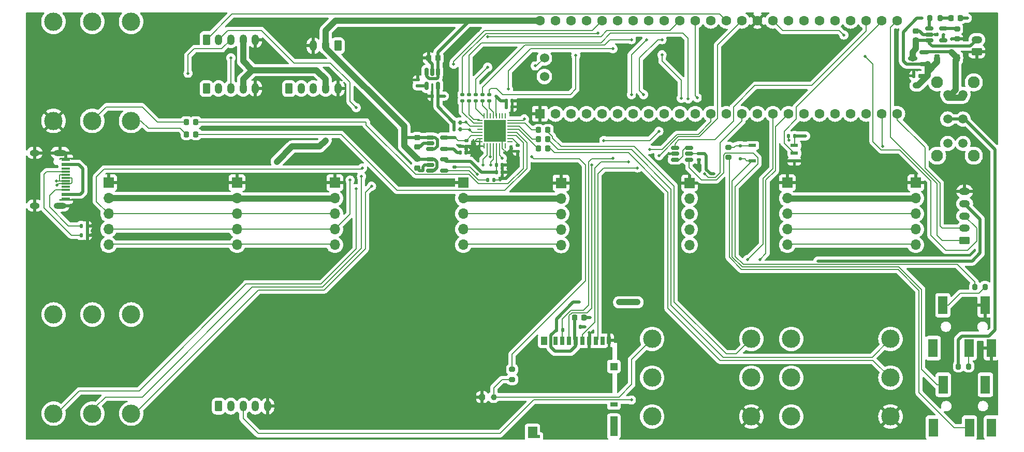
<source format=gtl>
%TF.GenerationSoftware,KiCad,Pcbnew,8.0.0*%
%TF.CreationDate,2024-12-30T19:36:06+01:00*%
%TF.ProjectId,teensyAudioMidi,7465656e-7379-4417-9564-696f4d696469,rev?*%
%TF.SameCoordinates,Original*%
%TF.FileFunction,Copper,L1,Top*%
%TF.FilePolarity,Positive*%
%FSLAX46Y46*%
G04 Gerber Fmt 4.6, Leading zero omitted, Abs format (unit mm)*
G04 Created by KiCad (PCBNEW 8.0.0) date 2024-12-30 19:36:06*
%MOMM*%
%LPD*%
G01*
G04 APERTURE LIST*
G04 Aperture macros list*
%AMRoundRect*
0 Rectangle with rounded corners*
0 $1 Rounding radius*
0 $2 $3 $4 $5 $6 $7 $8 $9 X,Y pos of 4 corners*
0 Add a 4 corners polygon primitive as box body*
4,1,4,$2,$3,$4,$5,$6,$7,$8,$9,$2,$3,0*
0 Add four circle primitives for the rounded corners*
1,1,$1+$1,$2,$3*
1,1,$1+$1,$4,$5*
1,1,$1+$1,$6,$7*
1,1,$1+$1,$8,$9*
0 Add four rect primitives between the rounded corners*
20,1,$1+$1,$2,$3,$4,$5,0*
20,1,$1+$1,$4,$5,$6,$7,0*
20,1,$1+$1,$6,$7,$8,$9,0*
20,1,$1+$1,$8,$9,$2,$3,0*%
%AMRotRect*
0 Rectangle, with rotation*
0 The origin of the aperture is its center*
0 $1 length*
0 $2 width*
0 $3 Rotation angle, in degrees counterclockwise*
0 Add horizontal line*
21,1,$1,$2,0,0,$3*%
G04 Aperture macros list end*
%TA.AperFunction,ComponentPad*%
%ADD10O,1.700000X1.700000*%
%TD*%
%TA.AperFunction,ComponentPad*%
%ADD11R,1.700000X1.700000*%
%TD*%
%TA.AperFunction,SMDPad,CuDef*%
%ADD12RoundRect,0.225000X0.225000X0.375000X-0.225000X0.375000X-0.225000X-0.375000X0.225000X-0.375000X0*%
%TD*%
%TA.AperFunction,ComponentPad*%
%ADD13RoundRect,0.250000X-0.250000X-0.250000X0.250000X-0.250000X0.250000X0.250000X-0.250000X0.250000X0*%
%TD*%
%TA.AperFunction,ComponentPad*%
%ADD14C,1.000000*%
%TD*%
%TA.AperFunction,SMDPad,CuDef*%
%ADD15RoundRect,0.140000X-0.140000X-0.170000X0.140000X-0.170000X0.140000X0.170000X-0.140000X0.170000X0*%
%TD*%
%TA.AperFunction,SMDPad,CuDef*%
%ADD16RoundRect,0.200000X-0.275000X0.200000X-0.275000X-0.200000X0.275000X-0.200000X0.275000X0.200000X0*%
%TD*%
%TA.AperFunction,SMDPad,CuDef*%
%ADD17RoundRect,0.140000X0.170000X-0.140000X0.170000X0.140000X-0.170000X0.140000X-0.170000X-0.140000X0*%
%TD*%
%TA.AperFunction,SMDPad,CuDef*%
%ADD18RoundRect,0.135000X-0.135000X-0.185000X0.135000X-0.185000X0.135000X0.185000X-0.135000X0.185000X0*%
%TD*%
%TA.AperFunction,ComponentPad*%
%ADD19RoundRect,0.250000X0.625000X-0.350000X0.625000X0.350000X-0.625000X0.350000X-0.625000X-0.350000X0*%
%TD*%
%TA.AperFunction,ComponentPad*%
%ADD20O,1.750000X1.200000*%
%TD*%
%TA.AperFunction,SMDPad,CuDef*%
%ADD21RoundRect,0.225000X0.225000X0.250000X-0.225000X0.250000X-0.225000X-0.250000X0.225000X-0.250000X0*%
%TD*%
%TA.AperFunction,SMDPad,CuDef*%
%ADD22RoundRect,0.200000X-0.200000X-0.275000X0.200000X-0.275000X0.200000X0.275000X-0.200000X0.275000X0*%
%TD*%
%TA.AperFunction,ComponentPad*%
%ADD23RoundRect,0.250000X-0.350000X-0.625000X0.350000X-0.625000X0.350000X0.625000X-0.350000X0.625000X0*%
%TD*%
%TA.AperFunction,ComponentPad*%
%ADD24O,1.200000X1.750000*%
%TD*%
%TA.AperFunction,SMDPad,CuDef*%
%ADD25R,1.450000X0.600000*%
%TD*%
%TA.AperFunction,SMDPad,CuDef*%
%ADD26R,1.450000X0.300000*%
%TD*%
%TA.AperFunction,ComponentPad*%
%ADD27O,2.100000X1.000000*%
%TD*%
%TA.AperFunction,ComponentPad*%
%ADD28O,1.600000X1.000000*%
%TD*%
%TA.AperFunction,SMDPad,CuDef*%
%ADD29RoundRect,0.135000X-0.185000X0.135000X-0.185000X-0.135000X0.185000X-0.135000X0.185000X0.135000X0*%
%TD*%
%TA.AperFunction,SMDPad,CuDef*%
%ADD30RoundRect,0.225000X0.250000X-0.225000X0.250000X0.225000X-0.250000X0.225000X-0.250000X-0.225000X0*%
%TD*%
%TA.AperFunction,SMDPad,CuDef*%
%ADD31RoundRect,0.140000X0.140000X0.170000X-0.140000X0.170000X-0.140000X-0.170000X0.140000X-0.170000X0*%
%TD*%
%TA.AperFunction,SMDPad,CuDef*%
%ADD32RoundRect,0.140000X-0.170000X0.140000X-0.170000X-0.140000X0.170000X-0.140000X0.170000X0.140000X0*%
%TD*%
%TA.AperFunction,SMDPad,CuDef*%
%ADD33RoundRect,0.150000X-0.512500X-0.150000X0.512500X-0.150000X0.512500X0.150000X-0.512500X0.150000X0*%
%TD*%
%TA.AperFunction,SMDPad,CuDef*%
%ADD34RoundRect,0.225000X-0.225000X-0.250000X0.225000X-0.250000X0.225000X0.250000X-0.225000X0.250000X0*%
%TD*%
%TA.AperFunction,ComponentPad*%
%ADD35RoundRect,0.250000X0.350000X0.625000X-0.350000X0.625000X-0.350000X-0.625000X0.350000X-0.625000X0*%
%TD*%
%TA.AperFunction,ComponentPad*%
%ADD36C,3.000000*%
%TD*%
%TA.AperFunction,SMDPad,CuDef*%
%ADD37RoundRect,0.218750X-0.218750X-0.256250X0.218750X-0.256250X0.218750X0.256250X-0.218750X0.256250X0*%
%TD*%
%TA.AperFunction,SMDPad,CuDef*%
%ADD38RoundRect,0.150000X-0.150000X0.512500X-0.150000X-0.512500X0.150000X-0.512500X0.150000X0.512500X0*%
%TD*%
%TA.AperFunction,SMDPad,CuDef*%
%ADD39RoundRect,0.200000X0.200000X0.275000X-0.200000X0.275000X-0.200000X-0.275000X0.200000X-0.275000X0*%
%TD*%
%TA.AperFunction,SMDPad,CuDef*%
%ADD40RoundRect,0.225000X-0.250000X0.225000X-0.250000X-0.225000X0.250000X-0.225000X0.250000X0.225000X0*%
%TD*%
%TA.AperFunction,SMDPad,CuDef*%
%ADD41RoundRect,0.135000X0.135000X0.185000X-0.135000X0.185000X-0.135000X-0.185000X0.135000X-0.185000X0*%
%TD*%
%TA.AperFunction,SMDPad,CuDef*%
%ADD42RoundRect,0.150000X0.587500X0.150000X-0.587500X0.150000X-0.587500X-0.150000X0.587500X-0.150000X0*%
%TD*%
%TA.AperFunction,SMDPad,CuDef*%
%ADD43RoundRect,0.125000X-0.125000X0.125000X-0.125000X-0.125000X0.125000X-0.125000X0.125000X0.125000X0*%
%TD*%
%TA.AperFunction,SMDPad,CuDef*%
%ADD44RoundRect,0.062500X0.062500X-0.337500X0.062500X0.337500X-0.062500X0.337500X-0.062500X-0.337500X0*%
%TD*%
%TA.AperFunction,SMDPad,CuDef*%
%ADD45RoundRect,0.062500X0.337500X-0.062500X0.337500X0.062500X-0.337500X0.062500X-0.337500X-0.062500X0*%
%TD*%
%TA.AperFunction,HeatsinkPad*%
%ADD46R,3.600000X3.600000*%
%TD*%
%TA.AperFunction,SMDPad,CuDef*%
%ADD47R,0.700000X1.400000*%
%TD*%
%TA.AperFunction,SMDPad,CuDef*%
%ADD48R,0.700000X1.200000*%
%TD*%
%TA.AperFunction,SMDPad,CuDef*%
%ADD49R,1.200000X0.800000*%
%TD*%
%TA.AperFunction,SMDPad,CuDef*%
%ADD50R,1.500000X1.900000*%
%TD*%
%TA.AperFunction,SMDPad,CuDef*%
%ADD51RotRect,0.200000X0.200000X45.000000*%
%TD*%
%TA.AperFunction,SMDPad,CuDef*%
%ADD52R,0.500000X0.500000*%
%TD*%
%TA.AperFunction,SMDPad,CuDef*%
%ADD53R,1.000000X1.400000*%
%TD*%
%TA.AperFunction,SMDPad,CuDef*%
%ADD54R,1.200000X1.200000*%
%TD*%
%TA.AperFunction,SMDPad,CuDef*%
%ADD55R,1.200000X3.200000*%
%TD*%
%TA.AperFunction,SMDPad,CuDef*%
%ADD56RoundRect,0.200000X0.275000X-0.200000X0.275000X0.200000X-0.275000X0.200000X-0.275000X-0.200000X0*%
%TD*%
%TA.AperFunction,ComponentPad*%
%ADD57C,1.524000*%
%TD*%
%TA.AperFunction,ComponentPad*%
%ADD58R,1.600000X1.600000*%
%TD*%
%TA.AperFunction,ComponentPad*%
%ADD59C,1.600000*%
%TD*%
%TA.AperFunction,SMDPad,CuDef*%
%ADD60R,1.208024X0.466344*%
%TD*%
%TA.AperFunction,SMDPad,CuDef*%
%ADD61R,1.500000X3.000000*%
%TD*%
%TA.AperFunction,ComponentPad*%
%ADD62C,1.950000*%
%TD*%
%TA.AperFunction,ComponentPad*%
%ADD63C,1.500000*%
%TD*%
%TA.AperFunction,ViaPad*%
%ADD64C,0.500000*%
%TD*%
%TA.AperFunction,ViaPad*%
%ADD65C,0.600000*%
%TD*%
%TA.AperFunction,Conductor*%
%ADD66C,0.500000*%
%TD*%
%TA.AperFunction,Conductor*%
%ADD67C,0.200000*%
%TD*%
%TA.AperFunction,Conductor*%
%ADD68C,1.000000*%
%TD*%
G04 APERTURE END LIST*
D10*
X66000000Y-63585051D03*
X45000000Y-63585000D03*
X66000000Y-61045051D03*
X45000000Y-61045000D03*
X66000000Y-58505051D03*
X45000000Y-58505000D03*
X66000000Y-55965051D03*
X45000000Y-55965000D03*
D11*
X66000000Y-53425051D03*
X45000000Y-53425000D03*
X82000000Y-53425000D03*
X103000000Y-53425051D03*
D10*
X82000000Y-55965000D03*
X103000000Y-55965051D03*
X82000000Y-58505000D03*
X103000000Y-58505051D03*
X82000000Y-61045000D03*
X103000000Y-61045051D03*
X82000000Y-63585000D03*
X103000000Y-63585051D03*
D11*
X119000000Y-53460000D03*
X140000000Y-53460051D03*
D10*
X119000000Y-56000000D03*
X140000000Y-56000051D03*
X119000000Y-58540000D03*
X140000000Y-58540051D03*
X119000000Y-61080000D03*
X140000000Y-61080051D03*
X119000000Y-63620000D03*
X140000000Y-63620051D03*
X177000000Y-63585051D03*
X156000000Y-63585000D03*
X177000000Y-61045051D03*
X156000000Y-61045000D03*
X177000000Y-58505051D03*
X156000000Y-58505000D03*
X177000000Y-55965051D03*
X156000000Y-55965000D03*
D11*
X177000000Y-53425051D03*
X156000000Y-53425000D03*
D12*
X180500000Y-33000000D03*
X183800000Y-33000000D03*
D13*
X106100000Y-88500000D03*
D14*
X108000000Y-88500000D03*
D15*
X102500000Y-48500000D03*
X103460000Y-48500000D03*
D16*
X111000000Y-84000000D03*
X111000000Y-85650000D03*
D17*
X95565000Y-37552500D03*
X95565000Y-36592500D03*
D18*
X101480000Y-43540000D03*
X102500000Y-43540000D03*
D19*
X185000000Y-62865836D03*
D20*
X185000000Y-60865836D03*
X185000000Y-58865836D03*
X185000000Y-56865836D03*
X185000000Y-54865836D03*
D21*
X59275000Y-43500000D03*
X57725000Y-43500000D03*
D22*
X186675000Y-70500000D03*
X188325000Y-70500000D03*
D23*
X63000000Y-90000000D03*
D24*
X65000000Y-90000000D03*
X67000000Y-90000000D03*
X69000000Y-90000000D03*
X71000000Y-90000000D03*
D21*
X116830000Y-47850000D03*
X115280000Y-47850000D03*
D25*
X37995000Y-49610000D03*
X37995000Y-50410000D03*
D26*
X37995000Y-51610000D03*
X37995000Y-52610000D03*
X37995000Y-53110000D03*
X37995000Y-54110000D03*
D25*
X37995000Y-55310000D03*
X37995000Y-56110000D03*
X37995000Y-56110000D03*
X37995000Y-55310000D03*
D26*
X37995000Y-54610000D03*
X37995000Y-53610000D03*
X37995000Y-52110000D03*
X37995000Y-51110000D03*
D25*
X37995000Y-50410000D03*
X37995000Y-49610000D03*
D27*
X37080000Y-48540000D03*
D28*
X32900000Y-48540000D03*
D27*
X37080000Y-57180000D03*
D28*
X32900000Y-57180000D03*
D29*
X103920000Y-39000000D03*
X103920000Y-40020000D03*
D30*
X177030000Y-30110000D03*
X177030000Y-28560000D03*
D23*
X61000000Y-38000000D03*
D24*
X63000000Y-38000000D03*
X65000000Y-38000000D03*
X67000000Y-38000000D03*
X69000000Y-38000000D03*
D18*
X101480000Y-44680000D03*
X102500000Y-44680000D03*
D31*
X122180000Y-77020000D03*
X121220000Y-77020000D03*
D32*
X101617500Y-50870000D03*
X101617500Y-49910000D03*
D33*
X137632500Y-47740000D03*
X137632500Y-48690000D03*
X137632500Y-49640000D03*
X139907500Y-49640000D03*
X139907500Y-48690000D03*
X139907500Y-47740000D03*
D15*
X110020000Y-40000000D03*
X110980000Y-40000000D03*
D33*
X97620920Y-49585520D03*
X97620920Y-50535520D03*
X97620920Y-51485520D03*
X99895920Y-51485520D03*
X99895920Y-49585520D03*
D21*
X116845000Y-46310000D03*
X115295000Y-46310000D03*
D34*
X121225000Y-75500000D03*
X122775000Y-75500000D03*
D29*
X106140000Y-39000000D03*
X106140000Y-40020000D03*
X107230000Y-39000000D03*
X107230000Y-40020000D03*
D35*
X82500000Y-31000000D03*
D24*
X80500000Y-31000000D03*
X78500000Y-31000000D03*
D32*
X111900000Y-47320000D03*
X111900000Y-48280000D03*
D33*
X179255000Y-28205000D03*
X179255000Y-29155000D03*
X179255000Y-30105000D03*
X181530000Y-30105000D03*
X181530000Y-28205000D03*
D36*
X133890000Y-79000000D03*
X150120000Y-79000000D03*
X133890000Y-91700000D03*
X150120000Y-91700000D03*
X133890000Y-85350000D03*
X150120000Y-85350000D03*
D15*
X156210000Y-45760000D03*
X157170000Y-45760000D03*
D37*
X182742500Y-26460000D03*
X184317500Y-26460000D03*
D18*
X40500000Y-60500000D03*
X41520000Y-60500000D03*
D38*
X98880000Y-35285000D03*
X97930000Y-35285000D03*
X96980000Y-35285000D03*
X96980000Y-37560000D03*
X98880000Y-37560000D03*
D39*
X185650000Y-83500000D03*
X184000000Y-83500000D03*
D18*
X40500000Y-62000000D03*
X41520000Y-62000000D03*
D21*
X116840000Y-44790000D03*
X115290000Y-44790000D03*
D36*
X42331020Y-43307339D03*
X42331020Y-27077339D03*
X35981020Y-43307339D03*
X35981020Y-27077339D03*
X48681020Y-43307339D03*
X48681020Y-27077339D03*
D40*
X95450000Y-47600000D03*
X95450000Y-46050000D03*
D21*
X59275000Y-45500000D03*
X57725000Y-45500000D03*
D41*
X119240000Y-77500000D03*
X118220000Y-77500000D03*
D32*
X141567500Y-49650000D03*
X141567500Y-48690000D03*
D42*
X176500000Y-33055000D03*
X178375000Y-32105000D03*
X178375000Y-34005000D03*
D19*
X187000000Y-32000000D03*
D20*
X187000000Y-30000000D03*
D29*
X102870000Y-39000000D03*
X102870000Y-40020000D03*
D33*
X99907500Y-46000000D03*
X99907500Y-47900000D03*
X97632500Y-47900000D03*
X97632500Y-46950000D03*
X97632500Y-46000000D03*
D29*
X105050000Y-39000000D03*
X105050000Y-40020000D03*
D43*
X148276528Y-47347164D03*
X148276528Y-49547164D03*
D18*
X177710000Y-35920000D03*
X176690000Y-35920000D03*
D39*
X180965000Y-26460000D03*
X179315000Y-26460000D03*
D23*
X74500000Y-38000000D03*
D24*
X76500000Y-38000000D03*
X78500000Y-38000000D03*
X80500000Y-38000000D03*
X82500000Y-38000000D03*
D21*
X98880000Y-33022500D03*
X97330000Y-33022500D03*
D40*
X95443778Y-49508225D03*
X95443778Y-51058225D03*
D44*
X106410000Y-47400000D03*
X106910000Y-47400000D03*
X107410000Y-47400000D03*
X107910000Y-47400000D03*
X108410000Y-47400000D03*
X108910000Y-47400000D03*
X109410000Y-47400000D03*
X109910000Y-47400000D03*
D45*
X110610000Y-46700000D03*
X110610000Y-46200000D03*
X110610000Y-45700000D03*
X110610000Y-45200000D03*
X110610000Y-44700000D03*
X110610000Y-44200000D03*
X110610000Y-43700000D03*
X110610000Y-43200000D03*
D44*
X109910000Y-42500000D03*
X109410000Y-42500000D03*
X108910000Y-42500000D03*
X108410000Y-42500000D03*
X107910000Y-42500000D03*
X107410000Y-42500000D03*
X106910000Y-42500000D03*
X106410000Y-42500000D03*
D45*
X105710000Y-43200000D03*
X105710000Y-43700000D03*
X105710000Y-44200000D03*
X105710000Y-44700000D03*
X105710000Y-45200000D03*
X105710000Y-45700000D03*
X105710000Y-46200000D03*
X105710000Y-46700000D03*
D46*
X108160000Y-44950000D03*
D47*
X118125000Y-79300000D03*
X119225000Y-79300000D03*
X120325000Y-79300000D03*
X121425000Y-79300000D03*
X122525000Y-79300000D03*
X123625000Y-79300000D03*
X124725000Y-79300000D03*
X125825000Y-79300000D03*
D48*
X126775000Y-79200000D03*
D49*
X127625000Y-89700000D03*
D50*
X114325000Y-94300000D03*
D51*
X115075000Y-94750000D03*
D52*
X115325000Y-95000000D03*
D53*
X116225000Y-79300000D03*
D54*
X127625000Y-83500000D03*
D55*
X127625000Y-93300000D03*
D15*
X110020000Y-41000000D03*
X110980000Y-41000000D03*
D56*
X183770000Y-29900000D03*
X183770000Y-28250000D03*
D15*
X108400000Y-50520000D03*
X109360000Y-50520000D03*
D36*
X172875000Y-85350000D03*
X156645000Y-85350000D03*
X172875000Y-91700000D03*
X156645000Y-91700000D03*
X172875000Y-79000000D03*
X156645000Y-79000000D03*
D32*
X103500000Y-47460000D03*
X103500000Y-46500000D03*
D23*
X61000000Y-30000000D03*
D24*
X63000000Y-30000000D03*
X65000000Y-30000000D03*
X67000000Y-30000000D03*
X69000000Y-30000000D03*
D31*
X98895000Y-39232500D03*
X97935000Y-39232500D03*
D15*
X107040000Y-53000000D03*
X108000000Y-53000000D03*
D16*
X146340000Y-47635000D03*
X146340000Y-49285000D03*
D15*
X108440000Y-51680000D03*
X109400000Y-51680000D03*
D36*
X42350000Y-91230000D03*
X42350000Y-75000000D03*
X36000000Y-91230000D03*
X36000000Y-75000000D03*
X48700000Y-91230000D03*
X48700000Y-75000000D03*
D57*
X116270000Y-36030000D03*
X116270000Y-33030000D03*
D58*
X115560000Y-42150000D03*
D59*
X118100000Y-42150000D03*
X120640000Y-42150000D03*
X123180000Y-42150000D03*
X125720000Y-42150000D03*
X128260000Y-42150000D03*
X130800000Y-42150000D03*
X133340000Y-42150000D03*
X135880000Y-42150000D03*
X138420000Y-42150000D03*
X140960000Y-42150000D03*
X143500000Y-42150000D03*
X146040000Y-42150000D03*
X148580000Y-42150000D03*
X151120000Y-42150000D03*
X153660000Y-42150000D03*
X156200000Y-42150000D03*
X158740000Y-42150000D03*
X161280000Y-42150000D03*
X163820000Y-42150000D03*
X166360000Y-42150000D03*
X168900000Y-42150000D03*
X171440000Y-42150000D03*
X173980000Y-42150000D03*
X173980000Y-26910000D03*
X171440000Y-26910000D03*
X168900000Y-26910000D03*
X166360000Y-26910000D03*
X163820000Y-26910000D03*
X161280000Y-26910000D03*
X158740000Y-26910000D03*
X156200000Y-26910000D03*
X153660000Y-26910000D03*
X151120000Y-26910000D03*
X148580000Y-26910000D03*
X146040000Y-26910000D03*
X143500000Y-26910000D03*
X140960000Y-26910000D03*
X138420000Y-26910000D03*
X135880000Y-26910000D03*
X133340000Y-26910000D03*
X130800000Y-26910000D03*
X128260000Y-26910000D03*
X125720000Y-26910000D03*
X123180000Y-26910000D03*
X120640000Y-26910000D03*
X118100000Y-26910000D03*
X115560000Y-26910000D03*
D60*
X150276600Y-47320000D03*
X150276600Y-49860000D03*
X157160000Y-49860000D03*
X157160000Y-48590000D03*
X157160000Y-47320000D03*
D61*
X179850000Y-80500000D03*
X189350000Y-80500000D03*
X185750000Y-80500000D03*
X181450000Y-73500000D03*
X188350000Y-73500000D03*
X179900000Y-93500000D03*
X189400000Y-93500000D03*
X185800000Y-93500000D03*
X181500000Y-86500000D03*
X188400000Y-86500000D03*
D62*
X180500000Y-37000000D03*
X186500000Y-37000000D03*
X180500000Y-49000000D03*
X186500000Y-49000000D03*
D63*
X182250000Y-47000000D03*
X182250000Y-43000000D03*
X182250000Y-39000000D03*
X184750000Y-39000000D03*
X184750000Y-43000000D03*
X184750000Y-47000000D03*
D64*
X130500000Y-59500000D03*
X82500000Y-49000000D03*
X122000000Y-73000000D03*
X128500000Y-73000000D03*
X131500000Y-73000000D03*
X105318578Y-52030712D03*
X51000000Y-53000000D03*
X95570000Y-35680000D03*
X111600000Y-35910000D03*
X111920000Y-49020000D03*
X107420000Y-49190000D03*
X97940000Y-34050000D03*
X123626208Y-77950000D03*
X126775000Y-77950000D03*
X105500000Y-47500000D03*
X82000000Y-88500000D03*
X40500000Y-69500000D03*
X141590000Y-50440000D03*
X105500000Y-34050000D03*
X104500000Y-48000000D03*
D65*
X112115735Y-40615735D03*
D64*
X159500000Y-70500000D03*
X146220000Y-38420000D03*
X123780000Y-75520000D03*
X154760000Y-38680000D03*
X42500000Y-61500000D03*
X150080000Y-44720000D03*
X42500000Y-60000000D03*
X156370000Y-33470000D03*
X96532500Y-46940000D03*
X136650000Y-48690000D03*
D65*
X112500000Y-40000000D03*
D64*
X110180000Y-51690000D03*
X110170000Y-50550000D03*
X104847429Y-47050000D03*
X188000000Y-69000000D03*
X175940000Y-35910000D03*
X104000000Y-92500000D03*
X178160000Y-29130000D03*
X166000000Y-54500000D03*
X110500000Y-48500000D03*
X96940000Y-39240000D03*
X51000000Y-62500000D03*
X183000000Y-71500000D03*
X158700000Y-49850000D03*
X122920000Y-77000000D03*
X105500000Y-28500000D03*
X182000000Y-56500000D03*
X182880000Y-29910000D03*
X109000000Y-53000000D03*
X96392500Y-51440000D03*
X156240000Y-46490000D03*
X176000000Y-89000000D03*
X144000000Y-52000000D03*
X80500000Y-46500000D03*
X108390000Y-39240000D03*
X161000000Y-66250000D03*
X72500000Y-50000000D03*
X99930000Y-39220000D03*
X159000000Y-45760000D03*
X88000000Y-54000000D03*
X109401409Y-49401409D03*
X86361091Y-52361091D03*
X106240000Y-50530000D03*
X85497388Y-54375051D03*
X107480000Y-50545000D03*
X36571169Y-53827325D03*
X36510000Y-53130000D03*
X114790000Y-34305000D03*
X142500000Y-52000000D03*
X131500000Y-51000000D03*
X127500000Y-49450000D03*
X133500000Y-48000000D03*
X138670000Y-39610000D03*
X135500000Y-32500000D03*
X125000000Y-28950000D03*
X107000000Y-29550000D03*
X84500000Y-53000000D03*
X130500000Y-39010000D03*
X104000000Y-44780000D03*
X133000000Y-30000000D03*
X103450000Y-43500000D03*
X132500000Y-39000000D03*
X86500000Y-51000000D03*
X135500000Y-30000000D03*
X149500000Y-66000000D03*
X151500000Y-66000000D03*
X65000000Y-32975000D03*
X101450000Y-34050000D03*
X85500000Y-41140000D03*
X58000000Y-35500000D03*
X141250000Y-39500000D03*
X168735000Y-32765000D03*
X165260000Y-29240000D03*
X134990000Y-44980000D03*
X124050000Y-50500000D03*
X126000000Y-46500000D03*
X121421752Y-32578248D03*
X130000000Y-50000000D03*
X135000000Y-49000000D03*
X113000000Y-43000000D03*
X114170000Y-49170000D03*
X130500000Y-30000000D03*
X107000000Y-34500000D03*
X127500000Y-31500000D03*
X110380000Y-38110000D03*
X139800000Y-39680000D03*
X130500000Y-89000000D03*
X171605741Y-47500000D03*
X40770000Y-54940000D03*
X40770000Y-52930000D03*
X40770000Y-51970000D03*
X185450000Y-26490000D03*
X177000000Y-37500000D03*
X181590000Y-29150000D03*
X40770000Y-53920000D03*
X178060000Y-26500000D03*
D66*
X122795000Y-75520000D02*
X123780000Y-75520000D01*
D67*
X48500000Y-90530000D02*
X49200000Y-91230000D01*
X49970000Y-90530000D02*
X48500000Y-90530000D01*
X69500000Y-71000000D02*
X49970000Y-90530000D01*
X87000000Y-64250000D02*
X80250000Y-71000000D01*
X87000000Y-55000000D02*
X87000000Y-64250000D01*
X80250000Y-71000000D02*
X69500000Y-71000000D01*
X88000000Y-54000000D02*
X87000000Y-55000000D01*
D66*
X118220000Y-75780000D02*
X118220000Y-77500000D01*
X121000000Y-73000000D02*
X118220000Y-75780000D01*
X122000000Y-73000000D02*
X121000000Y-73000000D01*
X121425000Y-80150000D02*
X121425000Y-79300000D01*
D68*
X128500000Y-73000000D02*
X131500000Y-73000000D01*
D66*
X142460000Y-48690000D02*
X141567500Y-48690000D01*
X142750000Y-48980000D02*
X142460000Y-48690000D01*
X142750000Y-51250000D02*
X142750000Y-48980000D01*
X143500000Y-52000000D02*
X142750000Y-51250000D01*
X144000000Y-52000000D02*
X143500000Y-52000000D01*
X178940000Y-34005000D02*
X175500000Y-34005000D01*
X175500000Y-34005000D02*
X175000000Y-33505000D01*
X177220000Y-26500000D02*
X178060000Y-26500000D01*
X175000000Y-33505000D02*
X175000000Y-28720000D01*
X175000000Y-28720000D02*
X177220000Y-26500000D01*
D68*
X177030000Y-30110000D02*
X177030000Y-31506262D01*
X177030000Y-31506262D02*
X176500000Y-32036262D01*
X176500000Y-32036262D02*
X176500000Y-33055000D01*
X178927500Y-35912500D02*
X177340000Y-37500000D01*
X177340000Y-37500000D02*
X177000000Y-37500000D01*
D66*
X187000000Y-30000000D02*
X185950000Y-31050000D01*
X185950000Y-31050000D02*
X179690000Y-31050000D01*
X179255000Y-30615000D02*
X179255000Y-30105000D01*
X179690000Y-31050000D02*
X179255000Y-30615000D01*
D67*
X151180612Y-49326828D02*
X151180612Y-50393172D01*
X183800000Y-66800000D02*
X186675000Y-69675000D01*
X139907500Y-50907500D02*
X141950000Y-52950000D01*
X145565000Y-51778503D02*
X145565000Y-48872352D01*
X144393503Y-52950000D02*
X145565000Y-51778503D01*
X145565000Y-48872352D02*
X145852352Y-48585000D01*
X141950000Y-52950000D02*
X144393503Y-52950000D01*
X139907500Y-49640000D02*
X139907500Y-50907500D01*
X147500000Y-65500000D02*
X148800000Y-66800000D01*
X151180612Y-50393172D02*
X147500000Y-54073784D01*
X145852352Y-48585000D02*
X150438784Y-48585000D01*
X147500000Y-54073784D02*
X147500000Y-65500000D01*
X150438784Y-48585000D02*
X151180612Y-49326828D01*
X148800000Y-66800000D02*
X183800000Y-66800000D01*
X186675000Y-69675000D02*
X186675000Y-70500000D01*
D66*
X161000000Y-66250000D02*
X186250000Y-66250000D01*
X186250000Y-66250000D02*
X187550000Y-64950000D01*
X187550000Y-64950000D02*
X187550000Y-59415836D01*
X187550000Y-59415836D02*
X185000000Y-56865836D01*
D67*
X168735000Y-32765000D02*
X170000000Y-34030000D01*
X187000000Y-60865836D02*
X185000000Y-58865836D01*
X171377923Y-48050000D02*
X174418628Y-48050000D01*
X179500000Y-53131372D02*
X179500000Y-62065686D01*
X185500000Y-64500000D02*
X187000000Y-63000000D01*
X174418628Y-48050000D02*
X179500000Y-53131372D01*
X181934314Y-64500000D02*
X185500000Y-64500000D01*
X170000000Y-34030000D02*
X170000000Y-46672077D01*
X187000000Y-63000000D02*
X187000000Y-60865836D01*
X170000000Y-46672077D02*
X171377923Y-48050000D01*
X179500000Y-62065686D02*
X181934314Y-64500000D01*
X185000000Y-62865836D02*
X181365836Y-62865836D01*
X180500000Y-62000000D02*
X180500000Y-53565686D01*
X180500000Y-53565686D02*
X172880000Y-45945686D01*
X181365836Y-62865836D02*
X180500000Y-62000000D01*
X172880000Y-45945686D02*
X172880000Y-28010000D01*
X172880000Y-28010000D02*
X173980000Y-26910000D01*
X181365836Y-60865836D02*
X181000000Y-60500000D01*
X181000000Y-60500000D02*
X181000000Y-53500000D01*
X181000000Y-53500000D02*
X178500000Y-51000000D01*
X185000000Y-60865836D02*
X181365836Y-60865836D01*
X178500000Y-51000000D02*
X178500000Y-47659949D01*
X173980000Y-43139949D02*
X173980000Y-42150000D01*
X178500000Y-47659949D02*
X173980000Y-43139949D01*
D66*
X184000000Y-83500000D02*
X184000000Y-79100000D01*
X184000000Y-79100000D02*
X184550000Y-78550000D01*
X184550000Y-78550000D02*
X188950000Y-78550000D01*
X190000000Y-77500000D02*
X190000000Y-48000000D01*
X188950000Y-78550000D02*
X190000000Y-77500000D01*
X190000000Y-48000000D02*
X185000000Y-43000000D01*
X185000000Y-43000000D02*
X182250000Y-43000000D01*
X181530000Y-29210000D02*
X181590000Y-29150000D01*
X181530000Y-30105000D02*
X181530000Y-29210000D01*
X182750000Y-31950000D02*
X179095000Y-31950000D01*
D68*
X182862500Y-32062500D02*
X183800000Y-33000000D01*
D66*
X182862500Y-32062500D02*
X182750000Y-31950000D01*
X179095000Y-31950000D02*
X178940000Y-32105000D01*
D68*
X182250000Y-39500000D02*
X183500000Y-38250000D01*
X183500000Y-38250000D02*
X183500000Y-33300000D01*
X183500000Y-33300000D02*
X183800000Y-33000000D01*
X180500000Y-33055000D02*
X180500000Y-33680000D01*
X180500000Y-33680000D02*
X178940000Y-35240000D01*
X182250000Y-39500000D02*
X184750000Y-39500000D01*
X182250000Y-39500000D02*
X183340000Y-39500000D01*
D67*
X145000000Y-51777817D02*
X145000000Y-46890000D01*
X145000000Y-46890000D02*
X148580000Y-43310000D01*
X142500000Y-52000000D02*
X143050000Y-52550000D01*
X143050000Y-52550000D02*
X144227817Y-52550000D01*
X144227817Y-52550000D02*
X145000000Y-51777817D01*
X148580000Y-43310000D02*
X148580000Y-42150000D01*
D66*
X96392500Y-51440000D02*
X95825553Y-51440000D01*
X96392500Y-51440000D02*
X96392500Y-50821040D01*
X96678020Y-50535520D02*
X97620920Y-50535520D01*
X96392500Y-50821040D02*
X96678020Y-50535520D01*
X95825553Y-51440000D02*
X95443778Y-51058225D01*
D67*
X110610000Y-45700000D02*
X111634314Y-45700000D01*
X112820000Y-46885686D02*
X112820000Y-51114314D01*
X112820000Y-51114314D02*
X110324314Y-53610000D01*
X111634314Y-45700000D02*
X112820000Y-46885686D01*
X103960469Y-52085520D02*
X95247377Y-52085520D01*
X110324314Y-53610000D02*
X105484949Y-53610000D01*
X105484949Y-53610000D02*
X103960469Y-52085520D01*
X95247377Y-52085520D02*
X87138909Y-43977052D01*
X87138909Y-43977052D02*
X87138909Y-43500000D01*
X87138909Y-43500000D02*
X59275000Y-43500000D01*
X99895920Y-51485520D02*
X99931440Y-51450000D01*
X99931440Y-51450000D02*
X103950000Y-51450000D01*
X105500000Y-53000000D02*
X107040000Y-53000000D01*
X103950000Y-51450000D02*
X105500000Y-53000000D01*
X101617500Y-50870000D02*
X104157866Y-50870000D01*
X104157866Y-50870000D02*
X105318578Y-52030712D01*
X109000000Y-53000000D02*
X108000000Y-53000000D01*
D66*
X101480000Y-43540000D02*
X101480000Y-44680000D01*
X101480000Y-43540000D02*
X101440000Y-43540000D01*
X101440000Y-43540000D02*
X98895000Y-40995000D01*
X98895000Y-40995000D02*
X98895000Y-39232500D01*
D67*
X103450000Y-43500000D02*
X103410000Y-43540000D01*
X103410000Y-43540000D02*
X102185000Y-43540000D01*
X103450000Y-43500000D02*
X104150000Y-44200000D01*
X104150000Y-44200000D02*
X105710000Y-44200000D01*
X102870000Y-40020000D02*
X102870000Y-41870000D01*
X102870000Y-41870000D02*
X104700000Y-43700000D01*
X104700000Y-43700000D02*
X105710000Y-43700000D01*
X103900000Y-44680000D02*
X102170000Y-44680000D01*
X104420000Y-45200000D02*
X105710000Y-45200000D01*
X104000000Y-44780000D02*
X103900000Y-44680000D01*
X104000000Y-44780000D02*
X104420000Y-45200000D01*
X101647500Y-50900000D02*
X101617500Y-50870000D01*
D66*
X108440000Y-51680000D02*
X105957817Y-51680000D01*
X105957817Y-51680000D02*
X104187817Y-49910000D01*
X104187817Y-49910000D02*
X101617500Y-49910000D01*
X104500000Y-48000000D02*
X104000000Y-48500000D01*
X104000000Y-48500000D02*
X103460000Y-48500000D01*
X99907500Y-47900000D02*
X101402550Y-47900000D01*
X101402550Y-47900000D02*
X102002550Y-48500000D01*
X102002550Y-48500000D02*
X102500000Y-48500000D01*
X104500000Y-48000000D02*
X103960000Y-47460000D01*
X103960000Y-47460000D02*
X103500000Y-47460000D01*
D67*
X101640000Y-46005000D02*
X102135000Y-46500000D01*
X104300000Y-45700000D02*
X105710000Y-45700000D01*
X102135000Y-46500000D02*
X103500000Y-46500000D01*
X103500000Y-46500000D02*
X104300000Y-45700000D01*
D68*
X98860000Y-26910000D02*
X82090000Y-26910000D01*
X80500000Y-28500000D02*
X80500000Y-31360000D01*
X82090000Y-26910000D02*
X80500000Y-28500000D01*
X80500000Y-31360000D02*
X93342500Y-44202500D01*
X93342500Y-44202500D02*
X93342500Y-46060000D01*
D66*
X98745000Y-47449999D02*
X98745000Y-46402500D01*
X98294999Y-47900000D02*
X98745000Y-47449999D01*
X98745000Y-46402500D02*
X98342500Y-46000000D01*
X96542500Y-46950000D02*
X96532500Y-46940000D01*
X97632500Y-46950000D02*
X96542500Y-46950000D01*
D67*
X64500000Y-28500000D02*
X63000000Y-30000000D01*
X70000000Y-28500000D02*
X64500000Y-28500000D01*
X85500000Y-41140000D02*
X84500000Y-40140000D01*
X75300000Y-33800000D02*
X70000000Y-28500000D01*
X84500000Y-40140000D02*
X84500000Y-37000000D01*
X84500000Y-37000000D02*
X81300000Y-33800000D01*
X81300000Y-33800000D02*
X75300000Y-33800000D01*
X59275000Y-45500000D02*
X83000000Y-45500000D01*
X92185552Y-54685552D02*
X109814448Y-54685552D01*
X83000000Y-45500000D02*
X92185552Y-54685552D01*
X109814448Y-54685552D02*
X113410000Y-51090000D01*
X113410000Y-51090000D02*
X113410000Y-46910000D01*
X113410000Y-46910000D02*
X111700000Y-45200000D01*
X111700000Y-45200000D02*
X110610000Y-45200000D01*
X43000000Y-56505000D02*
X45000000Y-58505000D01*
X86500000Y-51000000D02*
X86300000Y-51200000D01*
X86300000Y-51200000D02*
X44300000Y-51200000D01*
X44300000Y-51200000D02*
X43000000Y-52500000D01*
X43000000Y-52500000D02*
X43000000Y-56505000D01*
X86361091Y-63861091D02*
X86361091Y-64138909D01*
X68500000Y-70500000D02*
X50500000Y-88500000D01*
X42850000Y-90150000D02*
X42850000Y-91230000D01*
X50500000Y-88500000D02*
X44500000Y-88500000D01*
X86361091Y-64138909D02*
X80000000Y-70500000D01*
X80000000Y-70500000D02*
X68500000Y-70500000D01*
X44500000Y-88500000D02*
X42850000Y-90150000D01*
X86361091Y-52361091D02*
X86361091Y-63861091D01*
X67500000Y-70000000D02*
X50000000Y-87500000D01*
X50000000Y-87500000D02*
X40230000Y-87500000D01*
X85497388Y-54375051D02*
X85500000Y-54377663D01*
X85500000Y-64250000D02*
X79750000Y-70000000D01*
X85500000Y-54377663D02*
X85500000Y-64250000D01*
X79750000Y-70000000D02*
X67500000Y-70000000D01*
X40230000Y-87500000D02*
X36500000Y-91230000D01*
X84500000Y-53000000D02*
X84500000Y-58545000D01*
X84500000Y-58545000D02*
X82000000Y-61045000D01*
D68*
X103034949Y-56000000D02*
X119000000Y-56000000D01*
X103000000Y-55965051D02*
X103034949Y-56000000D01*
D67*
X171605741Y-47500000D02*
X171500000Y-47394259D01*
X171500000Y-47394259D02*
X171500000Y-42210000D01*
X171500000Y-42210000D02*
X171440000Y-42150000D01*
X172000000Y-42710000D02*
X171440000Y-42150000D01*
X66000000Y-58505051D02*
X65994949Y-58500000D01*
X65994949Y-58500000D02*
X45005000Y-58500000D01*
X45005000Y-58500000D02*
X45000000Y-58505000D01*
X45000000Y-61045000D02*
X45045000Y-61000000D01*
X45045000Y-61000000D02*
X65954949Y-61000000D01*
X65954949Y-61000000D02*
X66000000Y-61045051D01*
X45000000Y-63585000D02*
X45085000Y-63500000D01*
X45085000Y-63500000D02*
X81915000Y-63500000D01*
X81915000Y-63500000D02*
X82000000Y-63585000D01*
D68*
X45000000Y-55965000D02*
X65999949Y-55965000D01*
X65999949Y-55965000D02*
X66000000Y-55965051D01*
D67*
X103000000Y-58505051D02*
X103005051Y-58500000D01*
X103005051Y-58500000D02*
X118960000Y-58500000D01*
X118960000Y-58500000D02*
X119000000Y-58540000D01*
X119000000Y-61080000D02*
X118920000Y-61000000D01*
X118920000Y-61000000D02*
X103045051Y-61000000D01*
X103045051Y-61000000D02*
X103000000Y-61045051D01*
X103000000Y-63585051D02*
X103085051Y-63500000D01*
X103085051Y-63500000D02*
X118880000Y-63500000D01*
X118880000Y-63500000D02*
X119000000Y-63620000D01*
D68*
X66000000Y-55965051D02*
X66034949Y-56000000D01*
X66034949Y-56000000D02*
X81965000Y-56000000D01*
X81965000Y-56000000D02*
X82000000Y-55965000D01*
D67*
X66000000Y-61045051D02*
X66045051Y-61000000D01*
X66045051Y-61000000D02*
X81955000Y-61000000D01*
X81955000Y-61000000D02*
X82000000Y-61045000D01*
X66000000Y-58505051D02*
X66005051Y-58500000D01*
X66005051Y-58500000D02*
X81995000Y-58500000D01*
X81995000Y-58500000D02*
X82000000Y-58505000D01*
X156000000Y-63585000D02*
X156085000Y-63500000D01*
X156085000Y-63500000D02*
X176914949Y-63500000D01*
X176914949Y-63500000D02*
X177000000Y-63585051D01*
X177000000Y-61045051D02*
X176954949Y-61000000D01*
X176954949Y-61000000D02*
X156045000Y-61000000D01*
X156045000Y-61000000D02*
X156000000Y-61045000D01*
X157160000Y-48590000D02*
X155500000Y-46930000D01*
X157500000Y-43000000D02*
X157500000Y-41000000D01*
X171440000Y-27060000D02*
X171440000Y-26910000D01*
X155500000Y-46930000D02*
X155500000Y-45000000D01*
X155500000Y-45000000D02*
X157500000Y-43000000D01*
X157500000Y-41000000D02*
X171440000Y-27060000D01*
X168900000Y-28600000D02*
X160000000Y-37500000D01*
X160000000Y-37500000D02*
X150720000Y-37500000D01*
X137700000Y-47060000D02*
X137632500Y-47127500D01*
X150720000Y-37500000D02*
X147190000Y-41030000D01*
X147190000Y-41030000D02*
X147190000Y-43320000D01*
X168900000Y-26910000D02*
X168900000Y-28600000D01*
X138270000Y-46380000D02*
X137700000Y-46950000D01*
X147190000Y-43320000D02*
X144130000Y-46380000D01*
X137700000Y-46950000D02*
X137700000Y-47060000D01*
X144130000Y-46380000D02*
X138270000Y-46380000D01*
X137632500Y-47127500D02*
X137632500Y-47740000D01*
X155250000Y-28500000D02*
X153660000Y-26910000D01*
X165260000Y-29240000D02*
X164520000Y-28500000D01*
X164520000Y-28500000D02*
X155250000Y-28500000D01*
X156000000Y-58505000D02*
X156005000Y-58500000D01*
X176994949Y-58500000D02*
X177000000Y-58505051D01*
X156005000Y-58500000D02*
X176994949Y-58500000D01*
D68*
X156000000Y-55965000D02*
X156035000Y-56000000D01*
X156035000Y-56000000D02*
X176965051Y-56000000D01*
X176965051Y-56000000D02*
X177000000Y-55965051D01*
D67*
X101450000Y-34050000D02*
X101450000Y-33550000D01*
X101450000Y-33550000D02*
X106500000Y-28500000D01*
X106500000Y-28500000D02*
X124130000Y-28500000D01*
X124130000Y-28500000D02*
X125720000Y-26910000D01*
X102870000Y-32852182D02*
X102870000Y-39000000D01*
X125000000Y-28950000D02*
X124950000Y-29000000D01*
X124950000Y-29000000D02*
X106722182Y-29000000D01*
X106722182Y-29000000D02*
X102870000Y-32852182D01*
X107000000Y-29550000D02*
X107050000Y-29500000D01*
X126500000Y-28500000D02*
X136830000Y-28500000D01*
X107050000Y-29500000D02*
X125500000Y-29500000D01*
X125500000Y-29500000D02*
X126500000Y-28500000D01*
X136830000Y-28500000D02*
X138420000Y-26910000D01*
X139800000Y-39680000D02*
X139780000Y-39660000D01*
X125500000Y-30500000D02*
X106000000Y-30500000D01*
X139780000Y-39660000D02*
X139780000Y-29780000D01*
X139780000Y-29780000D02*
X138950000Y-28950000D01*
X103920000Y-32580000D02*
X103920000Y-39000000D01*
X138950000Y-28950000D02*
X127050000Y-28950000D01*
X127050000Y-28950000D02*
X125500000Y-30500000D01*
X106000000Y-30500000D02*
X103920000Y-32580000D01*
X146340000Y-49285000D02*
X146340000Y-49340000D01*
X146340000Y-49340000D02*
X146500000Y-49500000D01*
X146500000Y-49500000D02*
X146500000Y-65631372D01*
X146500000Y-65631372D02*
X148468628Y-67600000D01*
X148468628Y-67600000D02*
X174100000Y-67600000D01*
X174100000Y-67600000D02*
X177560000Y-71060000D01*
X183250000Y-93500000D02*
X185800000Y-93500000D01*
X177560000Y-71060000D02*
X177560000Y-87810000D01*
X177560000Y-87810000D02*
X183250000Y-93500000D01*
X150276600Y-49860000D02*
X147000000Y-53136600D01*
X174265686Y-67200000D02*
X177960000Y-70894315D01*
X147000000Y-53136600D02*
X147000000Y-65565686D01*
X180500000Y-86500000D02*
X181500000Y-86500000D01*
X148634314Y-67200000D02*
X174265686Y-67200000D01*
X147000000Y-65565686D02*
X148634314Y-67200000D01*
X177960000Y-70894315D02*
X177960000Y-83960000D01*
X177960000Y-83960000D02*
X180500000Y-86500000D01*
X41450000Y-61990000D02*
X42010000Y-61990000D01*
X42010000Y-61990000D02*
X42500000Y-61500000D01*
X42500000Y-60000000D02*
X42000000Y-60500000D01*
X42000000Y-60500000D02*
X41530000Y-60500000D01*
X40500000Y-60500000D02*
X38460000Y-60500000D01*
X35360000Y-57400000D02*
X35360000Y-55540000D01*
X38460000Y-60500000D02*
X35360000Y-57400000D01*
X35360000Y-55540000D02*
X36290000Y-54610000D01*
X36290000Y-54610000D02*
X37995000Y-54610000D01*
X40500000Y-62000000D02*
X38910000Y-62000000D01*
X34890000Y-51610000D02*
X37995000Y-51610000D01*
X38910000Y-62000000D02*
X34440000Y-57530000D01*
X34440000Y-57530000D02*
X34440000Y-52060000D01*
X34440000Y-52060000D02*
X34890000Y-51610000D01*
X108000000Y-88500000D02*
X128500000Y-88500000D01*
X128500000Y-88500000D02*
X130540000Y-86460000D01*
X130540000Y-82350000D02*
X133890000Y-79000000D01*
X130540000Y-86460000D02*
X130540000Y-82350000D01*
X133470000Y-46500000D02*
X134990000Y-44980000D01*
X126000000Y-46500000D02*
X133470000Y-46500000D01*
X127500000Y-49450000D02*
X127450000Y-49500000D01*
X120610618Y-74325000D02*
X119225000Y-75710618D01*
X127450000Y-49500000D02*
X124000000Y-49500000D01*
X123500000Y-50000000D02*
X123500000Y-73500000D01*
X123500000Y-73500000D02*
X122675000Y-74325000D01*
X124000000Y-49500000D02*
X123500000Y-50000000D01*
X122675000Y-74325000D02*
X120610618Y-74325000D01*
X119225000Y-75710618D02*
X119225000Y-79300000D01*
X130000000Y-50000000D02*
X125500000Y-50000000D01*
X124500000Y-51000000D02*
X124500000Y-76298390D01*
X122525000Y-78273390D02*
X122525000Y-79300000D01*
X125500000Y-50000000D02*
X124500000Y-51000000D01*
X124500000Y-76298390D02*
X122525000Y-78273390D01*
X124050000Y-50500000D02*
X124000000Y-50550000D01*
X120776304Y-74725000D02*
X120325000Y-75176304D01*
X124000000Y-50550000D02*
X124000000Y-74000000D01*
X124000000Y-74000000D02*
X123275000Y-74725000D01*
X123275000Y-74725000D02*
X120776304Y-74725000D01*
X120325000Y-75176304D02*
X120325000Y-79300000D01*
X131500000Y-51000000D02*
X126000000Y-51000000D01*
X126000000Y-51000000D02*
X125000000Y-52000000D01*
X125000000Y-52000000D02*
X125000000Y-79025000D01*
X125000000Y-79025000D02*
X124725000Y-79300000D01*
X130500000Y-89000000D02*
X114500000Y-89000000D01*
X114500000Y-89000000D02*
X109000000Y-94500000D01*
X67000000Y-92000000D02*
X67000000Y-90000000D01*
X109000000Y-94500000D02*
X69500000Y-94500000D01*
X69500000Y-94500000D02*
X67000000Y-92000000D01*
D68*
X72500000Y-50000000D02*
X75000000Y-47500000D01*
X75000000Y-47500000D02*
X79500000Y-47500000D01*
X79500000Y-47500000D02*
X80500000Y-46500000D01*
D67*
X152000000Y-63500000D02*
X152000000Y-52750000D01*
X152000000Y-52750000D02*
X153660000Y-51090000D01*
X149500000Y-66000000D02*
X152000000Y-63500000D01*
X153660000Y-51090000D02*
X153660000Y-42150000D01*
X151500000Y-66000000D02*
X152500000Y-65000000D01*
X152500000Y-65000000D02*
X152500000Y-53000000D01*
X152500000Y-53000000D02*
X154060000Y-51440000D01*
X154060000Y-44290000D02*
X156200000Y-42150000D01*
X154060000Y-51440000D02*
X154060000Y-44290000D01*
X138165686Y-45900000D02*
X141585686Y-45900000D01*
X144600000Y-42885686D02*
X144600000Y-30890000D01*
X135000000Y-49000000D02*
X135065686Y-49000000D01*
X135065686Y-49000000D02*
X138165686Y-45900000D01*
X141585686Y-45900000D02*
X144600000Y-42885686D01*
X144600000Y-30890000D02*
X148580000Y-26910000D01*
X143500000Y-43420000D02*
X143500000Y-42150000D01*
X133500000Y-48000000D02*
X135500000Y-48000000D01*
X135500000Y-48000000D02*
X138000000Y-45500000D01*
X138000000Y-45500000D02*
X141420000Y-45500000D01*
X141420000Y-45500000D02*
X143500000Y-43420000D01*
X114170000Y-49170000D02*
X114500000Y-49500000D01*
X114500000Y-49500000D02*
X122000000Y-49500000D01*
X123000000Y-50500000D02*
X123000000Y-69500000D01*
X123000000Y-69500000D02*
X111000000Y-81500000D01*
X122000000Y-49500000D02*
X123000000Y-50500000D01*
X111000000Y-81500000D02*
X111000000Y-84000000D01*
X116830000Y-47850000D02*
X117284314Y-47850000D01*
X136500000Y-55000000D02*
X136500000Y-74000000D01*
X117284314Y-47850000D02*
X117934314Y-48500000D01*
X130000000Y-48500000D02*
X136500000Y-55000000D01*
X145000000Y-82500000D02*
X170025000Y-82500000D01*
X117934314Y-48500000D02*
X130000000Y-48500000D01*
X136500000Y-74000000D02*
X145000000Y-82500000D01*
X170025000Y-82500000D02*
X172875000Y-85350000D01*
X118535000Y-48000000D02*
X130500000Y-48000000D01*
X130500000Y-48000000D02*
X137000000Y-54500000D01*
X116845000Y-46310000D02*
X118535000Y-48000000D01*
X137000000Y-54500000D02*
X137000000Y-73500000D01*
X137000000Y-73500000D02*
X145500000Y-82000000D01*
X145500000Y-82000000D02*
X169875000Y-82000000D01*
X169875000Y-82000000D02*
X172875000Y-79000000D01*
X116840000Y-44790000D02*
X116840000Y-45081304D01*
X137500000Y-54000000D02*
X137500000Y-72967157D01*
X116840000Y-45081304D02*
X117595000Y-45836304D01*
X137500000Y-72967157D02*
X146000000Y-81467157D01*
X117595000Y-45836304D02*
X117595000Y-46095000D01*
X146000000Y-81467157D02*
X147652843Y-81467157D01*
X119000000Y-47500000D02*
X131000000Y-47500000D01*
X117595000Y-46095000D02*
X119000000Y-47500000D01*
X131000000Y-47500000D02*
X137500000Y-54000000D01*
X147652843Y-81467157D02*
X150120000Y-79000000D01*
X135500000Y-32500000D02*
X135500000Y-33500000D01*
X135500000Y-33500000D02*
X138670000Y-36670000D01*
X138670000Y-36670000D02*
X138670000Y-39610000D01*
X139800000Y-39680000D02*
X139790000Y-39690000D01*
X130500000Y-30000000D02*
X127000000Y-30000000D01*
X113100000Y-30900000D02*
X106140000Y-37860000D01*
X106140000Y-37860000D02*
X106140000Y-39000000D01*
X127000000Y-30000000D02*
X126100000Y-30900000D01*
X126100000Y-30900000D02*
X113100000Y-30900000D01*
X127500000Y-31500000D02*
X114000000Y-31500000D01*
X114000000Y-31500000D02*
X110380000Y-35120000D01*
X110380000Y-35120000D02*
X110380000Y-38110000D01*
X121421752Y-32578248D02*
X121421752Y-38078248D01*
X109442182Y-38990000D02*
X108452182Y-38000000D01*
X121421752Y-38078248D02*
X120510000Y-38990000D01*
X120510000Y-38990000D02*
X109442182Y-38990000D01*
X108452182Y-38000000D02*
X107500000Y-38000000D01*
X107500000Y-38000000D02*
X107230000Y-38270000D01*
X107230000Y-38270000D02*
X107230000Y-39000000D01*
X114790000Y-34305000D02*
X114995000Y-34305000D01*
X114995000Y-34305000D02*
X116270000Y-33030000D01*
X141567500Y-49650000D02*
X141567500Y-50417500D01*
X110170000Y-51680000D02*
X110180000Y-51690000D01*
D66*
X123625000Y-79300000D02*
X123660000Y-79265000D01*
D67*
X105500000Y-47500000D02*
X106310000Y-47500000D01*
X156210000Y-46460000D02*
X156240000Y-46490000D01*
X141567500Y-50417500D02*
X141590000Y-50440000D01*
X105300000Y-46200000D02*
X105710000Y-46200000D01*
X109410000Y-46200000D02*
X108160000Y-44950000D01*
X110095614Y-48500000D02*
X109410000Y-47814386D01*
D66*
X96947500Y-39232500D02*
X96940000Y-39240000D01*
X123660000Y-79265000D02*
X123660000Y-78000000D01*
X177590000Y-28560000D02*
X178160000Y-29130000D01*
D67*
X107410000Y-49180000D02*
X107420000Y-49190000D01*
D66*
X95872500Y-47600000D02*
X96532500Y-46940000D01*
D67*
X35955000Y-43335000D02*
X35955000Y-43455000D01*
D66*
X97330000Y-33440000D02*
X97940000Y-34050000D01*
D67*
X111900000Y-49000000D02*
X111920000Y-49020000D01*
X110500000Y-48500000D02*
X110095614Y-48500000D01*
D66*
X183770000Y-29900000D02*
X182890000Y-29900000D01*
D67*
X136650000Y-48690000D02*
X137632500Y-48690000D01*
X156210000Y-45760000D02*
X156210000Y-46460000D01*
X157160000Y-49860000D02*
X158690000Y-49860000D01*
X104847429Y-46652571D02*
X105300000Y-46200000D01*
D66*
X95450000Y-47600000D02*
X95872500Y-47600000D01*
X95565000Y-36592500D02*
X95565000Y-35685000D01*
X177030000Y-28560000D02*
X177590000Y-28560000D01*
X126775000Y-77950000D02*
X126775000Y-79200000D01*
D67*
X109410000Y-47400000D02*
X109410000Y-46200000D01*
X109400000Y-51680000D02*
X110170000Y-51680000D01*
X158690000Y-49860000D02*
X158700000Y-49850000D01*
X107410000Y-47400000D02*
X107410000Y-49180000D01*
X106310000Y-47500000D02*
X106410000Y-47400000D01*
D66*
X97330000Y-33022500D02*
X97330000Y-33440000D01*
X95565000Y-35685000D02*
X95570000Y-35680000D01*
X178185000Y-29155000D02*
X178160000Y-29130000D01*
D67*
X110170000Y-50550000D02*
X109390000Y-50550000D01*
X176690000Y-35920000D02*
X175950000Y-35920000D01*
D66*
X97930000Y-34060000D02*
X97940000Y-34050000D01*
X179255000Y-29155000D02*
X178185000Y-29155000D01*
D67*
X110956134Y-41000000D02*
X111731470Y-41000000D01*
X109410000Y-47814386D02*
X109410000Y-47120000D01*
X110980000Y-40000000D02*
X112500000Y-40000000D01*
D66*
X97935000Y-39232500D02*
X96947500Y-39232500D01*
D67*
X104847429Y-47050000D02*
X104847429Y-46652571D01*
X111731470Y-41000000D02*
X112115735Y-40615735D01*
X111900000Y-48280000D02*
X111900000Y-49000000D01*
D66*
X97930000Y-35285000D02*
X97930000Y-34060000D01*
X182890000Y-29900000D02*
X182880000Y-29910000D01*
X122180000Y-77020000D02*
X122900000Y-77020000D01*
D67*
X104847429Y-47050000D02*
X104860000Y-47050000D01*
X175950000Y-35920000D02*
X175940000Y-35910000D01*
X105710000Y-46200000D02*
X105710000Y-46700000D01*
D66*
X100220400Y-49910000D02*
X101617500Y-49910000D01*
D67*
X108410000Y-47400000D02*
X108410000Y-50510000D01*
D66*
X99895920Y-49585520D02*
X100220400Y-49910000D01*
D67*
X108400000Y-50520000D02*
X108400000Y-51640000D01*
D66*
X99907500Y-46000000D02*
X101635000Y-46000000D01*
D67*
X139907500Y-48690000D02*
X141567500Y-48690000D01*
D68*
X115560000Y-26910000D02*
X98860000Y-26910000D01*
D66*
X93352500Y-46050000D02*
X93342500Y-46060000D01*
X104000000Y-26910000D02*
X98860000Y-26910000D01*
X98283419Y-49585520D02*
X98733420Y-50035521D01*
X97632500Y-47900000D02*
X98294999Y-47900000D01*
X97620920Y-49585520D02*
X98283419Y-49585520D01*
X98342500Y-46000000D02*
X97632500Y-46000000D01*
X98880000Y-32030000D02*
X104000000Y-26910000D01*
D68*
X93342500Y-46060000D02*
X93342500Y-47406947D01*
D66*
X98186104Y-51485520D02*
X97620920Y-51485520D01*
X96980000Y-35947499D02*
X97430001Y-36397500D01*
X98672500Y-36397500D02*
X98880000Y-36190000D01*
X98880000Y-33022500D02*
X98880000Y-32030000D01*
X98733420Y-50035521D02*
X98733420Y-50938204D01*
X95521073Y-49585520D02*
X97620920Y-49585520D01*
X97430001Y-36397500D02*
X98672500Y-36397500D01*
X97632500Y-46000000D02*
X95500000Y-46000000D01*
X96980000Y-35285000D02*
X96980000Y-35947499D01*
D68*
X93342500Y-47406947D02*
X95443778Y-49508225D01*
D66*
X98880000Y-33022500D02*
X98880000Y-35285000D01*
X98880000Y-36190000D02*
X98880000Y-35285000D01*
X98733420Y-50938204D02*
X98186104Y-51485520D01*
X95450000Y-46050000D02*
X93352500Y-46050000D01*
D67*
X99840000Y-51541440D02*
X99895920Y-51485520D01*
D66*
X120575000Y-81000000D02*
X121425000Y-80150000D01*
D68*
X79000000Y-35000000D02*
X68500000Y-35000000D01*
D66*
X98880000Y-37560000D02*
X98880000Y-39217500D01*
X110020000Y-40000000D02*
X110020000Y-41000000D01*
D67*
X108410000Y-42500000D02*
X108390000Y-42480000D01*
X108390000Y-42480000D02*
X108390000Y-39240000D01*
D66*
X117325000Y-78395000D02*
X117325000Y-80325000D01*
X98895000Y-39232500D02*
X99917500Y-39232500D01*
D68*
X67000000Y-33500000D02*
X67000000Y-30000000D01*
X68500000Y-35000000D02*
X67000000Y-36500000D01*
D66*
X121450000Y-79275000D02*
X121425000Y-79300000D01*
D68*
X80500000Y-36500000D02*
X79000000Y-35000000D01*
D66*
X118000000Y-81000000D02*
X120575000Y-81000000D01*
X121220000Y-77020000D02*
X121220000Y-79095000D01*
X109150000Y-40000000D02*
X108390000Y-39240000D01*
D67*
X157170000Y-45760000D02*
X157170000Y-47310000D01*
D66*
X159000000Y-45760000D02*
X157170000Y-45760000D01*
X99917500Y-39232500D02*
X99930000Y-39220000D01*
X121220000Y-75505000D02*
X121225000Y-75500000D01*
D68*
X80500000Y-38000000D02*
X80500000Y-36500000D01*
D66*
X121220000Y-79095000D02*
X121425000Y-79300000D01*
X110020000Y-40000000D02*
X109150000Y-40000000D01*
X121220000Y-77020000D02*
X121220000Y-75505000D01*
D68*
X67000000Y-36500000D02*
X67000000Y-38000000D01*
D66*
X117325000Y-80325000D02*
X118000000Y-81000000D01*
D68*
X68500000Y-35000000D02*
X67000000Y-33500000D01*
D66*
X118220000Y-77500000D02*
X117325000Y-78395000D01*
D67*
X111900000Y-47320000D02*
X111900000Y-47040001D01*
X111059999Y-46200000D02*
X110610000Y-46200000D01*
X111900000Y-47040001D02*
X111059999Y-46200000D01*
X53000000Y-43500000D02*
X57725000Y-43500000D01*
X44638359Y-41000000D02*
X50500000Y-41000000D01*
X50500000Y-41000000D02*
X53000000Y-43500000D01*
X42331020Y-43307339D02*
X44638359Y-41000000D01*
X42305000Y-43805000D02*
X42305000Y-43335000D01*
X51500000Y-44500000D02*
X56725000Y-44500000D01*
X56725000Y-44500000D02*
X57725000Y-45500000D01*
X50307339Y-43307339D02*
X51500000Y-44500000D01*
X48681020Y-43307339D02*
X50307339Y-43307339D01*
X115230000Y-47850000D02*
X115280000Y-47850000D01*
X112080000Y-44700000D02*
X115230000Y-47850000D01*
X110610000Y-44700000D02*
X112080000Y-44700000D01*
X112200000Y-44200000D02*
X110610000Y-44200000D01*
X115295000Y-46310000D02*
X114310000Y-46310000D01*
X114310000Y-46310000D02*
X112200000Y-44200000D01*
X114170000Y-44790000D02*
X113080000Y-43700000D01*
X113080000Y-43700000D02*
X110610000Y-43700000D01*
X115290000Y-44790000D02*
X114170000Y-44790000D01*
D66*
X96980000Y-37560000D02*
X95572500Y-37560000D01*
D67*
X149037164Y-49547164D02*
X149350000Y-49860000D01*
X148276528Y-49547164D02*
X149037164Y-49547164D01*
X149350000Y-49860000D02*
X150276600Y-49860000D01*
X146340000Y-47635000D02*
X147305000Y-47635000D01*
X147592836Y-47347164D02*
X148276528Y-47347164D01*
X148276528Y-47347164D02*
X150249436Y-47347164D01*
X147305000Y-47635000D02*
X147592836Y-47347164D01*
X109401409Y-49401409D02*
X108910000Y-48910000D01*
X108910000Y-48910000D02*
X108910000Y-47400000D01*
X106240000Y-49592182D02*
X106240000Y-50530000D01*
X106910000Y-48922182D02*
X106240000Y-49592182D01*
X106910000Y-47400000D02*
X106910000Y-48922182D01*
X107480000Y-50043866D02*
X107480000Y-50545000D01*
X107910000Y-48902182D02*
X107970000Y-48962182D01*
X107910000Y-47400000D02*
X107910000Y-48902182D01*
X107970000Y-49553866D02*
X107480000Y-50043866D01*
X107970000Y-48962182D02*
X107970000Y-49553866D01*
X185800000Y-93500000D02*
X185800000Y-92500000D01*
X184325000Y-71500000D02*
X187325000Y-71500000D01*
X182325000Y-73500000D02*
X184325000Y-71500000D01*
X187325000Y-71500000D02*
X188325000Y-70500000D01*
X181450000Y-73500000D02*
X182325000Y-73500000D01*
X185650000Y-83500000D02*
X185650000Y-80600000D01*
X185650000Y-80600000D02*
X185750000Y-80500000D01*
D66*
X177035000Y-30105000D02*
X177030000Y-30110000D01*
X179255000Y-30105000D02*
X177035000Y-30105000D01*
D67*
X37995000Y-52610000D02*
X38970000Y-52610000D01*
X38800000Y-53610000D02*
X37995000Y-53610000D01*
X36788494Y-53610000D02*
X37995000Y-53610000D01*
X39020000Y-52660000D02*
X39020000Y-53390000D01*
X39020000Y-53390000D02*
X38800000Y-53610000D01*
X36571169Y-53827325D02*
X36788494Y-53610000D01*
X38970000Y-52610000D02*
X39020000Y-52660000D01*
X36970000Y-52160000D02*
X36970000Y-53060000D01*
X37020000Y-53110000D02*
X37995000Y-53110000D01*
X36970000Y-53060000D02*
X37020000Y-53110000D01*
X37995000Y-52110000D02*
X37020000Y-52110000D01*
X37020000Y-52110000D02*
X36970000Y-52160000D01*
X37995000Y-53110000D02*
X36530000Y-53110000D01*
X36530000Y-53110000D02*
X36510000Y-53130000D01*
X108000000Y-87000000D02*
X108000000Y-88500000D01*
X111000000Y-85650000D02*
X109350000Y-85650000D01*
X109350000Y-85650000D02*
X108000000Y-87000000D01*
X144940000Y-25810000D02*
X146040000Y-26910000D01*
X65190000Y-25810000D02*
X144940000Y-25810000D01*
X61000000Y-30000000D02*
X65190000Y-25810000D01*
X130500000Y-32500000D02*
X133000000Y-30000000D01*
X130500000Y-39010000D02*
X130500000Y-32500000D01*
X132500000Y-39000000D02*
X131823248Y-38323248D01*
X131823248Y-38323248D02*
X131823248Y-33035430D01*
X131823248Y-33035430D02*
X134858678Y-30000000D01*
X134858678Y-30000000D02*
X135500000Y-30000000D01*
X65000000Y-32975000D02*
X65000000Y-38000000D01*
X58000000Y-35500000D02*
X58000000Y-32500000D01*
X140960000Y-39210000D02*
X140960000Y-26910000D01*
X141250000Y-39500000D02*
X140960000Y-39210000D01*
X63500000Y-31500000D02*
X65000000Y-30000000D01*
X58000000Y-32500000D02*
X59000000Y-31500000D01*
X59000000Y-31500000D02*
X63500000Y-31500000D01*
X173980000Y-27420000D02*
X173980000Y-26910000D01*
X107230000Y-41230000D02*
X107910000Y-41910000D01*
X107230000Y-40020000D02*
X107230000Y-41230000D01*
X107910000Y-41910000D02*
X107910000Y-42500000D01*
X106910000Y-41548924D02*
X106140000Y-40778924D01*
X106140000Y-40778924D02*
X106140000Y-40020000D01*
X106910000Y-42410000D02*
X106910000Y-41548924D01*
X106250000Y-42500000D02*
X105050000Y-41300000D01*
X106410000Y-42500000D02*
X106250000Y-42500000D01*
X105050000Y-41300000D02*
X105050000Y-40020000D01*
X105620000Y-43110000D02*
X104720000Y-43110000D01*
X105710000Y-43200000D02*
X105620000Y-43110000D01*
X104720000Y-43110000D02*
X103920000Y-42310000D01*
X103920000Y-42310000D02*
X103920000Y-40020000D01*
X113000000Y-43000000D02*
X112800000Y-43200000D01*
X112800000Y-43200000D02*
X110610000Y-43200000D01*
X138890000Y-49044999D02*
X138890000Y-48190000D01*
X138890000Y-48190000D02*
X139340000Y-47740000D01*
X139340000Y-47740000D02*
X139907500Y-47740000D01*
X138294999Y-49640000D02*
X138890000Y-49044999D01*
X137632500Y-49640000D02*
X138294999Y-49640000D01*
X107000000Y-34500000D02*
X105050000Y-36450000D01*
X105050000Y-36450000D02*
X105050000Y-39000000D01*
D66*
X184347500Y-26490000D02*
X184317500Y-26460000D01*
X40400000Y-55310000D02*
X37995000Y-55310000D01*
X40770000Y-54940000D02*
X40400000Y-55310000D01*
X185450000Y-26490000D02*
X184347500Y-26490000D01*
X40770000Y-51970000D02*
X40770000Y-52930000D01*
X40070000Y-50410000D02*
X40770000Y-51110000D01*
X40770000Y-52930000D02*
X40770000Y-53920000D01*
X178925000Y-35910000D02*
X178927500Y-35912500D01*
X40770000Y-53920000D02*
X40770000Y-54940000D01*
X177790000Y-35910000D02*
X178925000Y-35910000D01*
X37995000Y-50410000D02*
X40070000Y-50410000D01*
X40770000Y-51110000D02*
X40770000Y-51970000D01*
D68*
X178940000Y-35900000D02*
X178927500Y-35912500D01*
X178940000Y-35240000D02*
X178940000Y-35900000D01*
X178940000Y-34005000D02*
X178940000Y-35240000D01*
D66*
X182742500Y-26460000D02*
X180965000Y-26460000D01*
X179255000Y-28205000D02*
X179255000Y-26520000D01*
X179255000Y-26520000D02*
X179315000Y-26460000D01*
X181530000Y-28205000D02*
X183725000Y-28205000D01*
X183725000Y-28205000D02*
X183770000Y-28250000D01*
%TA.AperFunction,Conductor*%
G36*
X34456401Y-25560185D02*
G01*
X34502156Y-25612989D01*
X34512100Y-25682147D01*
X34483075Y-25745703D01*
X34477043Y-25752181D01*
X34465290Y-25763933D01*
X34465274Y-25763951D01*
X34293795Y-25993021D01*
X34293790Y-25993029D01*
X34156655Y-26244172D01*
X34056648Y-26512301D01*
X33995824Y-26791905D01*
X33975410Y-27077337D01*
X33975410Y-27077340D01*
X33995824Y-27362772D01*
X34056648Y-27642376D01*
X34056650Y-27642382D01*
X34056651Y-27642385D01*
X34112512Y-27792154D01*
X34156655Y-27910505D01*
X34293790Y-28161648D01*
X34293795Y-28161656D01*
X34465274Y-28390726D01*
X34465290Y-28390744D01*
X34667614Y-28593068D01*
X34667632Y-28593084D01*
X34896702Y-28764563D01*
X34896710Y-28764568D01*
X35147853Y-28901703D01*
X35147852Y-28901703D01*
X35147856Y-28901704D01*
X35147859Y-28901706D01*
X35415974Y-29001708D01*
X35415980Y-29001709D01*
X35415982Y-29001710D01*
X35695586Y-29062534D01*
X35695588Y-29062534D01*
X35695592Y-29062535D01*
X35949240Y-29080676D01*
X35981019Y-29082949D01*
X35981020Y-29082949D01*
X35981021Y-29082949D01*
X36009615Y-29080903D01*
X36266448Y-29062535D01*
X36266789Y-29062461D01*
X36546057Y-29001710D01*
X36546057Y-29001709D01*
X36546066Y-29001708D01*
X36814181Y-28901706D01*
X37065335Y-28764565D01*
X37294415Y-28593078D01*
X37496759Y-28390734D01*
X37668246Y-28161654D01*
X37805387Y-27910500D01*
X37905389Y-27642385D01*
X37911152Y-27615892D01*
X37966215Y-27362772D01*
X37966215Y-27362771D01*
X37966216Y-27362767D01*
X37986630Y-27077339D01*
X37966216Y-26791911D01*
X37958782Y-26757739D01*
X37905391Y-26512301D01*
X37905390Y-26512299D01*
X37905389Y-26512293D01*
X37805387Y-26244178D01*
X37795175Y-26225477D01*
X37668249Y-25993029D01*
X37668244Y-25993021D01*
X37496765Y-25763951D01*
X37496749Y-25763933D01*
X37484997Y-25752181D01*
X37451512Y-25690858D01*
X37456496Y-25621166D01*
X37498368Y-25565233D01*
X37563832Y-25540816D01*
X37572678Y-25540500D01*
X40739362Y-25540500D01*
X40806401Y-25560185D01*
X40852156Y-25612989D01*
X40862100Y-25682147D01*
X40833075Y-25745703D01*
X40827043Y-25752181D01*
X40815290Y-25763933D01*
X40815274Y-25763951D01*
X40643795Y-25993021D01*
X40643790Y-25993029D01*
X40506655Y-26244172D01*
X40406648Y-26512301D01*
X40345824Y-26791905D01*
X40325410Y-27077337D01*
X40325410Y-27077340D01*
X40345824Y-27362772D01*
X40406648Y-27642376D01*
X40406650Y-27642382D01*
X40406651Y-27642385D01*
X40462512Y-27792154D01*
X40506655Y-27910505D01*
X40643790Y-28161648D01*
X40643795Y-28161656D01*
X40815274Y-28390726D01*
X40815290Y-28390744D01*
X41017614Y-28593068D01*
X41017632Y-28593084D01*
X41246702Y-28764563D01*
X41246710Y-28764568D01*
X41497853Y-28901703D01*
X41497852Y-28901703D01*
X41497856Y-28901704D01*
X41497859Y-28901706D01*
X41765974Y-29001708D01*
X41765980Y-29001709D01*
X41765982Y-29001710D01*
X42045586Y-29062534D01*
X42045588Y-29062534D01*
X42045592Y-29062535D01*
X42299240Y-29080676D01*
X42331019Y-29082949D01*
X42331020Y-29082949D01*
X42331021Y-29082949D01*
X42359615Y-29080903D01*
X42616448Y-29062535D01*
X42616789Y-29062461D01*
X42896057Y-29001710D01*
X42896057Y-29001709D01*
X42896066Y-29001708D01*
X43164181Y-28901706D01*
X43415335Y-28764565D01*
X43644415Y-28593078D01*
X43846759Y-28390734D01*
X44018246Y-28161654D01*
X44155387Y-27910500D01*
X44255389Y-27642385D01*
X44261152Y-27615892D01*
X44316215Y-27362772D01*
X44316215Y-27362771D01*
X44316216Y-27362767D01*
X44336630Y-27077339D01*
X44316216Y-26791911D01*
X44308782Y-26757739D01*
X44255391Y-26512301D01*
X44255390Y-26512299D01*
X44255389Y-26512293D01*
X44155387Y-26244178D01*
X44145175Y-26225477D01*
X44018249Y-25993029D01*
X44018244Y-25993021D01*
X43846765Y-25763951D01*
X43846749Y-25763933D01*
X43834997Y-25752181D01*
X43801512Y-25690858D01*
X43806496Y-25621166D01*
X43848368Y-25565233D01*
X43913832Y-25540816D01*
X43922678Y-25540500D01*
X47089362Y-25540500D01*
X47156401Y-25560185D01*
X47202156Y-25612989D01*
X47212100Y-25682147D01*
X47183075Y-25745703D01*
X47177043Y-25752181D01*
X47165290Y-25763933D01*
X47165274Y-25763951D01*
X46993795Y-25993021D01*
X46993790Y-25993029D01*
X46856655Y-26244172D01*
X46756648Y-26512301D01*
X46695824Y-26791905D01*
X46675410Y-27077337D01*
X46675410Y-27077340D01*
X46695824Y-27362772D01*
X46756648Y-27642376D01*
X46756650Y-27642382D01*
X46756651Y-27642385D01*
X46812512Y-27792154D01*
X46856655Y-27910505D01*
X46993790Y-28161648D01*
X46993795Y-28161656D01*
X47165274Y-28390726D01*
X47165290Y-28390744D01*
X47367614Y-28593068D01*
X47367632Y-28593084D01*
X47596702Y-28764563D01*
X47596710Y-28764568D01*
X47847853Y-28901703D01*
X47847852Y-28901703D01*
X47847856Y-28901704D01*
X47847859Y-28901706D01*
X48115974Y-29001708D01*
X48115980Y-29001709D01*
X48115982Y-29001710D01*
X48395586Y-29062534D01*
X48395588Y-29062534D01*
X48395592Y-29062535D01*
X48649240Y-29080676D01*
X48681019Y-29082949D01*
X48681020Y-29082949D01*
X48681021Y-29082949D01*
X48709615Y-29080903D01*
X48966448Y-29062535D01*
X48966789Y-29062461D01*
X49246057Y-29001710D01*
X49246057Y-29001709D01*
X49246066Y-29001708D01*
X49514181Y-28901706D01*
X49765335Y-28764565D01*
X49994415Y-28593078D01*
X50196759Y-28390734D01*
X50368246Y-28161654D01*
X50505387Y-27910500D01*
X50605389Y-27642385D01*
X50611152Y-27615892D01*
X50666215Y-27362772D01*
X50666215Y-27362771D01*
X50666216Y-27362767D01*
X50686630Y-27077339D01*
X50666216Y-26791911D01*
X50658782Y-26757739D01*
X50605391Y-26512301D01*
X50605390Y-26512299D01*
X50605389Y-26512293D01*
X50505387Y-26244178D01*
X50495175Y-26225477D01*
X50368249Y-25993029D01*
X50368244Y-25993021D01*
X50196765Y-25763951D01*
X50196749Y-25763933D01*
X50184997Y-25752181D01*
X50151512Y-25690858D01*
X50156496Y-25621166D01*
X50198368Y-25565233D01*
X50263832Y-25540816D01*
X50272678Y-25540500D01*
X64310903Y-25540500D01*
X64377942Y-25560185D01*
X64423697Y-25612989D01*
X64433641Y-25682147D01*
X64404616Y-25745703D01*
X64398584Y-25752181D01*
X61556226Y-28594537D01*
X61494903Y-28628022D01*
X61455943Y-28630214D01*
X61400011Y-28624500D01*
X60599998Y-28624500D01*
X60599980Y-28624501D01*
X60497203Y-28635000D01*
X60497200Y-28635001D01*
X60330668Y-28690185D01*
X60330663Y-28690187D01*
X60181342Y-28782289D01*
X60057289Y-28906342D01*
X59965187Y-29055663D01*
X59965185Y-29055668D01*
X59937349Y-29139670D01*
X59910001Y-29222203D01*
X59910001Y-29222204D01*
X59910000Y-29222204D01*
X59899500Y-29324983D01*
X59899500Y-30675001D01*
X59899501Y-30675019D01*
X59908479Y-30762899D01*
X59895709Y-30831592D01*
X59847828Y-30882476D01*
X59785121Y-30899500D01*
X59086670Y-30899500D01*
X59086654Y-30899499D01*
X59079058Y-30899499D01*
X58920943Y-30899499D01*
X58844579Y-30919961D01*
X58768214Y-30940423D01*
X58768209Y-30940426D01*
X58631290Y-31019475D01*
X58631282Y-31019481D01*
X57519481Y-32131282D01*
X57519475Y-32131290D01*
X57476676Y-32205422D01*
X57476676Y-32205423D01*
X57440423Y-32268215D01*
X57399499Y-32420943D01*
X57399499Y-32420945D01*
X57399499Y-32589046D01*
X57399500Y-32589059D01*
X57399500Y-35009336D01*
X57380494Y-35075308D01*
X57319545Y-35172307D01*
X57263685Y-35331943D01*
X57244751Y-35499997D01*
X57244751Y-35500002D01*
X57263685Y-35668056D01*
X57319545Y-35827694D01*
X57319547Y-35827697D01*
X57409518Y-35970884D01*
X57409523Y-35970890D01*
X57529109Y-36090476D01*
X57529115Y-36090481D01*
X57672302Y-36180452D01*
X57672305Y-36180454D01*
X57672309Y-36180455D01*
X57672310Y-36180456D01*
X57717601Y-36196304D01*
X57831943Y-36236314D01*
X57999997Y-36255249D01*
X58000000Y-36255249D01*
X58000003Y-36255249D01*
X58168056Y-36236314D01*
X58168059Y-36236313D01*
X58327690Y-36180456D01*
X58327692Y-36180454D01*
X58327694Y-36180454D01*
X58327697Y-36180452D01*
X58470884Y-36090481D01*
X58470885Y-36090480D01*
X58470890Y-36090477D01*
X58590477Y-35970890D01*
X58602304Y-35952068D01*
X58680452Y-35827697D01*
X58680454Y-35827694D01*
X58680454Y-35827692D01*
X58680456Y-35827690D01*
X58736313Y-35668059D01*
X58736313Y-35668058D01*
X58736314Y-35668056D01*
X58755249Y-35500002D01*
X58755249Y-35499997D01*
X58736314Y-35331943D01*
X58716037Y-35273995D01*
X58680456Y-35172310D01*
X58634707Y-35099501D01*
X58619506Y-35075308D01*
X58600500Y-35009336D01*
X58600500Y-32800097D01*
X58620185Y-32733058D01*
X58636819Y-32712416D01*
X59212417Y-32136819D01*
X59273740Y-32103334D01*
X59300098Y-32100500D01*
X63413331Y-32100500D01*
X63413347Y-32100501D01*
X63420943Y-32100501D01*
X63579054Y-32100501D01*
X63579057Y-32100501D01*
X63731785Y-32059577D01*
X63784555Y-32029110D01*
X63868716Y-31980520D01*
X63980520Y-31868716D01*
X63980520Y-31868714D01*
X63990724Y-31858511D01*
X63990728Y-31858506D01*
X64506319Y-31342914D01*
X64567640Y-31309431D01*
X64632315Y-31312665D01*
X64742299Y-31348402D01*
X64913389Y-31375500D01*
X64913390Y-31375500D01*
X65086610Y-31375500D01*
X65086611Y-31375500D01*
X65257701Y-31348402D01*
X65422445Y-31294873D01*
X65576788Y-31216232D01*
X65716928Y-31114414D01*
X65787819Y-31043523D01*
X65849142Y-31010038D01*
X65918834Y-31015022D01*
X65974767Y-31056894D01*
X65999184Y-31122358D01*
X65999500Y-31131204D01*
X65999500Y-32934762D01*
X65987924Y-32974183D01*
X65997640Y-32993843D01*
X65999500Y-33015237D01*
X65999500Y-33598541D01*
X66012454Y-33663662D01*
X66024439Y-33723917D01*
X66037948Y-33791833D01*
X66037950Y-33791840D01*
X66040593Y-33798219D01*
X66040594Y-33798222D01*
X66113364Y-33973907D01*
X66113371Y-33973920D01*
X66222859Y-34137780D01*
X66222860Y-34137781D01*
X66222861Y-34137782D01*
X66362218Y-34277139D01*
X66362219Y-34277139D01*
X66369286Y-34284206D01*
X66369285Y-34284206D01*
X66369288Y-34284208D01*
X66997399Y-34912319D01*
X67030883Y-34973641D01*
X67025899Y-35043333D01*
X66997398Y-35087680D01*
X66674079Y-35411000D01*
X66362220Y-35722859D01*
X66362218Y-35722861D01*
X66324553Y-35760526D01*
X66222859Y-35862219D01*
X66113371Y-36026079D01*
X66113366Y-36026088D01*
X66061834Y-36150497D01*
X66061834Y-36150500D01*
X66045690Y-36189478D01*
X66045689Y-36189481D01*
X66037948Y-36208167D01*
X66037947Y-36208171D01*
X65999500Y-36401454D01*
X65999500Y-36868796D01*
X65979815Y-36935835D01*
X65927011Y-36981590D01*
X65857853Y-36991534D01*
X65794297Y-36962509D01*
X65787819Y-36956477D01*
X65716927Y-36885585D01*
X65651613Y-36838131D01*
X65608948Y-36782801D01*
X65600500Y-36737814D01*
X65600500Y-33465662D01*
X65619507Y-33399689D01*
X65625427Y-33390265D01*
X65680456Y-33302690D01*
X65736313Y-33143059D01*
X65736314Y-33143057D01*
X65752280Y-33001354D01*
X65762000Y-32978220D01*
X65756523Y-32969697D01*
X65752280Y-32948646D01*
X65736314Y-32806943D01*
X65687716Y-32668059D01*
X65680456Y-32647310D01*
X65680455Y-32647309D01*
X65680454Y-32647305D01*
X65680452Y-32647302D01*
X65590481Y-32504115D01*
X65590476Y-32504109D01*
X65470890Y-32384523D01*
X65470884Y-32384518D01*
X65327697Y-32294547D01*
X65327694Y-32294545D01*
X65168056Y-32238685D01*
X65000003Y-32219751D01*
X64999997Y-32219751D01*
X64831943Y-32238685D01*
X64672305Y-32294545D01*
X64672302Y-32294547D01*
X64529115Y-32384518D01*
X64529109Y-32384523D01*
X64409523Y-32504109D01*
X64409518Y-32504115D01*
X64319547Y-32647302D01*
X64319545Y-32647305D01*
X64263685Y-32806943D01*
X64244751Y-32974997D01*
X64244751Y-32975002D01*
X64263686Y-33143057D01*
X64319544Y-33302690D01*
X64380493Y-33399689D01*
X64399500Y-33465662D01*
X64399500Y-36737814D01*
X64379815Y-36804853D01*
X64348387Y-36838131D01*
X64283072Y-36885585D01*
X64160588Y-37008069D01*
X64160581Y-37008078D01*
X64100317Y-37091023D01*
X64044987Y-37133689D01*
X63975374Y-37139667D01*
X63913579Y-37107061D01*
X63899683Y-37091023D01*
X63845765Y-37016813D01*
X63839414Y-37008072D01*
X63716928Y-36885586D01*
X63576788Y-36783768D01*
X63422445Y-36705127D01*
X63257701Y-36651598D01*
X63257699Y-36651597D01*
X63257698Y-36651597D01*
X63126271Y-36630781D01*
X63086611Y-36624500D01*
X62913389Y-36624500D01*
X62873728Y-36630781D01*
X62742302Y-36651597D01*
X62577552Y-36705128D01*
X62423211Y-36783768D01*
X62283073Y-36885585D01*
X62175530Y-36993128D01*
X62114207Y-37026612D01*
X62044515Y-37021628D01*
X61988582Y-36979756D01*
X61982310Y-36970543D01*
X61973634Y-36956477D01*
X61942712Y-36906344D01*
X61818656Y-36782288D01*
X61693559Y-36705128D01*
X61669336Y-36690187D01*
X61669331Y-36690185D01*
X61647820Y-36683057D01*
X61502797Y-36635001D01*
X61502795Y-36635000D01*
X61400010Y-36624500D01*
X60599998Y-36624500D01*
X60599980Y-36624501D01*
X60497203Y-36635000D01*
X60497200Y-36635001D01*
X60330668Y-36690185D01*
X60330663Y-36690187D01*
X60181342Y-36782289D01*
X60057289Y-36906342D01*
X59965187Y-37055663D01*
X59965186Y-37055666D01*
X59910001Y-37222203D01*
X59910001Y-37222204D01*
X59910000Y-37222204D01*
X59899500Y-37324983D01*
X59899500Y-38675001D01*
X59899501Y-38675018D01*
X59910000Y-38777796D01*
X59910001Y-38777799D01*
X59965185Y-38944331D01*
X59965187Y-38944336D01*
X59988726Y-38982499D01*
X60057288Y-39093656D01*
X60181344Y-39217712D01*
X60330666Y-39309814D01*
X60497203Y-39364999D01*
X60599991Y-39375500D01*
X61400008Y-39375499D01*
X61400016Y-39375498D01*
X61400019Y-39375498D01*
X61456302Y-39369748D01*
X61502797Y-39364999D01*
X61669334Y-39309814D01*
X61818656Y-39217712D01*
X61942712Y-39093656D01*
X61982310Y-39029456D01*
X62034258Y-38982732D01*
X62103220Y-38971509D01*
X62167303Y-38999352D01*
X62175530Y-39006872D01*
X62283072Y-39114414D01*
X62423212Y-39216232D01*
X62577555Y-39294873D01*
X62742299Y-39348402D01*
X62913389Y-39375500D01*
X62913390Y-39375500D01*
X63086610Y-39375500D01*
X63086611Y-39375500D01*
X63257701Y-39348402D01*
X63422445Y-39294873D01*
X63576788Y-39216232D01*
X63716928Y-39114414D01*
X63839414Y-38991928D01*
X63899682Y-38908975D01*
X63955012Y-38866311D01*
X64024626Y-38860332D01*
X64086421Y-38892938D01*
X64100315Y-38908973D01*
X64160586Y-38991928D01*
X64283072Y-39114414D01*
X64423212Y-39216232D01*
X64577555Y-39294873D01*
X64742299Y-39348402D01*
X64913389Y-39375500D01*
X64913390Y-39375500D01*
X65086610Y-39375500D01*
X65086611Y-39375500D01*
X65257701Y-39348402D01*
X65422445Y-39294873D01*
X65576788Y-39216232D01*
X65716928Y-39114414D01*
X65839414Y-38991928D01*
X65899682Y-38908975D01*
X65955012Y-38866311D01*
X66024626Y-38860332D01*
X66086421Y-38892938D01*
X66100315Y-38908973D01*
X66160586Y-38991928D01*
X66283072Y-39114414D01*
X66423212Y-39216232D01*
X66577555Y-39294873D01*
X66742299Y-39348402D01*
X66913389Y-39375500D01*
X66913390Y-39375500D01*
X67086610Y-39375500D01*
X67086611Y-39375500D01*
X67257701Y-39348402D01*
X67422445Y-39294873D01*
X67576788Y-39216232D01*
X67716928Y-39114414D01*
X67839414Y-38991928D01*
X67899991Y-38908550D01*
X67955321Y-38865885D01*
X68024934Y-38859906D01*
X68086729Y-38892512D01*
X68100628Y-38908551D01*
X68160967Y-38991602D01*
X68283397Y-39114032D01*
X68423475Y-39215804D01*
X68577744Y-39294408D01*
X68742415Y-39347914D01*
X68742414Y-39347914D01*
X68749999Y-39349115D01*
X68750000Y-39349114D01*
X68750000Y-38280330D01*
X68769745Y-38300075D01*
X68855255Y-38349444D01*
X68950630Y-38375000D01*
X69049370Y-38375000D01*
X69144745Y-38349444D01*
X69230255Y-38300075D01*
X69250000Y-38280330D01*
X69250000Y-39349115D01*
X69257584Y-39347914D01*
X69422255Y-39294408D01*
X69576524Y-39215804D01*
X69716602Y-39114032D01*
X69839032Y-38991602D01*
X69940804Y-38851524D01*
X70019408Y-38697257D01*
X70072914Y-38532584D01*
X70100000Y-38361571D01*
X70100000Y-38250000D01*
X69280330Y-38250000D01*
X69300075Y-38230255D01*
X69349444Y-38144745D01*
X69375000Y-38049370D01*
X69375000Y-37950630D01*
X69349444Y-37855255D01*
X69300075Y-37769745D01*
X69280330Y-37750000D01*
X70100000Y-37750000D01*
X70100000Y-37638428D01*
X70072914Y-37467415D01*
X70019408Y-37302742D01*
X69940804Y-37148475D01*
X69839032Y-37008397D01*
X69716602Y-36885967D01*
X69576524Y-36784195D01*
X69422257Y-36705591D01*
X69257589Y-36652087D01*
X69257581Y-36652085D01*
X69250000Y-36650884D01*
X69250000Y-37719670D01*
X69230255Y-37699925D01*
X69144745Y-37650556D01*
X69049370Y-37625000D01*
X68950630Y-37625000D01*
X68855255Y-37650556D01*
X68769745Y-37699925D01*
X68750000Y-37719670D01*
X68750000Y-36650884D01*
X68749999Y-36650884D01*
X68742418Y-36652085D01*
X68742410Y-36652087D01*
X68577742Y-36705592D01*
X68524177Y-36732885D01*
X68455507Y-36745781D01*
X68390767Y-36719504D01*
X68350510Y-36662398D01*
X68347518Y-36592592D01*
X68380201Y-36534719D01*
X68489006Y-36425915D01*
X68878102Y-36036819D01*
X68939425Y-36003334D01*
X68965783Y-36000500D01*
X78534218Y-36000500D01*
X78601257Y-36020185D01*
X78621899Y-36036819D01*
X79118655Y-36533575D01*
X79152140Y-36594898D01*
X79147156Y-36664590D01*
X79105284Y-36720523D01*
X79039820Y-36744940D01*
X78974680Y-36731741D01*
X78922450Y-36705129D01*
X78922447Y-36705128D01*
X78922445Y-36705127D01*
X78757701Y-36651598D01*
X78757699Y-36651597D01*
X78757698Y-36651597D01*
X78626271Y-36630781D01*
X78586611Y-36624500D01*
X78413389Y-36624500D01*
X78373728Y-36630781D01*
X78242302Y-36651597D01*
X78077552Y-36705128D01*
X77923211Y-36783768D01*
X77866142Y-36825232D01*
X77783072Y-36885586D01*
X77783070Y-36885588D01*
X77783069Y-36885588D01*
X77660588Y-37008069D01*
X77660581Y-37008078D01*
X77600317Y-37091023D01*
X77544987Y-37133689D01*
X77475374Y-37139667D01*
X77413579Y-37107061D01*
X77399683Y-37091023D01*
X77345765Y-37016813D01*
X77339414Y-37008072D01*
X77216928Y-36885586D01*
X77076788Y-36783768D01*
X76922445Y-36705127D01*
X76757701Y-36651598D01*
X76757699Y-36651597D01*
X76757698Y-36651597D01*
X76626271Y-36630781D01*
X76586611Y-36624500D01*
X76413389Y-36624500D01*
X76373728Y-36630781D01*
X76242302Y-36651597D01*
X76077552Y-36705128D01*
X75923211Y-36783768D01*
X75783073Y-36885585D01*
X75675530Y-36993128D01*
X75614207Y-37026612D01*
X75544515Y-37021628D01*
X75488582Y-36979756D01*
X75482310Y-36970543D01*
X75473634Y-36956477D01*
X75442712Y-36906344D01*
X75318656Y-36782288D01*
X75193559Y-36705128D01*
X75169336Y-36690187D01*
X75169331Y-36690185D01*
X75147820Y-36683057D01*
X75002797Y-36635001D01*
X75002795Y-36635000D01*
X74900010Y-36624500D01*
X74099998Y-36624500D01*
X74099980Y-36624501D01*
X73997203Y-36635000D01*
X73997200Y-36635001D01*
X73830668Y-36690185D01*
X73830663Y-36690187D01*
X73681342Y-36782289D01*
X73557289Y-36906342D01*
X73465187Y-37055663D01*
X73465186Y-37055666D01*
X73410001Y-37222203D01*
X73410001Y-37222204D01*
X73410000Y-37222204D01*
X73399500Y-37324983D01*
X73399500Y-38675001D01*
X73399501Y-38675018D01*
X73410000Y-38777796D01*
X73410001Y-38777799D01*
X73465185Y-38944331D01*
X73465187Y-38944336D01*
X73488726Y-38982499D01*
X73557288Y-39093656D01*
X73681344Y-39217712D01*
X73830666Y-39309814D01*
X73997203Y-39364999D01*
X74099991Y-39375500D01*
X74900008Y-39375499D01*
X74900016Y-39375498D01*
X74900019Y-39375498D01*
X74956302Y-39369748D01*
X75002797Y-39364999D01*
X75169334Y-39309814D01*
X75318656Y-39217712D01*
X75442712Y-39093656D01*
X75482310Y-39029456D01*
X75534258Y-38982732D01*
X75603220Y-38971509D01*
X75667303Y-38999352D01*
X75675530Y-39006872D01*
X75783072Y-39114414D01*
X75923212Y-39216232D01*
X76077555Y-39294873D01*
X76242299Y-39348402D01*
X76413389Y-39375500D01*
X76413390Y-39375500D01*
X76586610Y-39375500D01*
X76586611Y-39375500D01*
X76757701Y-39348402D01*
X76922445Y-39294873D01*
X77076788Y-39216232D01*
X77216928Y-39114414D01*
X77339414Y-38991928D01*
X77399682Y-38908975D01*
X77455012Y-38866311D01*
X77524626Y-38860332D01*
X77586421Y-38892938D01*
X77600315Y-38908973D01*
X77660586Y-38991928D01*
X77783072Y-39114414D01*
X77923212Y-39216232D01*
X78077555Y-39294873D01*
X78242299Y-39348402D01*
X78413389Y-39375500D01*
X78413390Y-39375500D01*
X78586610Y-39375500D01*
X78586611Y-39375500D01*
X78757701Y-39348402D01*
X78922445Y-39294873D01*
X79076788Y-39216232D01*
X79216928Y-39114414D01*
X79339414Y-38991928D01*
X79399682Y-38908975D01*
X79455012Y-38866311D01*
X79524626Y-38860332D01*
X79586421Y-38892938D01*
X79600315Y-38908973D01*
X79660586Y-38991928D01*
X79783072Y-39114414D01*
X79923212Y-39216232D01*
X80077555Y-39294873D01*
X80242299Y-39348402D01*
X80413389Y-39375500D01*
X80413390Y-39375500D01*
X80586610Y-39375500D01*
X80586611Y-39375500D01*
X80757701Y-39348402D01*
X80922445Y-39294873D01*
X81076788Y-39216232D01*
X81216928Y-39114414D01*
X81339414Y-38991928D01*
X81399991Y-38908550D01*
X81455321Y-38865885D01*
X81524934Y-38859906D01*
X81586729Y-38892512D01*
X81600628Y-38908551D01*
X81660967Y-38991602D01*
X81783397Y-39114032D01*
X81923475Y-39215804D01*
X82077744Y-39294408D01*
X82242415Y-39347914D01*
X82242414Y-39347914D01*
X82249999Y-39349115D01*
X82250000Y-39349114D01*
X82250000Y-38280330D01*
X82269745Y-38300075D01*
X82355255Y-38349444D01*
X82450630Y-38375000D01*
X82549370Y-38375000D01*
X82644745Y-38349444D01*
X82730255Y-38300075D01*
X82750000Y-38280330D01*
X82750000Y-39349115D01*
X82757584Y-39347914D01*
X82922255Y-39294408D01*
X83076524Y-39215804D01*
X83216602Y-39114032D01*
X83339032Y-38991602D01*
X83440804Y-38851524D01*
X83519408Y-38697257D01*
X83572914Y-38532584D01*
X83600000Y-38361571D01*
X83600000Y-38250000D01*
X82780330Y-38250000D01*
X82800075Y-38230255D01*
X82849444Y-38144745D01*
X82875000Y-38049370D01*
X82875000Y-37950630D01*
X82849444Y-37855255D01*
X82800075Y-37769745D01*
X82780330Y-37750000D01*
X83600000Y-37750000D01*
X83600000Y-37638428D01*
X83572914Y-37467415D01*
X83519408Y-37302742D01*
X83440801Y-37148471D01*
X83414581Y-37112381D01*
X83391101Y-37046575D01*
X83406927Y-36978521D01*
X83457032Y-36929826D01*
X83525511Y-36915951D01*
X83590620Y-36941300D01*
X83602580Y-36951815D01*
X83863181Y-37212416D01*
X83896666Y-37273739D01*
X83899500Y-37300097D01*
X83899500Y-40053330D01*
X83899499Y-40053348D01*
X83899499Y-40219054D01*
X83899498Y-40219054D01*
X83938671Y-40365249D01*
X83940423Y-40371785D01*
X83958842Y-40403687D01*
X83991093Y-40459547D01*
X84019479Y-40508714D01*
X84019481Y-40508717D01*
X84138349Y-40627585D01*
X84138355Y-40627590D01*
X84726004Y-41215240D01*
X84759489Y-41276563D01*
X84761543Y-41289033D01*
X84763687Y-41308057D01*
X84763687Y-41308059D01*
X84819544Y-41467692D01*
X84819547Y-41467697D01*
X84909518Y-41610884D01*
X84909523Y-41610890D01*
X85029109Y-41730476D01*
X85029115Y-41730481D01*
X85172302Y-41820452D01*
X85172305Y-41820454D01*
X85172309Y-41820455D01*
X85172310Y-41820456D01*
X85203632Y-41831416D01*
X85331943Y-41876314D01*
X85499997Y-41895249D01*
X85500000Y-41895249D01*
X85500003Y-41895249D01*
X85668056Y-41876314D01*
X85669768Y-41875715D01*
X85827690Y-41820456D01*
X85827692Y-41820454D01*
X85827694Y-41820454D01*
X85827697Y-41820452D01*
X85970884Y-41730481D01*
X85970885Y-41730480D01*
X85970890Y-41730477D01*
X86090477Y-41610890D01*
X86119077Y-41565374D01*
X86180452Y-41467697D01*
X86180454Y-41467694D01*
X86180454Y-41467692D01*
X86180456Y-41467690D01*
X86236313Y-41308059D01*
X86236313Y-41308058D01*
X86236314Y-41308056D01*
X86255249Y-41140002D01*
X86255249Y-41139997D01*
X86236314Y-40971943D01*
X86191731Y-40844532D01*
X86180456Y-40812310D01*
X86180455Y-40812309D01*
X86180454Y-40812305D01*
X86180452Y-40812302D01*
X86090481Y-40669115D01*
X86090476Y-40669109D01*
X85970890Y-40549523D01*
X85970884Y-40549518D01*
X85827697Y-40459547D01*
X85827692Y-40459544D01*
X85704142Y-40416313D01*
X85668059Y-40403687D01*
X85655748Y-40402299D01*
X85649033Y-40401543D01*
X85584620Y-40374474D01*
X85575240Y-40366004D01*
X85136819Y-39927583D01*
X85103334Y-39866260D01*
X85100500Y-39839902D01*
X85100500Y-37674782D01*
X85120185Y-37607743D01*
X85172989Y-37561988D01*
X85242147Y-37552044D01*
X85305703Y-37581069D01*
X85312181Y-37587101D01*
X92305681Y-44580601D01*
X92339166Y-44641924D01*
X92342000Y-44668282D01*
X92342000Y-47505489D01*
X92351209Y-47551783D01*
X92351209Y-47551785D01*
X92380447Y-47698776D01*
X92380450Y-47698787D01*
X92392550Y-47727995D01*
X92392551Y-47728001D01*
X92392552Y-47728001D01*
X92455864Y-47880853D01*
X92455871Y-47880866D01*
X92565360Y-48044729D01*
X92709037Y-48188406D01*
X92709059Y-48188426D01*
X94495739Y-49975106D01*
X94525763Y-50023781D01*
X94531772Y-50041916D01*
X94531777Y-50041927D01*
X94620809Y-50186268D01*
X94630438Y-50195897D01*
X94663923Y-50257220D01*
X94658939Y-50326912D01*
X94630441Y-50371256D01*
X94621206Y-50380490D01*
X94621202Y-50380495D01*
X94615931Y-50389042D01*
X94563981Y-50435765D01*
X94495018Y-50446984D01*
X94430937Y-50419138D01*
X94422714Y-50411622D01*
X87775728Y-43764636D01*
X87742243Y-43703313D01*
X87739409Y-43676955D01*
X87739409Y-43420945D01*
X87739409Y-43420943D01*
X87698486Y-43268216D01*
X87688121Y-43250263D01*
X87619433Y-43131290D01*
X87619427Y-43131282D01*
X87507626Y-43019481D01*
X87507618Y-43019475D01*
X87370699Y-42940426D01*
X87370695Y-42940424D01*
X87370693Y-42940423D01*
X87217966Y-42899500D01*
X87217965Y-42899500D01*
X60205425Y-42899500D01*
X60138386Y-42879815D01*
X60099887Y-42840598D01*
X60072968Y-42796956D01*
X59953044Y-42677032D01*
X59953040Y-42677029D01*
X59808705Y-42588001D01*
X59808699Y-42587998D01*
X59808697Y-42587997D01*
X59807991Y-42587763D01*
X59647709Y-42534651D01*
X59548346Y-42524500D01*
X59001662Y-42524500D01*
X59001644Y-42524501D01*
X58902292Y-42534650D01*
X58902289Y-42534651D01*
X58741305Y-42587996D01*
X58741294Y-42588001D01*
X58596959Y-42677029D01*
X58596955Y-42677032D01*
X58587681Y-42686307D01*
X58526358Y-42719792D01*
X58456666Y-42714808D01*
X58412319Y-42686307D01*
X58403044Y-42677032D01*
X58403040Y-42677029D01*
X58258705Y-42588001D01*
X58258699Y-42587998D01*
X58258697Y-42587997D01*
X58257991Y-42587763D01*
X58097709Y-42534651D01*
X57998346Y-42524500D01*
X57451662Y-42524500D01*
X57451644Y-42524501D01*
X57352292Y-42534650D01*
X57352289Y-42534651D01*
X57191305Y-42587996D01*
X57191294Y-42588001D01*
X57046959Y-42677029D01*
X57046955Y-42677032D01*
X56927031Y-42796956D01*
X56900113Y-42840598D01*
X56848165Y-42887322D01*
X56794575Y-42899500D01*
X53300097Y-42899500D01*
X53233058Y-42879815D01*
X53212416Y-42863181D01*
X50987590Y-40638355D01*
X50987588Y-40638352D01*
X50868717Y-40519481D01*
X50868716Y-40519480D01*
X50764903Y-40459544D01*
X50731785Y-40440423D01*
X50579057Y-40399499D01*
X50420943Y-40399499D01*
X50413347Y-40399499D01*
X50413331Y-40399500D01*
X44559302Y-40399500D01*
X44406572Y-40440423D01*
X44373456Y-40459544D01*
X44373455Y-40459544D01*
X44269646Y-40519477D01*
X44269641Y-40519481D01*
X44157837Y-40631286D01*
X43321646Y-41467476D01*
X43260323Y-41500961D01*
X43190631Y-41495977D01*
X43174537Y-41488627D01*
X43164183Y-41482973D01*
X43164182Y-41482972D01*
X43164181Y-41482972D01*
X42896066Y-41382970D01*
X42896063Y-41382969D01*
X42896057Y-41382967D01*
X42616453Y-41322143D01*
X42331021Y-41301729D01*
X42331019Y-41301729D01*
X42045586Y-41322143D01*
X41765982Y-41382967D01*
X41497853Y-41482974D01*
X41246710Y-41620109D01*
X41246702Y-41620114D01*
X41017632Y-41791593D01*
X41017614Y-41791609D01*
X40815290Y-41993933D01*
X40815274Y-41993951D01*
X40643795Y-42223021D01*
X40643790Y-42223029D01*
X40506655Y-42474172D01*
X40406648Y-42742301D01*
X40345824Y-43021905D01*
X40325410Y-43307337D01*
X40325410Y-43307340D01*
X40345824Y-43592772D01*
X40406648Y-43872376D01*
X40406650Y-43872382D01*
X40406651Y-43872385D01*
X40486682Y-44086955D01*
X40506655Y-44140505D01*
X40643790Y-44391648D01*
X40643795Y-44391656D01*
X40815274Y-44620726D01*
X40815290Y-44620744D01*
X41017614Y-44823068D01*
X41017632Y-44823084D01*
X41246702Y-44994563D01*
X41246710Y-44994568D01*
X41497853Y-45131703D01*
X41497852Y-45131703D01*
X41497856Y-45131704D01*
X41497859Y-45131706D01*
X41765974Y-45231708D01*
X41765980Y-45231709D01*
X41765982Y-45231710D01*
X42045586Y-45292534D01*
X42045588Y-45292534D01*
X42045592Y-45292535D01*
X42299240Y-45310676D01*
X42331019Y-45312949D01*
X42331020Y-45312949D01*
X42331021Y-45312949D01*
X42359615Y-45310903D01*
X42616448Y-45292535D01*
X42632198Y-45289109D01*
X42896057Y-45231710D01*
X42896057Y-45231709D01*
X42896066Y-45231708D01*
X43164181Y-45131706D01*
X43415335Y-44994565D01*
X43644415Y-44823078D01*
X43846759Y-44620734D01*
X44018246Y-44391654D01*
X44155387Y-44140500D01*
X44255389Y-43872385D01*
X44267981Y-43814500D01*
X44316215Y-43592772D01*
X44316215Y-43592771D01*
X44316216Y-43592767D01*
X44334881Y-43331796D01*
X44336630Y-43307340D01*
X44336630Y-43307337D01*
X44329794Y-43211762D01*
X44316216Y-43021911D01*
X44315687Y-43019481D01*
X44255391Y-42742301D01*
X44255390Y-42742299D01*
X44255389Y-42742293D01*
X44155387Y-42474178D01*
X44149729Y-42463817D01*
X44134878Y-42395547D01*
X44159295Y-42330082D01*
X44170873Y-42316719D01*
X44850775Y-41636819D01*
X44912098Y-41603334D01*
X44938456Y-41600500D01*
X47259362Y-41600500D01*
X47326401Y-41620185D01*
X47372156Y-41672989D01*
X47382100Y-41742147D01*
X47353075Y-41805703D01*
X47347043Y-41812181D01*
X47165290Y-41993933D01*
X47165274Y-41993951D01*
X46993795Y-42223021D01*
X46993790Y-42223029D01*
X46856655Y-42474172D01*
X46756648Y-42742301D01*
X46695824Y-43021905D01*
X46675410Y-43307337D01*
X46675410Y-43307340D01*
X46695824Y-43592772D01*
X46756648Y-43872376D01*
X46756650Y-43872382D01*
X46756651Y-43872385D01*
X46836682Y-44086955D01*
X46856655Y-44140505D01*
X46993790Y-44391648D01*
X46993795Y-44391656D01*
X47165274Y-44620726D01*
X47165290Y-44620744D01*
X47367614Y-44823068D01*
X47367632Y-44823084D01*
X47596702Y-44994563D01*
X47596710Y-44994568D01*
X47847853Y-45131703D01*
X47847852Y-45131703D01*
X47847856Y-45131704D01*
X47847859Y-45131706D01*
X48115974Y-45231708D01*
X48115980Y-45231709D01*
X48115982Y-45231710D01*
X48395586Y-45292534D01*
X48395588Y-45292534D01*
X48395592Y-45292535D01*
X48649240Y-45310676D01*
X48681019Y-45312949D01*
X48681020Y-45312949D01*
X48681021Y-45312949D01*
X48709615Y-45310903D01*
X48966448Y-45292535D01*
X48982198Y-45289109D01*
X49246057Y-45231710D01*
X49246057Y-45231709D01*
X49246066Y-45231708D01*
X49514181Y-45131706D01*
X49765335Y-44994565D01*
X49994415Y-44823078D01*
X50196759Y-44620734D01*
X50357054Y-44406604D01*
X50412985Y-44364734D01*
X50482676Y-44359750D01*
X50543997Y-44393232D01*
X50544000Y-44393235D01*
X51015139Y-44864374D01*
X51015149Y-44864385D01*
X51019479Y-44868715D01*
X51019480Y-44868716D01*
X51131284Y-44980520D01*
X51131286Y-44980521D01*
X51131290Y-44980524D01*
X51264159Y-45057235D01*
X51268216Y-45059577D01*
X51361316Y-45084523D01*
X51420942Y-45100500D01*
X51420943Y-45100500D01*
X56424903Y-45100500D01*
X56491942Y-45120185D01*
X56512584Y-45136819D01*
X56738181Y-45362416D01*
X56771666Y-45423739D01*
X56774500Y-45450097D01*
X56774500Y-45798337D01*
X56774501Y-45798355D01*
X56784650Y-45897707D01*
X56784651Y-45897710D01*
X56837996Y-46058694D01*
X56838001Y-46058705D01*
X56927029Y-46203040D01*
X56927032Y-46203044D01*
X57046955Y-46322967D01*
X57046959Y-46322970D01*
X57191294Y-46411998D01*
X57191297Y-46411999D01*
X57191303Y-46412003D01*
X57352292Y-46465349D01*
X57451655Y-46475500D01*
X57998344Y-46475499D01*
X57998352Y-46475498D01*
X57998355Y-46475498D01*
X58052760Y-46469940D01*
X58097708Y-46465349D01*
X58258697Y-46412003D01*
X58403044Y-46322968D01*
X58412319Y-46313693D01*
X58473642Y-46280208D01*
X58543334Y-46285192D01*
X58587681Y-46313693D01*
X58596955Y-46322967D01*
X58596959Y-46322970D01*
X58741294Y-46411998D01*
X58741297Y-46411999D01*
X58741303Y-46412003D01*
X58902292Y-46465349D01*
X59001655Y-46475500D01*
X59548344Y-46475499D01*
X59548352Y-46475498D01*
X59548355Y-46475498D01*
X59602760Y-46469940D01*
X59647708Y-46465349D01*
X59808697Y-46412003D01*
X59953044Y-46322968D01*
X60072968Y-46203044D01*
X60096056Y-46165613D01*
X60099887Y-46159402D01*
X60151835Y-46112678D01*
X60205425Y-46100500D01*
X79185218Y-46100500D01*
X79252257Y-46120185D01*
X79298012Y-46172989D01*
X79307956Y-46242147D01*
X79278931Y-46305703D01*
X79272899Y-46312181D01*
X79121899Y-46463181D01*
X79060576Y-46496666D01*
X79034218Y-46499500D01*
X74901457Y-46499500D01*
X74847119Y-46510309D01*
X74813632Y-46516970D01*
X74708171Y-46537947D01*
X74708163Y-46537949D01*
X74656182Y-46559481D01*
X74526089Y-46613366D01*
X74526080Y-46613371D01*
X74362219Y-46722859D01*
X74327246Y-46757833D01*
X74222861Y-46862218D01*
X71722863Y-49362215D01*
X71722860Y-49362219D01*
X71613372Y-49526079D01*
X71613367Y-49526089D01*
X71537949Y-49708163D01*
X71537947Y-49708171D01*
X71499500Y-49901455D01*
X71499500Y-50098544D01*
X71537947Y-50291828D01*
X71537949Y-50291836D01*
X71594370Y-50428047D01*
X71601839Y-50497516D01*
X71570564Y-50559996D01*
X71510475Y-50595648D01*
X71479809Y-50599500D01*
X44386670Y-50599500D01*
X44386654Y-50599499D01*
X44379058Y-50599499D01*
X44220943Y-50599499D01*
X44144579Y-50619961D01*
X44068214Y-50640423D01*
X44068209Y-50640426D01*
X43931290Y-50719475D01*
X43931282Y-50719481D01*
X42519481Y-52131282D01*
X42519479Y-52131285D01*
X42477617Y-52203794D01*
X42477616Y-52203795D01*
X42440423Y-52268214D01*
X42440423Y-52268215D01*
X42399499Y-52420943D01*
X42399499Y-52420945D01*
X42399499Y-52589046D01*
X42399500Y-52589059D01*
X42399500Y-56418330D01*
X42399499Y-56418348D01*
X42399499Y-56584054D01*
X42399498Y-56584054D01*
X42440423Y-56736785D01*
X42440424Y-56736787D01*
X42443545Y-56742193D01*
X42443547Y-56742196D01*
X42519477Y-56873712D01*
X42519481Y-56873717D01*
X42638349Y-56992585D01*
X42638355Y-56992590D01*
X43667233Y-58021468D01*
X43700718Y-58082791D01*
X43699327Y-58141241D01*
X43664939Y-58269583D01*
X43664936Y-58269596D01*
X43644341Y-58504999D01*
X43644341Y-58505000D01*
X43664936Y-58740403D01*
X43664938Y-58740413D01*
X43726094Y-58968655D01*
X43726096Y-58968659D01*
X43726097Y-58968663D01*
X43796507Y-59119657D01*
X43825965Y-59182830D01*
X43825967Y-59182834D01*
X43961501Y-59376395D01*
X43961506Y-59376402D01*
X44128597Y-59543493D01*
X44128603Y-59543498D01*
X44314158Y-59673425D01*
X44357783Y-59728002D01*
X44364977Y-59797500D01*
X44333454Y-59859855D01*
X44314158Y-59876575D01*
X44128597Y-60006505D01*
X43961505Y-60173597D01*
X43825965Y-60367169D01*
X43825964Y-60367171D01*
X43726098Y-60581335D01*
X43726094Y-60581344D01*
X43664938Y-60809586D01*
X43664936Y-60809596D01*
X43644341Y-61044999D01*
X43644341Y-61045000D01*
X43664936Y-61280403D01*
X43664938Y-61280413D01*
X43726094Y-61508655D01*
X43726096Y-61508659D01*
X43726097Y-61508663D01*
X43777854Y-61619656D01*
X43825965Y-61722830D01*
X43825967Y-61722834D01*
X43961501Y-61916395D01*
X43961506Y-61916402D01*
X44128597Y-62083493D01*
X44128603Y-62083498D01*
X44314158Y-62213425D01*
X44357783Y-62268002D01*
X44364977Y-62337500D01*
X44333454Y-62399855D01*
X44314158Y-62416575D01*
X44128597Y-62546505D01*
X43961505Y-62713597D01*
X43825965Y-62907169D01*
X43825964Y-62907171D01*
X43726098Y-63121335D01*
X43726094Y-63121344D01*
X43664938Y-63349586D01*
X43664936Y-63349596D01*
X43644341Y-63584999D01*
X43644341Y-63585000D01*
X43664936Y-63820403D01*
X43664938Y-63820413D01*
X43726094Y-64048655D01*
X43726096Y-64048659D01*
X43726097Y-64048663D01*
X43809691Y-64227930D01*
X43825965Y-64262830D01*
X43825967Y-64262834D01*
X43880175Y-64340250D01*
X43961505Y-64456401D01*
X44128599Y-64623495D01*
X44202800Y-64675451D01*
X44322165Y-64759032D01*
X44322167Y-64759033D01*
X44322170Y-64759035D01*
X44536337Y-64858903D01*
X44536343Y-64858904D01*
X44536344Y-64858905D01*
X44556755Y-64864374D01*
X44764592Y-64920063D01*
X44952918Y-64936539D01*
X44999999Y-64940659D01*
X45000000Y-64940659D01*
X45000001Y-64940659D01*
X45039234Y-64937226D01*
X45235408Y-64920063D01*
X45463663Y-64858903D01*
X45677830Y-64759035D01*
X45871401Y-64623495D01*
X46038495Y-64456401D01*
X46174035Y-64262830D01*
X46216346Y-64172095D01*
X46262519Y-64119656D01*
X46328728Y-64100500D01*
X64671248Y-64100500D01*
X64738287Y-64120185D01*
X64783630Y-64172095D01*
X64825964Y-64262880D01*
X64825965Y-64262882D01*
X64872302Y-64329057D01*
X64961505Y-64456452D01*
X65128599Y-64623546D01*
X65202727Y-64675451D01*
X65322165Y-64759083D01*
X65322167Y-64759084D01*
X65322170Y-64759086D01*
X65536337Y-64858954D01*
X65536343Y-64858955D01*
X65536344Y-64858956D01*
X65572770Y-64868716D01*
X65764592Y-64920114D01*
X65952918Y-64936590D01*
X65999999Y-64940710D01*
X66000000Y-64940710D01*
X66000001Y-64940710D01*
X66039234Y-64937277D01*
X66235408Y-64920114D01*
X66463663Y-64858954D01*
X66677830Y-64759086D01*
X66871401Y-64623546D01*
X67038495Y-64456452D01*
X67174035Y-64262881D01*
X67194141Y-64219763D01*
X67216370Y-64172095D01*
X67262543Y-64119656D01*
X67328752Y-64100500D01*
X80671272Y-64100500D01*
X80738311Y-64120185D01*
X80783654Y-64172095D01*
X80825964Y-64262829D01*
X80825965Y-64262831D01*
X80880175Y-64340250D01*
X80961505Y-64456401D01*
X81128599Y-64623495D01*
X81202800Y-64675451D01*
X81322165Y-64759032D01*
X81322167Y-64759033D01*
X81322170Y-64759035D01*
X81536337Y-64858903D01*
X81536343Y-64858904D01*
X81536344Y-64858905D01*
X81556755Y-64864374D01*
X81764592Y-64920063D01*
X81952918Y-64936539D01*
X81999999Y-64940659D01*
X82000000Y-64940659D01*
X82000001Y-64940659D01*
X82039234Y-64937226D01*
X82235408Y-64920063D01*
X82463663Y-64858903D01*
X82677830Y-64759035D01*
X82871401Y-64623495D01*
X83038495Y-64456401D01*
X83174035Y-64262830D01*
X83273903Y-64048663D01*
X83335063Y-63820408D01*
X83355659Y-63585000D01*
X83335063Y-63349592D01*
X83273903Y-63121337D01*
X83174035Y-62907171D01*
X83162186Y-62890248D01*
X83038494Y-62713597D01*
X82871402Y-62546506D01*
X82871396Y-62546501D01*
X82685842Y-62416575D01*
X82642217Y-62361998D01*
X82635023Y-62292500D01*
X82666546Y-62230145D01*
X82685842Y-62213425D01*
X82783934Y-62144740D01*
X82871401Y-62083495D01*
X83038495Y-61916401D01*
X83174035Y-61722830D01*
X83273903Y-61508663D01*
X83335063Y-61280408D01*
X83355659Y-61045000D01*
X83335063Y-60809592D01*
X83300671Y-60681239D01*
X83302334Y-60611393D01*
X83332763Y-60561470D01*
X84687819Y-59206415D01*
X84749142Y-59172930D01*
X84818834Y-59177914D01*
X84874767Y-59219786D01*
X84899184Y-59285250D01*
X84899500Y-59294096D01*
X84899500Y-63949903D01*
X84879815Y-64016942D01*
X84863181Y-64037584D01*
X79537584Y-69363181D01*
X79476261Y-69396666D01*
X79449903Y-69399500D01*
X67420940Y-69399500D01*
X67380019Y-69410464D01*
X67380019Y-69410465D01*
X67342751Y-69420451D01*
X67268214Y-69440423D01*
X67268209Y-69440426D01*
X67131290Y-69519475D01*
X67131282Y-69519481D01*
X67069242Y-69581522D01*
X67019480Y-69631284D01*
X67019478Y-69631286D01*
X58385446Y-78265319D01*
X49787584Y-86863181D01*
X49726261Y-86896666D01*
X49699903Y-86899500D01*
X40316670Y-86899500D01*
X40316654Y-86899499D01*
X40309058Y-86899499D01*
X40150943Y-86899499D01*
X40074579Y-86919961D01*
X39998214Y-86940423D01*
X39998209Y-86940426D01*
X39861290Y-87019475D01*
X39861282Y-87019481D01*
X37305365Y-89575398D01*
X37244042Y-89608883D01*
X37174350Y-89603899D01*
X37143374Y-89586985D01*
X37084315Y-89542774D01*
X37084312Y-89542772D01*
X37084309Y-89542770D01*
X36833166Y-89405635D01*
X36833167Y-89405635D01*
X36655514Y-89339374D01*
X36565046Y-89305631D01*
X36565043Y-89305630D01*
X36565037Y-89305628D01*
X36285433Y-89244804D01*
X36000001Y-89224390D01*
X35999999Y-89224390D01*
X35714566Y-89244804D01*
X35434962Y-89305628D01*
X35166833Y-89405635D01*
X34915690Y-89542770D01*
X34915682Y-89542775D01*
X34686612Y-89714254D01*
X34686594Y-89714270D01*
X34484270Y-89916594D01*
X34484254Y-89916612D01*
X34312775Y-90145682D01*
X34312770Y-90145690D01*
X34175635Y-90396833D01*
X34075628Y-90664962D01*
X34014804Y-90944566D01*
X33994390Y-91229998D01*
X33994390Y-91230001D01*
X34014804Y-91515433D01*
X34075628Y-91795037D01*
X34075630Y-91795043D01*
X34075631Y-91795046D01*
X34175633Y-92063161D01*
X34175635Y-92063166D01*
X34312770Y-92314309D01*
X34312775Y-92314317D01*
X34484254Y-92543387D01*
X34484270Y-92543405D01*
X34686594Y-92745729D01*
X34686612Y-92745745D01*
X34915682Y-92917224D01*
X34915690Y-92917229D01*
X35166833Y-93054364D01*
X35166832Y-93054364D01*
X35166836Y-93054365D01*
X35166839Y-93054367D01*
X35434954Y-93154369D01*
X35434960Y-93154370D01*
X35434962Y-93154371D01*
X35714566Y-93215195D01*
X35714568Y-93215195D01*
X35714572Y-93215196D01*
X35968220Y-93233337D01*
X35999999Y-93235610D01*
X36000000Y-93235610D01*
X36000001Y-93235610D01*
X36028595Y-93233564D01*
X36285428Y-93215196D01*
X36565046Y-93154369D01*
X36833161Y-93054367D01*
X37084315Y-92917226D01*
X37313395Y-92745739D01*
X37515739Y-92543395D01*
X37687226Y-92314315D01*
X37824367Y-92063161D01*
X37924369Y-91795046D01*
X37985196Y-91515428D01*
X38005610Y-91230000D01*
X37985196Y-90944572D01*
X37985145Y-90944336D01*
X37936959Y-90722828D01*
X37941943Y-90653137D01*
X37970442Y-90608791D01*
X40442417Y-88136819D01*
X40503740Y-88103334D01*
X40530098Y-88100500D01*
X43750902Y-88100500D01*
X43817941Y-88120185D01*
X43863696Y-88172989D01*
X43873640Y-88242147D01*
X43844615Y-88305703D01*
X43838583Y-88312181D01*
X42905502Y-89245261D01*
X42844179Y-89278746D01*
X42791464Y-89278746D01*
X42635438Y-89244805D01*
X42635428Y-89244804D01*
X42350001Y-89224390D01*
X42349999Y-89224390D01*
X42064566Y-89244804D01*
X41784962Y-89305628D01*
X41516833Y-89405635D01*
X41265690Y-89542770D01*
X41265682Y-89542775D01*
X41036612Y-89714254D01*
X41036594Y-89714270D01*
X40834270Y-89916594D01*
X40834254Y-89916612D01*
X40662775Y-90145682D01*
X40662770Y-90145690D01*
X40525635Y-90396833D01*
X40425628Y-90664962D01*
X40364804Y-90944566D01*
X40344390Y-91229998D01*
X40344390Y-91230001D01*
X40364804Y-91515433D01*
X40425628Y-91795037D01*
X40425630Y-91795043D01*
X40425631Y-91795046D01*
X40525633Y-92063161D01*
X40525635Y-92063166D01*
X40662770Y-92314309D01*
X40662775Y-92314317D01*
X40834254Y-92543387D01*
X40834270Y-92543405D01*
X41036594Y-92745729D01*
X41036612Y-92745745D01*
X41265682Y-92917224D01*
X41265690Y-92917229D01*
X41516833Y-93054364D01*
X41516832Y-93054364D01*
X41516836Y-93054365D01*
X41516839Y-93054367D01*
X41784954Y-93154369D01*
X41784960Y-93154370D01*
X41784962Y-93154371D01*
X42064566Y-93215195D01*
X42064568Y-93215195D01*
X42064572Y-93215196D01*
X42318220Y-93233337D01*
X42349999Y-93235610D01*
X42350000Y-93235610D01*
X42350001Y-93235610D01*
X42378595Y-93233564D01*
X42635428Y-93215196D01*
X42915046Y-93154369D01*
X43183161Y-93054367D01*
X43434315Y-92917226D01*
X43663395Y-92745739D01*
X43865739Y-92543395D01*
X44037226Y-92314315D01*
X44174367Y-92063161D01*
X44274369Y-91795046D01*
X44335196Y-91515428D01*
X44355610Y-91230000D01*
X44335196Y-90944572D01*
X44335144Y-90944334D01*
X44274371Y-90664962D01*
X44274370Y-90664960D01*
X44274369Y-90664954D01*
X44174367Y-90396839D01*
X44148487Y-90349444D01*
X44037229Y-90145690D01*
X44037224Y-90145682D01*
X43958765Y-90040873D01*
X43934348Y-89975409D01*
X43949200Y-89907136D01*
X43970347Y-89878886D01*
X44712416Y-89136819D01*
X44773739Y-89103334D01*
X44800097Y-89100500D01*
X47997647Y-89100500D01*
X48064686Y-89120185D01*
X48110441Y-89172989D01*
X48120385Y-89242147D01*
X48091360Y-89305703D01*
X48040981Y-89340681D01*
X47978856Y-89363852D01*
X47866837Y-89405633D01*
X47866833Y-89405635D01*
X47615690Y-89542770D01*
X47615682Y-89542775D01*
X47386612Y-89714254D01*
X47386594Y-89714270D01*
X47184270Y-89916594D01*
X47184254Y-89916612D01*
X47012775Y-90145682D01*
X47012770Y-90145690D01*
X46875635Y-90396833D01*
X46775628Y-90664962D01*
X46714804Y-90944566D01*
X46694390Y-91229998D01*
X46694390Y-91230001D01*
X46714804Y-91515433D01*
X46775628Y-91795037D01*
X46775630Y-91795043D01*
X46775631Y-91795046D01*
X46875633Y-92063161D01*
X46875635Y-92063166D01*
X47012770Y-92314309D01*
X47012775Y-92314317D01*
X47184254Y-92543387D01*
X47184270Y-92543405D01*
X47386594Y-92745729D01*
X47386612Y-92745745D01*
X47615682Y-92917224D01*
X47615690Y-92917229D01*
X47866833Y-93054364D01*
X47866832Y-93054364D01*
X47866836Y-93054365D01*
X47866839Y-93054367D01*
X48134954Y-93154369D01*
X48134960Y-93154370D01*
X48134962Y-93154371D01*
X48414566Y-93215195D01*
X48414568Y-93215195D01*
X48414572Y-93215196D01*
X48668220Y-93233337D01*
X48699999Y-93235610D01*
X48700000Y-93235610D01*
X48700001Y-93235610D01*
X48728595Y-93233564D01*
X48985428Y-93215196D01*
X49265046Y-93154369D01*
X49533161Y-93054367D01*
X49784315Y-92917226D01*
X50013395Y-92745739D01*
X50215739Y-92543395D01*
X50387226Y-92314315D01*
X50524367Y-92063161D01*
X50624369Y-91795046D01*
X50685196Y-91515428D01*
X50705610Y-91230000D01*
X50685196Y-90944572D01*
X50649465Y-90780320D01*
X50654449Y-90710631D01*
X50682948Y-90666285D01*
X53099233Y-88250000D01*
X105100000Y-88250000D01*
X105850000Y-88250000D01*
X105850000Y-87500000D01*
X105849999Y-87499999D01*
X105800029Y-87500000D01*
X105800011Y-87500001D01*
X105697302Y-87510494D01*
X105530880Y-87565641D01*
X105530875Y-87565643D01*
X105381654Y-87657684D01*
X105257684Y-87781654D01*
X105165643Y-87930875D01*
X105165641Y-87930880D01*
X105110494Y-88097302D01*
X105110493Y-88097309D01*
X105100000Y-88200013D01*
X105100000Y-88250000D01*
X53099233Y-88250000D01*
X69712416Y-71636819D01*
X69773739Y-71603334D01*
X69800097Y-71600500D01*
X80163331Y-71600500D01*
X80163347Y-71600501D01*
X80170943Y-71600501D01*
X80329054Y-71600501D01*
X80329057Y-71600501D01*
X80481785Y-71559577D01*
X80531904Y-71530639D01*
X80618716Y-71480520D01*
X80730520Y-71368716D01*
X80730520Y-71368714D01*
X80740728Y-71358507D01*
X80740729Y-71358504D01*
X87480520Y-64618716D01*
X87559577Y-64481784D01*
X87600501Y-64329057D01*
X87600501Y-64170942D01*
X87600501Y-64163347D01*
X87600500Y-64163329D01*
X87600500Y-55300097D01*
X87620185Y-55233058D01*
X87636819Y-55212416D01*
X87849735Y-54999500D01*
X88075241Y-54773993D01*
X88136562Y-54740510D01*
X88149026Y-54738457D01*
X88168059Y-54736313D01*
X88327690Y-54680456D01*
X88327693Y-54680453D01*
X88327697Y-54680452D01*
X88470884Y-54590481D01*
X88470885Y-54590480D01*
X88470890Y-54590477D01*
X88590477Y-54470890D01*
X88612714Y-54435500D01*
X88680452Y-54327697D01*
X88680454Y-54327694D01*
X88680454Y-54327692D01*
X88680456Y-54327690D01*
X88736313Y-54168059D01*
X88736313Y-54168058D01*
X88736314Y-54168056D01*
X88755249Y-54000002D01*
X88755249Y-53999997D01*
X88736314Y-53831943D01*
X88680454Y-53672305D01*
X88680452Y-53672302D01*
X88590481Y-53529115D01*
X88590476Y-53529109D01*
X88470890Y-53409523D01*
X88470884Y-53409518D01*
X88327697Y-53319547D01*
X88327694Y-53319545D01*
X88168056Y-53263685D01*
X88000003Y-53244751D01*
X87999997Y-53244751D01*
X87831943Y-53263685D01*
X87672305Y-53319545D01*
X87672302Y-53319547D01*
X87529115Y-53409518D01*
X87529109Y-53409523D01*
X87409523Y-53529109D01*
X87409518Y-53529115D01*
X87319547Y-53672302D01*
X87319544Y-53672307D01*
X87263687Y-53831940D01*
X87263687Y-53831942D01*
X87261543Y-53850966D01*
X87234473Y-53915379D01*
X87226005Y-53924757D01*
X87173273Y-53977490D01*
X87111950Y-54010976D01*
X87042259Y-54005992D01*
X86986325Y-53964121D01*
X86961907Y-53898657D01*
X86961591Y-53889810D01*
X86961591Y-52851753D01*
X86980598Y-52785780D01*
X86993460Y-52765310D01*
X87041547Y-52688781D01*
X87097404Y-52529150D01*
X87108777Y-52428214D01*
X87116340Y-52361093D01*
X87116340Y-52361088D01*
X87097405Y-52193034D01*
X87058361Y-52081452D01*
X87041547Y-52033401D01*
X87041546Y-52033400D01*
X87041545Y-52033396D01*
X87041543Y-52033393D01*
X86951572Y-51890206D01*
X86951567Y-51890200D01*
X86884905Y-51823538D01*
X86851420Y-51762215D01*
X86856404Y-51692523D01*
X86898276Y-51636590D01*
X86906600Y-51630873D01*
X86970890Y-51590477D01*
X87090477Y-51470890D01*
X87098126Y-51458717D01*
X87180452Y-51327697D01*
X87180454Y-51327694D01*
X87180454Y-51327692D01*
X87180456Y-51327690D01*
X87236313Y-51168059D01*
X87236313Y-51168058D01*
X87236314Y-51168056D01*
X87255249Y-51000002D01*
X87255249Y-50999997D01*
X87244703Y-50906404D01*
X87256757Y-50837582D01*
X87304106Y-50786203D01*
X87371716Y-50768578D01*
X87438122Y-50790304D01*
X87455604Y-50804839D01*
X91700691Y-55049926D01*
X91700701Y-55049937D01*
X91705031Y-55054267D01*
X91705032Y-55054268D01*
X91816836Y-55166072D01*
X91893788Y-55210500D01*
X91953767Y-55245129D01*
X92106494Y-55286052D01*
X92106495Y-55286052D01*
X101631869Y-55286052D01*
X101698908Y-55305737D01*
X101744663Y-55358541D01*
X101754607Y-55427699D01*
X101744251Y-55462457D01*
X101726098Y-55501386D01*
X101726094Y-55501395D01*
X101664938Y-55729637D01*
X101664936Y-55729647D01*
X101644341Y-55965050D01*
X101644341Y-55965051D01*
X101664936Y-56200454D01*
X101664938Y-56200464D01*
X101726094Y-56428706D01*
X101726096Y-56428710D01*
X101726097Y-56428714D01*
X101798535Y-56584057D01*
X101825965Y-56642881D01*
X101825967Y-56642885D01*
X101961501Y-56836446D01*
X101961506Y-56836453D01*
X102128597Y-57003544D01*
X102128603Y-57003549D01*
X102314158Y-57133476D01*
X102357783Y-57188053D01*
X102364977Y-57257551D01*
X102333454Y-57319906D01*
X102314158Y-57336626D01*
X102128597Y-57466556D01*
X101961505Y-57633648D01*
X101825965Y-57827220D01*
X101825964Y-57827222D01*
X101726098Y-58041386D01*
X101726094Y-58041395D01*
X101664938Y-58269637D01*
X101664936Y-58269647D01*
X101644341Y-58505050D01*
X101644341Y-58505051D01*
X101664936Y-58740454D01*
X101664938Y-58740464D01*
X101726094Y-58968706D01*
X101726096Y-58968710D01*
X101726097Y-58968714D01*
X101820934Y-59172092D01*
X101825965Y-59182881D01*
X101825967Y-59182885D01*
X101961501Y-59376446D01*
X101961506Y-59376453D01*
X102128597Y-59543544D01*
X102128603Y-59543549D01*
X102314158Y-59673476D01*
X102357783Y-59728053D01*
X102364977Y-59797551D01*
X102333454Y-59859906D01*
X102314158Y-59876626D01*
X102128597Y-60006556D01*
X101961505Y-60173648D01*
X101825965Y-60367220D01*
X101825964Y-60367222D01*
X101726098Y-60581386D01*
X101726094Y-60581395D01*
X101664938Y-60809637D01*
X101664936Y-60809647D01*
X101644341Y-61045050D01*
X101644341Y-61045051D01*
X101664936Y-61280454D01*
X101664938Y-61280464D01*
X101726094Y-61508706D01*
X101726096Y-61508710D01*
X101726097Y-61508714D01*
X101810774Y-61690304D01*
X101825965Y-61722881D01*
X101825967Y-61722885D01*
X101961501Y-61916446D01*
X101961506Y-61916453D01*
X102128597Y-62083544D01*
X102128603Y-62083549D01*
X102314158Y-62213476D01*
X102357783Y-62268053D01*
X102364977Y-62337551D01*
X102333454Y-62399906D01*
X102314158Y-62416626D01*
X102128597Y-62546556D01*
X101961505Y-62713648D01*
X101825965Y-62907220D01*
X101825964Y-62907222D01*
X101726098Y-63121386D01*
X101726094Y-63121395D01*
X101664938Y-63349637D01*
X101664936Y-63349647D01*
X101644341Y-63585050D01*
X101644341Y-63585051D01*
X101664936Y-63820454D01*
X101664938Y-63820464D01*
X101726094Y-64048706D01*
X101726096Y-64048710D01*
X101726097Y-64048714D01*
X101783091Y-64170938D01*
X101825965Y-64262881D01*
X101825967Y-64262885D01*
X101872302Y-64329057D01*
X101961505Y-64456452D01*
X102128599Y-64623546D01*
X102202727Y-64675451D01*
X102322165Y-64759083D01*
X102322167Y-64759084D01*
X102322170Y-64759086D01*
X102536337Y-64858954D01*
X102536343Y-64858955D01*
X102536344Y-64858956D01*
X102572770Y-64868716D01*
X102764592Y-64920114D01*
X102952918Y-64936590D01*
X102999999Y-64940710D01*
X103000000Y-64940710D01*
X103000001Y-64940710D01*
X103039234Y-64937277D01*
X103235408Y-64920114D01*
X103463663Y-64858954D01*
X103677830Y-64759086D01*
X103871401Y-64623546D01*
X104038495Y-64456452D01*
X104174035Y-64262881D01*
X104194141Y-64219763D01*
X104216370Y-64172095D01*
X104262543Y-64119656D01*
X104328752Y-64100500D01*
X117654951Y-64100500D01*
X117721990Y-64120185D01*
X117767333Y-64172095D01*
X117825964Y-64297829D01*
X117825965Y-64297831D01*
X117931242Y-64448182D01*
X117961505Y-64491401D01*
X118128599Y-64658495D01*
X118152815Y-64675451D01*
X118322165Y-64794032D01*
X118322167Y-64794033D01*
X118322170Y-64794035D01*
X118536337Y-64893903D01*
X118536343Y-64893904D01*
X118536344Y-64893905D01*
X118591285Y-64908626D01*
X118764592Y-64955063D01*
X118952918Y-64971539D01*
X118999999Y-64975659D01*
X119000000Y-64975659D01*
X119000001Y-64975659D01*
X119039234Y-64972226D01*
X119235408Y-64955063D01*
X119463663Y-64893903D01*
X119677830Y-64794035D01*
X119871401Y-64658495D01*
X120038495Y-64491401D01*
X120174035Y-64297830D01*
X120273903Y-64083663D01*
X120335063Y-63855408D01*
X120355659Y-63620000D01*
X120335063Y-63384592D01*
X120273903Y-63156337D01*
X120174035Y-62942171D01*
X120149563Y-62907220D01*
X120038494Y-62748597D01*
X119871402Y-62581506D01*
X119871396Y-62581501D01*
X119685842Y-62451575D01*
X119642217Y-62396998D01*
X119635023Y-62327500D01*
X119666546Y-62265145D01*
X119685842Y-62248425D01*
X119752798Y-62201542D01*
X119871401Y-62118495D01*
X120038495Y-61951401D01*
X120174035Y-61757830D01*
X120273903Y-61543663D01*
X120335063Y-61315408D01*
X120355659Y-61080000D01*
X120355421Y-61077285D01*
X120343357Y-60939393D01*
X120335063Y-60844592D01*
X120273903Y-60616337D01*
X120174035Y-60402171D01*
X120165687Y-60390248D01*
X120038494Y-60208597D01*
X119871402Y-60041506D01*
X119871396Y-60041501D01*
X119685842Y-59911575D01*
X119642217Y-59856998D01*
X119635023Y-59787500D01*
X119666546Y-59725145D01*
X119685842Y-59708425D01*
X119865301Y-59582766D01*
X119871401Y-59578495D01*
X120038495Y-59411401D01*
X120174035Y-59217830D01*
X120273903Y-59003663D01*
X120335063Y-58775408D01*
X120355659Y-58540000D01*
X120335063Y-58304592D01*
X120273903Y-58076337D01*
X120174035Y-57862171D01*
X120163149Y-57846623D01*
X120038494Y-57668597D01*
X119871402Y-57501506D01*
X119871396Y-57501501D01*
X119685842Y-57371575D01*
X119642217Y-57316998D01*
X119635023Y-57247500D01*
X119666546Y-57185145D01*
X119685842Y-57168425D01*
X119737559Y-57132212D01*
X119871401Y-57038495D01*
X120038495Y-56871401D01*
X120174035Y-56677830D01*
X120273903Y-56463663D01*
X120335063Y-56235408D01*
X120355659Y-56000000D01*
X120335063Y-55764592D01*
X120273903Y-55536337D01*
X120174035Y-55322171D01*
X120162928Y-55306309D01*
X120038496Y-55128600D01*
X120003495Y-55093599D01*
X119916179Y-55006283D01*
X119882696Y-54944963D01*
X119887680Y-54875271D01*
X119929551Y-54819337D01*
X119960529Y-54802422D01*
X120092086Y-54753354D01*
X120092093Y-54753350D01*
X120207187Y-54667190D01*
X120207190Y-54667187D01*
X120293350Y-54552093D01*
X120293354Y-54552086D01*
X120343596Y-54417379D01*
X120343598Y-54417372D01*
X120349999Y-54357844D01*
X120350000Y-54357827D01*
X120350000Y-53710000D01*
X119433012Y-53710000D01*
X119465925Y-53652993D01*
X119500000Y-53525826D01*
X119500000Y-53394174D01*
X119465925Y-53267007D01*
X119433012Y-53210000D01*
X120350000Y-53210000D01*
X120350000Y-52562172D01*
X120349999Y-52562155D01*
X120343598Y-52502627D01*
X120343596Y-52502620D01*
X120293354Y-52367913D01*
X120293350Y-52367906D01*
X120207190Y-52252812D01*
X120207187Y-52252809D01*
X120092093Y-52166649D01*
X120092086Y-52166645D01*
X119957379Y-52116403D01*
X119957372Y-52116401D01*
X119897844Y-52110000D01*
X119250000Y-52110000D01*
X119250000Y-53026988D01*
X119192993Y-52994075D01*
X119065826Y-52960000D01*
X118934174Y-52960000D01*
X118807007Y-52994075D01*
X118750000Y-53026988D01*
X118750000Y-52110000D01*
X118102155Y-52110000D01*
X118042627Y-52116401D01*
X118042620Y-52116403D01*
X117907913Y-52166645D01*
X117907906Y-52166649D01*
X117792812Y-52252809D01*
X117792809Y-52252812D01*
X117706649Y-52367906D01*
X117706645Y-52367913D01*
X117656403Y-52502620D01*
X117656401Y-52502627D01*
X117650000Y-52562155D01*
X117650000Y-53210000D01*
X118566988Y-53210000D01*
X118534075Y-53267007D01*
X118500000Y-53394174D01*
X118500000Y-53525826D01*
X118534075Y-53652993D01*
X118566988Y-53710000D01*
X117650000Y-53710000D01*
X117650000Y-54357844D01*
X117656401Y-54417372D01*
X117656403Y-54417379D01*
X117706645Y-54552086D01*
X117706649Y-54552093D01*
X117792809Y-54667187D01*
X117792812Y-54667190D01*
X117907906Y-54753350D01*
X117907913Y-54753354D01*
X117923903Y-54759318D01*
X117979837Y-54801189D01*
X118004254Y-54866653D01*
X117989403Y-54934926D01*
X117939998Y-54984332D01*
X117880570Y-54999500D01*
X110649097Y-54999500D01*
X110582058Y-54979815D01*
X110536303Y-54927011D01*
X110526359Y-54857853D01*
X110555384Y-54794297D01*
X110561416Y-54787819D01*
X111353851Y-53995384D01*
X113768506Y-51580727D01*
X113768511Y-51580724D01*
X113778714Y-51570520D01*
X113778716Y-51570520D01*
X113890520Y-51458716D01*
X113969577Y-51321784D01*
X114008287Y-51177316D01*
X114010500Y-51169058D01*
X114010500Y-51010943D01*
X114010500Y-51010942D01*
X114010500Y-50125559D01*
X114030185Y-50058520D01*
X114082989Y-50012765D01*
X114152147Y-50002821D01*
X114196499Y-50018171D01*
X114268216Y-50059577D01*
X114379073Y-50089281D01*
X114379072Y-50089281D01*
X114381991Y-50090063D01*
X114420942Y-50100500D01*
X114420943Y-50100500D01*
X121699903Y-50100500D01*
X121766942Y-50120185D01*
X121787584Y-50136819D01*
X122363181Y-50712416D01*
X122396666Y-50773739D01*
X122399500Y-50800097D01*
X122399500Y-69199902D01*
X122379815Y-69266941D01*
X122363181Y-69287583D01*
X110519481Y-81131282D01*
X110519480Y-81131284D01*
X110479518Y-81200501D01*
X110440423Y-81268215D01*
X110399499Y-81420943D01*
X110399499Y-81420945D01*
X110399499Y-81589046D01*
X110399500Y-81589059D01*
X110399500Y-83108284D01*
X110379815Y-83175323D01*
X110339652Y-83214400D01*
X110289811Y-83244530D01*
X110169530Y-83364811D01*
X110081522Y-83510393D01*
X110030913Y-83672807D01*
X110024500Y-83743386D01*
X110024500Y-84256613D01*
X110030913Y-84327192D01*
X110030913Y-84327194D01*
X110030914Y-84327196D01*
X110081522Y-84489606D01*
X110148559Y-84600499D01*
X110169530Y-84635188D01*
X110271661Y-84737319D01*
X110305146Y-84798642D01*
X110300162Y-84868334D01*
X110271661Y-84912681D01*
X110171161Y-85013181D01*
X110109838Y-85046666D01*
X110083480Y-85049500D01*
X109270942Y-85049500D01*
X109118214Y-85090423D01*
X109070077Y-85118216D01*
X109070076Y-85118216D01*
X108981287Y-85169477D01*
X108981282Y-85169481D01*
X107519481Y-86631282D01*
X107519475Y-86631290D01*
X107484551Y-86691782D01*
X107484551Y-86691784D01*
X107440423Y-86768214D01*
X107440423Y-86768215D01*
X107399499Y-86920943D01*
X107399499Y-86920945D01*
X107399499Y-87089046D01*
X107399500Y-87089059D01*
X107399500Y-87639880D01*
X107379815Y-87706919D01*
X107354169Y-87735729D01*
X107289117Y-87789117D01*
X107289114Y-87789119D01*
X107289112Y-87789122D01*
X107203950Y-87892891D01*
X107146204Y-87932225D01*
X107076359Y-87934096D01*
X107016591Y-87897908D01*
X107002558Y-87879323D01*
X106942315Y-87781654D01*
X106818345Y-87657684D01*
X106669124Y-87565643D01*
X106669119Y-87565641D01*
X106502697Y-87510494D01*
X106502690Y-87510493D01*
X106399986Y-87500000D01*
X106350000Y-87500000D01*
X106350000Y-88290382D01*
X106299554Y-88239936D01*
X106225445Y-88197149D01*
X106142787Y-88175000D01*
X106057213Y-88175000D01*
X105974555Y-88197149D01*
X105900446Y-88239936D01*
X105839936Y-88300446D01*
X105797149Y-88374555D01*
X105775000Y-88457213D01*
X105775000Y-88542787D01*
X105797149Y-88625445D01*
X105839936Y-88699554D01*
X105900446Y-88760064D01*
X105974555Y-88802851D01*
X106057213Y-88825000D01*
X106142787Y-88825000D01*
X106225445Y-88802851D01*
X106299554Y-88760064D01*
X106350000Y-88709618D01*
X106350000Y-89499999D01*
X106399972Y-89499999D01*
X106399986Y-89499998D01*
X106502697Y-89489505D01*
X106669119Y-89434358D01*
X106669124Y-89434356D01*
X106818345Y-89342315D01*
X106942317Y-89218343D01*
X107002558Y-89120677D01*
X107054506Y-89073952D01*
X107123468Y-89062729D01*
X107187550Y-89090572D01*
X107203950Y-89107108D01*
X107289116Y-89210883D01*
X107441460Y-89335909D01*
X107441467Y-89335913D01*
X107615266Y-89428811D01*
X107615269Y-89428811D01*
X107615273Y-89428814D01*
X107803868Y-89486024D01*
X108000000Y-89505341D01*
X108196132Y-89486024D01*
X108384727Y-89428814D01*
X108558538Y-89335910D01*
X108710883Y-89210883D01*
X108734436Y-89182184D01*
X108764267Y-89145835D01*
X108822012Y-89106501D01*
X108860120Y-89100500D01*
X113250902Y-89100500D01*
X113317941Y-89120185D01*
X113363696Y-89172989D01*
X113373640Y-89242147D01*
X113344615Y-89305703D01*
X113338583Y-89312181D01*
X108787584Y-93863181D01*
X108726261Y-93896666D01*
X108699903Y-93899500D01*
X69800097Y-93899500D01*
X69733058Y-93879815D01*
X69712416Y-93863181D01*
X67636819Y-91787584D01*
X67603334Y-91726261D01*
X67600500Y-91699903D01*
X67600500Y-91262184D01*
X67620185Y-91195145D01*
X67651609Y-91161870D01*
X67716928Y-91114414D01*
X67839414Y-90991928D01*
X67899682Y-90908975D01*
X67955012Y-90866311D01*
X68024626Y-90860332D01*
X68086421Y-90892938D01*
X68100315Y-90908973D01*
X68160586Y-90991928D01*
X68283072Y-91114414D01*
X68423212Y-91216232D01*
X68577555Y-91294873D01*
X68742299Y-91348402D01*
X68913389Y-91375500D01*
X68913390Y-91375500D01*
X69086610Y-91375500D01*
X69086611Y-91375500D01*
X69257701Y-91348402D01*
X69422445Y-91294873D01*
X69576788Y-91216232D01*
X69716928Y-91114414D01*
X69839414Y-90991928D01*
X69899991Y-90908550D01*
X69955321Y-90865885D01*
X70024934Y-90859906D01*
X70086729Y-90892512D01*
X70100628Y-90908551D01*
X70160967Y-90991602D01*
X70283397Y-91114032D01*
X70423475Y-91215804D01*
X70577744Y-91294408D01*
X70742415Y-91347914D01*
X70742414Y-91347914D01*
X70749999Y-91349115D01*
X70750000Y-91349114D01*
X70750000Y-90280330D01*
X70769745Y-90300075D01*
X70855255Y-90349444D01*
X70950630Y-90375000D01*
X71049370Y-90375000D01*
X71144745Y-90349444D01*
X71230255Y-90300075D01*
X71250000Y-90280330D01*
X71250000Y-91349115D01*
X71257584Y-91347914D01*
X71422255Y-91294408D01*
X71576524Y-91215804D01*
X71716602Y-91114032D01*
X71839032Y-90991602D01*
X71940804Y-90851524D01*
X72019408Y-90697257D01*
X72072914Y-90532584D01*
X72100000Y-90361571D01*
X72100000Y-90250000D01*
X71280330Y-90250000D01*
X71300075Y-90230255D01*
X71349444Y-90144745D01*
X71375000Y-90049370D01*
X71375000Y-89950630D01*
X71349444Y-89855255D01*
X71300075Y-89769745D01*
X71280330Y-89750000D01*
X72100000Y-89750000D01*
X72100000Y-89638428D01*
X72072914Y-89467415D01*
X72019408Y-89302742D01*
X71940804Y-89148475D01*
X71839032Y-89008397D01*
X71716602Y-88885967D01*
X71576524Y-88784195D01*
X71509413Y-88750000D01*
X105100001Y-88750000D01*
X105100001Y-88799986D01*
X105110494Y-88902697D01*
X105165641Y-89069119D01*
X105165643Y-89069124D01*
X105257684Y-89218345D01*
X105381654Y-89342315D01*
X105530875Y-89434356D01*
X105530880Y-89434358D01*
X105697302Y-89489505D01*
X105697309Y-89489506D01*
X105800019Y-89499999D01*
X105849999Y-89499998D01*
X105850000Y-89499998D01*
X105850000Y-88750000D01*
X105100001Y-88750000D01*
X71509413Y-88750000D01*
X71422257Y-88705591D01*
X71257589Y-88652087D01*
X71257581Y-88652085D01*
X71250000Y-88650884D01*
X71250000Y-89719670D01*
X71230255Y-89699925D01*
X71144745Y-89650556D01*
X71049370Y-89625000D01*
X70950630Y-89625000D01*
X70855255Y-89650556D01*
X70769745Y-89699925D01*
X70750000Y-89719670D01*
X70750000Y-88650884D01*
X70749999Y-88650884D01*
X70742418Y-88652085D01*
X70742410Y-88652087D01*
X70577742Y-88705591D01*
X70423475Y-88784195D01*
X70283397Y-88885967D01*
X70160965Y-89008399D01*
X70160961Y-89008404D01*
X70100627Y-89091448D01*
X70045297Y-89134114D01*
X69975684Y-89140093D01*
X69913889Y-89107488D01*
X69899991Y-89091449D01*
X69899990Y-89091448D01*
X69839414Y-89008072D01*
X69716928Y-88885586D01*
X69576788Y-88783768D01*
X69422445Y-88705127D01*
X69257701Y-88651598D01*
X69257699Y-88651597D01*
X69257698Y-88651597D01*
X69092577Y-88625445D01*
X69086611Y-88624500D01*
X68913389Y-88624500D01*
X68907423Y-88625445D01*
X68742302Y-88651597D01*
X68577552Y-88705128D01*
X68423211Y-88783768D01*
X68366461Y-88825000D01*
X68283072Y-88885586D01*
X68283070Y-88885588D01*
X68283069Y-88885588D01*
X68160588Y-89008069D01*
X68160581Y-89008078D01*
X68100317Y-89091023D01*
X68044987Y-89133689D01*
X67975374Y-89139667D01*
X67913579Y-89107061D01*
X67899683Y-89091023D01*
X67839655Y-89008404D01*
X67839414Y-89008072D01*
X67716928Y-88885586D01*
X67576788Y-88783768D01*
X67422445Y-88705127D01*
X67257701Y-88651598D01*
X67257699Y-88651597D01*
X67257698Y-88651597D01*
X67092577Y-88625445D01*
X67086611Y-88624500D01*
X66913389Y-88624500D01*
X66907423Y-88625445D01*
X66742302Y-88651597D01*
X66577552Y-88705128D01*
X66423211Y-88783768D01*
X66366461Y-88825000D01*
X66283072Y-88885586D01*
X66283070Y-88885588D01*
X66283069Y-88885588D01*
X66160588Y-89008069D01*
X66160581Y-89008078D01*
X66100317Y-89091023D01*
X66044987Y-89133689D01*
X65975374Y-89139667D01*
X65913579Y-89107061D01*
X65899683Y-89091023D01*
X65839655Y-89008404D01*
X65839414Y-89008072D01*
X65716928Y-88885586D01*
X65576788Y-88783768D01*
X65422445Y-88705127D01*
X65257701Y-88651598D01*
X65257699Y-88651597D01*
X65257698Y-88651597D01*
X65092577Y-88625445D01*
X65086611Y-88624500D01*
X64913389Y-88624500D01*
X64907423Y-88625445D01*
X64742302Y-88651597D01*
X64577552Y-88705128D01*
X64423211Y-88783768D01*
X64283073Y-88885585D01*
X64175530Y-88993128D01*
X64114207Y-89026612D01*
X64044515Y-89021628D01*
X63988582Y-88979756D01*
X63982310Y-88970543D01*
X63942712Y-88906344D01*
X63818656Y-88782288D01*
X63693559Y-88705128D01*
X63669336Y-88690187D01*
X63669331Y-88690185D01*
X63667862Y-88689698D01*
X63502797Y-88635001D01*
X63502795Y-88635000D01*
X63400010Y-88624500D01*
X62599998Y-88624500D01*
X62599980Y-88624501D01*
X62497203Y-88635000D01*
X62497200Y-88635001D01*
X62330668Y-88690185D01*
X62330663Y-88690187D01*
X62181342Y-88782289D01*
X62057289Y-88906342D01*
X61965187Y-89055663D01*
X61965185Y-89055668D01*
X61937351Y-89139667D01*
X61910001Y-89222203D01*
X61910001Y-89222204D01*
X61910000Y-89222204D01*
X61899500Y-89324983D01*
X61899500Y-90675001D01*
X61899501Y-90675018D01*
X61910000Y-90777796D01*
X61910001Y-90777799D01*
X61965185Y-90944331D01*
X61965187Y-90944336D01*
X61988870Y-90982732D01*
X62057288Y-91093656D01*
X62181344Y-91217712D01*
X62330666Y-91309814D01*
X62497203Y-91364999D01*
X62599991Y-91375500D01*
X63400008Y-91375499D01*
X63400016Y-91375498D01*
X63400019Y-91375498D01*
X63456302Y-91369748D01*
X63502797Y-91364999D01*
X63669334Y-91309814D01*
X63818656Y-91217712D01*
X63942712Y-91093656D01*
X63982310Y-91029456D01*
X64034258Y-90982732D01*
X64103220Y-90971509D01*
X64167303Y-90999352D01*
X64175530Y-91006872D01*
X64283072Y-91114414D01*
X64423212Y-91216232D01*
X64577555Y-91294873D01*
X64742299Y-91348402D01*
X64913389Y-91375500D01*
X64913390Y-91375500D01*
X65086610Y-91375500D01*
X65086611Y-91375500D01*
X65257701Y-91348402D01*
X65422445Y-91294873D01*
X65576788Y-91216232D01*
X65716928Y-91114414D01*
X65839414Y-90991928D01*
X65899682Y-90908975D01*
X65955012Y-90866311D01*
X66024626Y-90860332D01*
X66086421Y-90892938D01*
X66100315Y-90908973D01*
X66160586Y-90991928D01*
X66283072Y-91114414D01*
X66348388Y-91161868D01*
X66391051Y-91217195D01*
X66399500Y-91262184D01*
X66399500Y-91913330D01*
X66399499Y-91913348D01*
X66399499Y-92079054D01*
X66399498Y-92079054D01*
X66399499Y-92079057D01*
X66440423Y-92231785D01*
X66461457Y-92268216D01*
X66488072Y-92314315D01*
X66519479Y-92368715D01*
X66638349Y-92487585D01*
X66638355Y-92487590D01*
X69015139Y-94864374D01*
X69015149Y-94864385D01*
X69019479Y-94868715D01*
X69019480Y-94868716D01*
X69131284Y-94980520D01*
X69177985Y-95007482D01*
X69218095Y-95030639D01*
X69218097Y-95030641D01*
X69247942Y-95047872D01*
X69268215Y-95059577D01*
X69420943Y-95100501D01*
X69420946Y-95100501D01*
X69586653Y-95100501D01*
X69586669Y-95100500D01*
X108913331Y-95100500D01*
X108913347Y-95100501D01*
X108920943Y-95100501D01*
X109079054Y-95100501D01*
X109079057Y-95100501D01*
X109231785Y-95059577D01*
X109281904Y-95030639D01*
X109368716Y-94980520D01*
X109480520Y-94868716D01*
X109480520Y-94868714D01*
X109490728Y-94858507D01*
X109490729Y-94858504D01*
X114712417Y-89636819D01*
X114773740Y-89603334D01*
X114800098Y-89600500D01*
X126400500Y-89600500D01*
X126467539Y-89620185D01*
X126513294Y-89672989D01*
X126524500Y-89724500D01*
X126524500Y-90147870D01*
X126524501Y-90147876D01*
X126530908Y-90207483D01*
X126581202Y-90342328D01*
X126581206Y-90342335D01*
X126667452Y-90457544D01*
X126667455Y-90457547D01*
X126782664Y-90543793D01*
X126782671Y-90543797D01*
X126917517Y-90594091D01*
X126917516Y-90594091D01*
X126924444Y-90594835D01*
X126977127Y-90600500D01*
X128272872Y-90600499D01*
X128332483Y-90594091D01*
X128467331Y-90543796D01*
X128582546Y-90457546D01*
X128668796Y-90342331D01*
X128719091Y-90207483D01*
X128725500Y-90147873D01*
X128725499Y-89724499D01*
X128745183Y-89657461D01*
X128797987Y-89611706D01*
X128849499Y-89600500D01*
X130009337Y-89600500D01*
X130075308Y-89619505D01*
X130172310Y-89680456D01*
X130271889Y-89715300D01*
X130331943Y-89736314D01*
X130499997Y-89755249D01*
X130500000Y-89755249D01*
X130500003Y-89755249D01*
X130668056Y-89736314D01*
X130668059Y-89736313D01*
X130827690Y-89680456D01*
X130827692Y-89680454D01*
X130827694Y-89680454D01*
X130827697Y-89680452D01*
X130970884Y-89590481D01*
X130970885Y-89590480D01*
X130970890Y-89590477D01*
X131090477Y-89470890D01*
X131090481Y-89470884D01*
X131180452Y-89327697D01*
X131180454Y-89327694D01*
X131180454Y-89327692D01*
X131180456Y-89327690D01*
X131236313Y-89168059D01*
X131236313Y-89168058D01*
X131236314Y-89168056D01*
X131255249Y-89000002D01*
X131255249Y-88999997D01*
X131236314Y-88831943D01*
X131189989Y-88699554D01*
X131180456Y-88672310D01*
X131180455Y-88672309D01*
X131180454Y-88672305D01*
X131180452Y-88672302D01*
X131090481Y-88529115D01*
X131090476Y-88529109D01*
X130970890Y-88409523D01*
X130970884Y-88409518D01*
X130827697Y-88319547D01*
X130827694Y-88319545D01*
X130668056Y-88263685D01*
X130500003Y-88244751D01*
X130499997Y-88244751D01*
X130331943Y-88263685D01*
X130172307Y-88319545D01*
X130086436Y-88373501D01*
X130076390Y-88379815D01*
X130075309Y-88380494D01*
X130009337Y-88399500D01*
X129749097Y-88399500D01*
X129682058Y-88379815D01*
X129636303Y-88327011D01*
X129626359Y-88257853D01*
X129655384Y-88194297D01*
X129661416Y-88187819D01*
X130209355Y-87639880D01*
X131020520Y-86828716D01*
X131099577Y-86691784D01*
X131140501Y-86539057D01*
X131140501Y-86380942D01*
X131140501Y-86373347D01*
X131140500Y-86373329D01*
X131140500Y-85350001D01*
X131884390Y-85350001D01*
X131904804Y-85635433D01*
X131965628Y-85915037D01*
X131965630Y-85915043D01*
X131965631Y-85915046D01*
X131988812Y-85977196D01*
X132065635Y-86183166D01*
X132202770Y-86434309D01*
X132202775Y-86434317D01*
X132374254Y-86663387D01*
X132374270Y-86663405D01*
X132576594Y-86865729D01*
X132576612Y-86865745D01*
X132805682Y-87037224D01*
X132805690Y-87037229D01*
X133056833Y-87174364D01*
X133056832Y-87174364D01*
X133056836Y-87174365D01*
X133056839Y-87174367D01*
X133324954Y-87274369D01*
X133324960Y-87274370D01*
X133324962Y-87274371D01*
X133604566Y-87335195D01*
X133604568Y-87335195D01*
X133604572Y-87335196D01*
X133858220Y-87353337D01*
X133889999Y-87355610D01*
X133890000Y-87355610D01*
X133890001Y-87355610D01*
X133918595Y-87353564D01*
X134175428Y-87335196D01*
X134455046Y-87274369D01*
X134723161Y-87174367D01*
X134974315Y-87037226D01*
X135203395Y-86865739D01*
X135405739Y-86663395D01*
X135577226Y-86434315D01*
X135714367Y-86183161D01*
X135814369Y-85915046D01*
X135816203Y-85906616D01*
X135875195Y-85635433D01*
X135875195Y-85635432D01*
X135875196Y-85635428D01*
X135895610Y-85350001D01*
X148114390Y-85350001D01*
X148134804Y-85635433D01*
X148195628Y-85915037D01*
X148195630Y-85915043D01*
X148195631Y-85915046D01*
X148218812Y-85977196D01*
X148295635Y-86183166D01*
X148432770Y-86434309D01*
X148432775Y-86434317D01*
X148604254Y-86663387D01*
X148604270Y-86663405D01*
X148806594Y-86865729D01*
X148806612Y-86865745D01*
X149035682Y-87037224D01*
X149035690Y-87037229D01*
X149286833Y-87174364D01*
X149286832Y-87174364D01*
X149286836Y-87174365D01*
X149286839Y-87174367D01*
X149554954Y-87274369D01*
X149554960Y-87274370D01*
X149554962Y-87274371D01*
X149834566Y-87335195D01*
X149834568Y-87335195D01*
X149834572Y-87335196D01*
X150088220Y-87353337D01*
X150119999Y-87355610D01*
X150120000Y-87355610D01*
X150120001Y-87355610D01*
X150148595Y-87353564D01*
X150405428Y-87335196D01*
X150685046Y-87274369D01*
X150953161Y-87174367D01*
X151204315Y-87037226D01*
X151433395Y-86865739D01*
X151635739Y-86663395D01*
X151807226Y-86434315D01*
X151944367Y-86183161D01*
X152044369Y-85915046D01*
X152046203Y-85906616D01*
X152105195Y-85635433D01*
X152105195Y-85635432D01*
X152105196Y-85635428D01*
X152125610Y-85350001D01*
X154639390Y-85350001D01*
X154659804Y-85635433D01*
X154720628Y-85915037D01*
X154720630Y-85915043D01*
X154720631Y-85915046D01*
X154743812Y-85977196D01*
X154820635Y-86183166D01*
X154957770Y-86434309D01*
X154957775Y-86434317D01*
X155129254Y-86663387D01*
X155129270Y-86663405D01*
X155331594Y-86865729D01*
X155331612Y-86865745D01*
X155560682Y-87037224D01*
X155560690Y-87037229D01*
X155811833Y-87174364D01*
X155811832Y-87174364D01*
X155811836Y-87174365D01*
X155811839Y-87174367D01*
X156079954Y-87274369D01*
X156079960Y-87274370D01*
X156079962Y-87274371D01*
X156359566Y-87335195D01*
X156359568Y-87335195D01*
X156359572Y-87335196D01*
X156613220Y-87353337D01*
X156644999Y-87355610D01*
X156645000Y-87355610D01*
X156645001Y-87355610D01*
X156673595Y-87353564D01*
X156930428Y-87335196D01*
X157210046Y-87274369D01*
X157478161Y-87174367D01*
X157729315Y-87037226D01*
X157958395Y-86865739D01*
X158160739Y-86663395D01*
X158332226Y-86434315D01*
X158469367Y-86183161D01*
X158569369Y-85915046D01*
X158571203Y-85906616D01*
X158630195Y-85635433D01*
X158630195Y-85635432D01*
X158630196Y-85635428D01*
X158650610Y-85350000D01*
X158630196Y-85064572D01*
X158626917Y-85049500D01*
X158569371Y-84784962D01*
X158569370Y-84784960D01*
X158569369Y-84784954D01*
X158469367Y-84516839D01*
X158436990Y-84457546D01*
X158332229Y-84265690D01*
X158332224Y-84265682D01*
X158160745Y-84036612D01*
X158160729Y-84036594D01*
X157958405Y-83834270D01*
X157958387Y-83834254D01*
X157729317Y-83662775D01*
X157729309Y-83662770D01*
X157478166Y-83525635D01*
X157478167Y-83525635D01*
X157370915Y-83485632D01*
X157210046Y-83425631D01*
X157210043Y-83425630D01*
X157210037Y-83425628D01*
X156930433Y-83364804D01*
X156698048Y-83348184D01*
X156642788Y-83327573D01*
X156618041Y-83343477D01*
X156591952Y-83348184D01*
X156359566Y-83364804D01*
X156079962Y-83425628D01*
X155811833Y-83525635D01*
X155560690Y-83662770D01*
X155560682Y-83662775D01*
X155331612Y-83834254D01*
X155331594Y-83834270D01*
X155129270Y-84036594D01*
X155129254Y-84036612D01*
X154957775Y-84265682D01*
X154957770Y-84265690D01*
X154820635Y-84516833D01*
X154720628Y-84784962D01*
X154659804Y-85064566D01*
X154639390Y-85349998D01*
X154639390Y-85350001D01*
X152125610Y-85350001D01*
X152125610Y-85350000D01*
X152105196Y-85064572D01*
X152101917Y-85049500D01*
X152044371Y-84784962D01*
X152044370Y-84784960D01*
X152044369Y-84784954D01*
X151944367Y-84516839D01*
X151911990Y-84457546D01*
X151807229Y-84265690D01*
X151807224Y-84265682D01*
X151635745Y-84036612D01*
X151635729Y-84036594D01*
X151433405Y-83834270D01*
X151433387Y-83834254D01*
X151204317Y-83662775D01*
X151204309Y-83662770D01*
X150953166Y-83525635D01*
X150953167Y-83525635D01*
X150845915Y-83485632D01*
X150685046Y-83425631D01*
X150685043Y-83425630D01*
X150685037Y-83425628D01*
X150405433Y-83364804D01*
X150173048Y-83348184D01*
X150117788Y-83327573D01*
X150093041Y-83343477D01*
X150066952Y-83348184D01*
X149834566Y-83364804D01*
X149554962Y-83425628D01*
X149286833Y-83525635D01*
X149035690Y-83662770D01*
X149035682Y-83662775D01*
X148806612Y-83834254D01*
X148806594Y-83834270D01*
X148604270Y-84036594D01*
X148604254Y-84036612D01*
X148432775Y-84265682D01*
X148432770Y-84265690D01*
X148295635Y-84516833D01*
X148195628Y-84784962D01*
X148134804Y-85064566D01*
X148114390Y-85349998D01*
X148114390Y-85350001D01*
X135895610Y-85350001D01*
X135895610Y-85350000D01*
X135875196Y-85064572D01*
X135871917Y-85049500D01*
X135814371Y-84784962D01*
X135814370Y-84784960D01*
X135814369Y-84784954D01*
X135714367Y-84516839D01*
X135681990Y-84457546D01*
X135577229Y-84265690D01*
X135577224Y-84265682D01*
X135405745Y-84036612D01*
X135405729Y-84036594D01*
X135203405Y-83834270D01*
X135203387Y-83834254D01*
X134974317Y-83662775D01*
X134974309Y-83662770D01*
X134723166Y-83525635D01*
X134723167Y-83525635D01*
X134615915Y-83485632D01*
X134455046Y-83425631D01*
X134455043Y-83425630D01*
X134455037Y-83425628D01*
X134175433Y-83364804D01*
X133890001Y-83344390D01*
X133889999Y-83344390D01*
X133604566Y-83364804D01*
X133324962Y-83425628D01*
X133056833Y-83525635D01*
X132805690Y-83662770D01*
X132805682Y-83662775D01*
X132576612Y-83834254D01*
X132576594Y-83834270D01*
X132374270Y-84036594D01*
X132374254Y-84036612D01*
X132202775Y-84265682D01*
X132202770Y-84265690D01*
X132065635Y-84516833D01*
X131965628Y-84784962D01*
X131904804Y-85064566D01*
X131884390Y-85349998D01*
X131884390Y-85350001D01*
X131140500Y-85350001D01*
X131140500Y-82650096D01*
X131160185Y-82583057D01*
X131176814Y-82562420D01*
X132899374Y-80839859D01*
X132960695Y-80806376D01*
X133030387Y-80811360D01*
X133046474Y-80818707D01*
X133056839Y-80824367D01*
X133324954Y-80924369D01*
X133324960Y-80924370D01*
X133324962Y-80924371D01*
X133604566Y-80985195D01*
X133604568Y-80985195D01*
X133604572Y-80985196D01*
X133858220Y-81003337D01*
X133889999Y-81005610D01*
X133890000Y-81005610D01*
X133890001Y-81005610D01*
X133918595Y-81003564D01*
X134175428Y-80985196D01*
X134455046Y-80924369D01*
X134723161Y-80824367D01*
X134830432Y-80765792D01*
X134974312Y-80687228D01*
X134974313Y-80687226D01*
X134974315Y-80687226D01*
X135203395Y-80515739D01*
X135405739Y-80313395D01*
X135577226Y-80084315D01*
X135714367Y-79833161D01*
X135814369Y-79565046D01*
X135875196Y-79285428D01*
X135895610Y-79000000D01*
X135875196Y-78714572D01*
X135862516Y-78656285D01*
X135814371Y-78434962D01*
X135814370Y-78434960D01*
X135814369Y-78434954D01*
X135714367Y-78166839D01*
X135693865Y-78129293D01*
X135577229Y-77915690D01*
X135577224Y-77915682D01*
X135405745Y-77686612D01*
X135405729Y-77686594D01*
X135203405Y-77484270D01*
X135203387Y-77484254D01*
X134974317Y-77312775D01*
X134974309Y-77312770D01*
X134723166Y-77175635D01*
X134723167Y-77175635D01*
X134615915Y-77135632D01*
X134455046Y-77075631D01*
X134455043Y-77075630D01*
X134455037Y-77075628D01*
X134175433Y-77014804D01*
X133890001Y-76994390D01*
X133889999Y-76994390D01*
X133604566Y-77014804D01*
X133324962Y-77075628D01*
X133056833Y-77175635D01*
X132805690Y-77312770D01*
X132805682Y-77312775D01*
X132576612Y-77484254D01*
X132576594Y-77484270D01*
X132374270Y-77686594D01*
X132374254Y-77686612D01*
X132202775Y-77915682D01*
X132202770Y-77915690D01*
X132065635Y-78166833D01*
X131965628Y-78434962D01*
X131904804Y-78714566D01*
X131884390Y-78999998D01*
X131884390Y-79000001D01*
X131904804Y-79285433D01*
X131965628Y-79565037D01*
X131965630Y-79565043D01*
X131965631Y-79565046D01*
X132065633Y-79833161D01*
X132065634Y-79833163D01*
X132071288Y-79843517D01*
X132086140Y-79911790D01*
X132061724Y-79977254D01*
X132050137Y-79990626D01*
X130171286Y-81869478D01*
X130059481Y-81981282D01*
X130059479Y-81981284D01*
X130041036Y-82013230D01*
X130033240Y-82026734D01*
X129980423Y-82118215D01*
X129939499Y-82270943D01*
X129939499Y-82270945D01*
X129939499Y-82439046D01*
X129939500Y-82439059D01*
X129939500Y-86159902D01*
X129919815Y-86226941D01*
X129903181Y-86247583D01*
X128336681Y-87814083D01*
X128275358Y-87847568D01*
X128205666Y-87842584D01*
X128149733Y-87800712D01*
X128125316Y-87735248D01*
X128125000Y-87726402D01*
X128125000Y-84724499D01*
X128144685Y-84657460D01*
X128197489Y-84611705D01*
X128249000Y-84600499D01*
X128272871Y-84600499D01*
X128272872Y-84600499D01*
X128332483Y-84594091D01*
X128467331Y-84543796D01*
X128582546Y-84457546D01*
X128668796Y-84342331D01*
X128719091Y-84207483D01*
X128725500Y-84147873D01*
X128725499Y-82852128D01*
X128719091Y-82792517D01*
X128718083Y-82789815D01*
X128668797Y-82657671D01*
X128668793Y-82657664D01*
X128582547Y-82542455D01*
X128582544Y-82542452D01*
X128467335Y-82456206D01*
X128467328Y-82456202D01*
X128332482Y-82405908D01*
X128332483Y-82405908D01*
X128272883Y-82399501D01*
X128272881Y-82399500D01*
X128272873Y-82399500D01*
X128272865Y-82399500D01*
X128249000Y-82399500D01*
X128181961Y-82379815D01*
X128136206Y-82327011D01*
X128125000Y-82275500D01*
X128125000Y-79650000D01*
X127749000Y-79650000D01*
X127681961Y-79630315D01*
X127636206Y-79577511D01*
X127625000Y-79526000D01*
X127625000Y-79450000D01*
X127025000Y-79450000D01*
X127025000Y-80300000D01*
X127172828Y-80300000D01*
X127172839Y-80299999D01*
X127237742Y-80293020D01*
X127306502Y-80305424D01*
X127357640Y-80353033D01*
X127375000Y-80416309D01*
X127375000Y-82275500D01*
X127355315Y-82342539D01*
X127302511Y-82388294D01*
X127251000Y-82399500D01*
X126977130Y-82399500D01*
X126977123Y-82399501D01*
X126917516Y-82405908D01*
X126782671Y-82456202D01*
X126782664Y-82456206D01*
X126667455Y-82542452D01*
X126667452Y-82542455D01*
X126581206Y-82657664D01*
X126581202Y-82657671D01*
X126530908Y-82792517D01*
X126524501Y-82852116D01*
X126524501Y-82852123D01*
X126524500Y-82852135D01*
X126524500Y-84147870D01*
X126524501Y-84147876D01*
X126530908Y-84207483D01*
X126581202Y-84342328D01*
X126581206Y-84342335D01*
X126667452Y-84457544D01*
X126667455Y-84457547D01*
X126782664Y-84543793D01*
X126782671Y-84543797D01*
X126815942Y-84556206D01*
X126917517Y-84594091D01*
X126977127Y-84600500D01*
X127251001Y-84600499D01*
X127318039Y-84620183D01*
X127363794Y-84672987D01*
X127375000Y-84724499D01*
X127375000Y-87710126D01*
X127396304Y-87749142D01*
X127391320Y-87818834D01*
X127349448Y-87874767D01*
X127283984Y-87899184D01*
X127275138Y-87899500D01*
X108860120Y-87899500D01*
X108793081Y-87879815D01*
X108764267Y-87854165D01*
X108710887Y-87789122D01*
X108710883Y-87789117D01*
X108645832Y-87735730D01*
X108606500Y-87677987D01*
X108600500Y-87639880D01*
X108600500Y-87300097D01*
X108620185Y-87233058D01*
X108636819Y-87212416D01*
X109562416Y-86286819D01*
X109623739Y-86253334D01*
X109650097Y-86250500D01*
X110083480Y-86250500D01*
X110150519Y-86270185D01*
X110171161Y-86286819D01*
X110289811Y-86405469D01*
X110289813Y-86405470D01*
X110289815Y-86405472D01*
X110435394Y-86493478D01*
X110597804Y-86544086D01*
X110668384Y-86550500D01*
X110668387Y-86550500D01*
X111331613Y-86550500D01*
X111331616Y-86550500D01*
X111402196Y-86544086D01*
X111564606Y-86493478D01*
X111710185Y-86405472D01*
X111830472Y-86285185D01*
X111918478Y-86139606D01*
X111969086Y-85977196D01*
X111975500Y-85906616D01*
X111975500Y-85393384D01*
X111969086Y-85322804D01*
X111918478Y-85160394D01*
X111830472Y-85014815D01*
X111830470Y-85014813D01*
X111830469Y-85014811D01*
X111728339Y-84912681D01*
X111694854Y-84851358D01*
X111699838Y-84781666D01*
X111728339Y-84737319D01*
X111830468Y-84635189D01*
X111830469Y-84635188D01*
X111830472Y-84635185D01*
X111918478Y-84489606D01*
X111969086Y-84327196D01*
X111975500Y-84256616D01*
X111975500Y-83743384D01*
X111969086Y-83672804D01*
X111918478Y-83510394D01*
X111830472Y-83364815D01*
X111830470Y-83364813D01*
X111830469Y-83364811D01*
X111710188Y-83244530D01*
X111660348Y-83214400D01*
X111613162Y-83162871D01*
X111600500Y-83108284D01*
X111600500Y-81800097D01*
X111620185Y-81733058D01*
X111636819Y-81712416D01*
X113301372Y-80047863D01*
X115050432Y-78298802D01*
X115111753Y-78265319D01*
X115181445Y-78270303D01*
X115237378Y-78312175D01*
X115261795Y-78377639D01*
X115254293Y-78429817D01*
X115230909Y-78492514D01*
X115230908Y-78492516D01*
X115224501Y-78552116D01*
X115224501Y-78552123D01*
X115224500Y-78552135D01*
X115224500Y-80047870D01*
X115224501Y-80047876D01*
X115230908Y-80107483D01*
X115281202Y-80242328D01*
X115281206Y-80242335D01*
X115367452Y-80357544D01*
X115367455Y-80357547D01*
X115482664Y-80443793D01*
X115482671Y-80443797D01*
X115617517Y-80494091D01*
X115617516Y-80494091D01*
X115624444Y-80494835D01*
X115677127Y-80500500D01*
X116502505Y-80500499D01*
X116569544Y-80520183D01*
X116615299Y-80572987D01*
X116617066Y-80577046D01*
X116638345Y-80628419D01*
X116659916Y-80680494D01*
X116659918Y-80680499D01*
X116664414Y-80687226D01*
X116706357Y-80750000D01*
X116742051Y-80803420D01*
X116742052Y-80803421D01*
X117521580Y-81582948D01*
X117521584Y-81582951D01*
X117644498Y-81665080D01*
X117644511Y-81665087D01*
X117781082Y-81721656D01*
X117781087Y-81721658D01*
X117781091Y-81721658D01*
X117781092Y-81721659D01*
X117926079Y-81750500D01*
X117926082Y-81750500D01*
X120648920Y-81750500D01*
X120746462Y-81731096D01*
X120793913Y-81721658D01*
X120930495Y-81665084D01*
X120930500Y-81665080D01*
X120930503Y-81665079D01*
X120953357Y-81649807D01*
X120981080Y-81631284D01*
X121053416Y-81582952D01*
X122007952Y-80628415D01*
X122056601Y-80555605D01*
X122110208Y-80510804D01*
X122159695Y-80500499D01*
X122922872Y-80500499D01*
X122982483Y-80494091D01*
X123032382Y-80475479D01*
X123102069Y-80470494D01*
X123119048Y-80475479D01*
X123167628Y-80493598D01*
X123167627Y-80493598D01*
X123227155Y-80499999D01*
X123227172Y-80500000D01*
X123375000Y-80500000D01*
X123375000Y-80059167D01*
X123375427Y-80051188D01*
X123375322Y-80051183D01*
X123375497Y-80047898D01*
X123375500Y-80047873D01*
X123375499Y-79173998D01*
X123395183Y-79106961D01*
X123447987Y-79061206D01*
X123499499Y-79050000D01*
X123750500Y-79050000D01*
X123817539Y-79069685D01*
X123863294Y-79122489D01*
X123874500Y-79174000D01*
X123874500Y-80047863D01*
X123874679Y-80051180D01*
X123874572Y-80051185D01*
X123875000Y-80059156D01*
X123875000Y-80500000D01*
X124022828Y-80500000D01*
X124022844Y-80499999D01*
X124082372Y-80493598D01*
X124082375Y-80493597D01*
X124130949Y-80475480D01*
X124200640Y-80470494D01*
X124217610Y-80475477D01*
X124267517Y-80494091D01*
X124327127Y-80500500D01*
X125122872Y-80500499D01*
X125182483Y-80494091D01*
X125231665Y-80475746D01*
X125301355Y-80470761D01*
X125318333Y-80475747D01*
X125367508Y-80494088D01*
X125367511Y-80494088D01*
X125367517Y-80494091D01*
X125427127Y-80500500D01*
X126222872Y-80500499D01*
X126282483Y-80494091D01*
X126417331Y-80443796D01*
X126532546Y-80357546D01*
X126618796Y-80242331D01*
X126669091Y-80107483D01*
X126675500Y-80047873D01*
X126675499Y-78552128D01*
X126669091Y-78492517D01*
X126647624Y-78434962D01*
X126618797Y-78357671D01*
X126618796Y-78357669D01*
X126549733Y-78265413D01*
X126525316Y-78199949D01*
X126525000Y-78191102D01*
X126525000Y-78100000D01*
X127025000Y-78100000D01*
X127025000Y-78950000D01*
X127625000Y-78950000D01*
X127625000Y-78552172D01*
X127624999Y-78552155D01*
X127618598Y-78492627D01*
X127618596Y-78492620D01*
X127568354Y-78357913D01*
X127568350Y-78357906D01*
X127482190Y-78242812D01*
X127482187Y-78242809D01*
X127367093Y-78156649D01*
X127367086Y-78156645D01*
X127232379Y-78106403D01*
X127232372Y-78106401D01*
X127172844Y-78100000D01*
X127025000Y-78100000D01*
X126525000Y-78100000D01*
X126377166Y-78100000D01*
X126315595Y-78106619D01*
X126289088Y-78106619D01*
X126277279Y-78105349D01*
X126222873Y-78099500D01*
X126222867Y-78099500D01*
X125724500Y-78099500D01*
X125657461Y-78079815D01*
X125611706Y-78027011D01*
X125600500Y-77975500D01*
X125600500Y-73098543D01*
X127499499Y-73098543D01*
X127537947Y-73291829D01*
X127537950Y-73291839D01*
X127613364Y-73473907D01*
X127613371Y-73473920D01*
X127722860Y-73637781D01*
X127722863Y-73637785D01*
X127862214Y-73777136D01*
X127862218Y-73777139D01*
X128026079Y-73886628D01*
X128026092Y-73886635D01*
X128198530Y-73958060D01*
X128208165Y-73962051D01*
X128208169Y-73962051D01*
X128208170Y-73962052D01*
X128401456Y-74000500D01*
X128401459Y-74000500D01*
X131598543Y-74000500D01*
X131733091Y-73973736D01*
X131791835Y-73962051D01*
X131973914Y-73886632D01*
X132137782Y-73777139D01*
X132277139Y-73637782D01*
X132386632Y-73473914D01*
X132462051Y-73291835D01*
X132500500Y-73098541D01*
X132500500Y-72901459D01*
X132500500Y-72901456D01*
X132462052Y-72708170D01*
X132462051Y-72708169D01*
X132462051Y-72708165D01*
X132451107Y-72681744D01*
X132386635Y-72526092D01*
X132386628Y-72526079D01*
X132277139Y-72362218D01*
X132277136Y-72362214D01*
X132137785Y-72222863D01*
X132137781Y-72222860D01*
X131973920Y-72113371D01*
X131973907Y-72113364D01*
X131791839Y-72037950D01*
X131791829Y-72037947D01*
X131598543Y-71999500D01*
X131598541Y-71999500D01*
X128401459Y-71999500D01*
X128401457Y-71999500D01*
X128208170Y-72037947D01*
X128208160Y-72037950D01*
X128026092Y-72113364D01*
X128026079Y-72113371D01*
X127862218Y-72222860D01*
X127862214Y-72222863D01*
X127722863Y-72362214D01*
X127722860Y-72362218D01*
X127613371Y-72526079D01*
X127613364Y-72526092D01*
X127537950Y-72708160D01*
X127537947Y-72708170D01*
X127499500Y-72901456D01*
X127499500Y-72901459D01*
X127499500Y-73098541D01*
X127499500Y-73098543D01*
X127499499Y-73098543D01*
X125600500Y-73098543D01*
X125600500Y-52300097D01*
X125620185Y-52233058D01*
X125636819Y-52212416D01*
X126212417Y-51636819D01*
X126273740Y-51603334D01*
X126300098Y-51600500D01*
X131009337Y-51600500D01*
X131075308Y-51619505D01*
X131172310Y-51680456D01*
X131293621Y-51722904D01*
X131331943Y-51736314D01*
X131499997Y-51755249D01*
X131500000Y-51755249D01*
X131500003Y-51755249D01*
X131668056Y-51736314D01*
X131668059Y-51736313D01*
X131827690Y-51680456D01*
X131827692Y-51680454D01*
X131827694Y-51680454D01*
X131827697Y-51680452D01*
X131970884Y-51590481D01*
X131970888Y-51590478D01*
X131970890Y-51590477D01*
X132018385Y-51542982D01*
X132079708Y-51509497D01*
X132149400Y-51514481D01*
X132193747Y-51542982D01*
X135863181Y-55212416D01*
X135896666Y-55273739D01*
X135899500Y-55300097D01*
X135899500Y-73913330D01*
X135899499Y-73913348D01*
X135899499Y-74079054D01*
X135899498Y-74079054D01*
X135940423Y-74231785D01*
X135969358Y-74281900D01*
X135969359Y-74281904D01*
X135969360Y-74281904D01*
X136019479Y-74368714D01*
X136019481Y-74368717D01*
X136138349Y-74487585D01*
X136138355Y-74487590D01*
X144515139Y-82864374D01*
X144515149Y-82864385D01*
X144519479Y-82868715D01*
X144519480Y-82868716D01*
X144631284Y-82980520D01*
X144718095Y-83030639D01*
X144718097Y-83030641D01*
X144768213Y-83059576D01*
X144768215Y-83059577D01*
X144920942Y-83100500D01*
X144920943Y-83100500D01*
X150058106Y-83100500D01*
X150124839Y-83120095D01*
X150155536Y-83103334D01*
X150181894Y-83100500D01*
X156583106Y-83100500D01*
X156649839Y-83120095D01*
X156680536Y-83103334D01*
X156706894Y-83100500D01*
X169724903Y-83100500D01*
X169791942Y-83120185D01*
X169812584Y-83136819D01*
X171035137Y-84359372D01*
X171068622Y-84420695D01*
X171063638Y-84490387D01*
X171056291Y-84506475D01*
X171050635Y-84516833D01*
X170950628Y-84784962D01*
X170889804Y-85064566D01*
X170869390Y-85349998D01*
X170869390Y-85350001D01*
X170889804Y-85635433D01*
X170950628Y-85915037D01*
X170950630Y-85915043D01*
X170950631Y-85915046D01*
X170973812Y-85977196D01*
X171050635Y-86183166D01*
X171187770Y-86434309D01*
X171187775Y-86434317D01*
X171359254Y-86663387D01*
X171359270Y-86663405D01*
X171561594Y-86865729D01*
X171561612Y-86865745D01*
X171790682Y-87037224D01*
X171790690Y-87037229D01*
X172041833Y-87174364D01*
X172041832Y-87174364D01*
X172041836Y-87174365D01*
X172041839Y-87174367D01*
X172309954Y-87274369D01*
X172309960Y-87274370D01*
X172309962Y-87274371D01*
X172589566Y-87335195D01*
X172589568Y-87335195D01*
X172589572Y-87335196D01*
X172843220Y-87353337D01*
X172874999Y-87355610D01*
X172875000Y-87355610D01*
X172875001Y-87355610D01*
X172903595Y-87353564D01*
X173160428Y-87335196D01*
X173440046Y-87274369D01*
X173708161Y-87174367D01*
X173959315Y-87037226D01*
X174188395Y-86865739D01*
X174390739Y-86663395D01*
X174562226Y-86434315D01*
X174699367Y-86183161D01*
X174799369Y-85915046D01*
X174801203Y-85906616D01*
X174860195Y-85635433D01*
X174860195Y-85635432D01*
X174860196Y-85635428D01*
X174880610Y-85350000D01*
X174860196Y-85064572D01*
X174856917Y-85049500D01*
X174799371Y-84784962D01*
X174799370Y-84784960D01*
X174799369Y-84784954D01*
X174699367Y-84516839D01*
X174666990Y-84457546D01*
X174562229Y-84265690D01*
X174562224Y-84265682D01*
X174390745Y-84036612D01*
X174390729Y-84036594D01*
X174188405Y-83834270D01*
X174188387Y-83834254D01*
X173959317Y-83662775D01*
X173959309Y-83662770D01*
X173708166Y-83525635D01*
X173708167Y-83525635D01*
X173600915Y-83485632D01*
X173440046Y-83425631D01*
X173440043Y-83425630D01*
X173440037Y-83425628D01*
X173160433Y-83364804D01*
X172875001Y-83344390D01*
X172874999Y-83344390D01*
X172589566Y-83364804D01*
X172309962Y-83425628D01*
X172041833Y-83525635D01*
X172031475Y-83531291D01*
X171963201Y-83546140D01*
X171897738Y-83521719D01*
X171884372Y-83510137D01*
X170636915Y-82262680D01*
X170603430Y-82201357D01*
X170608414Y-82131665D01*
X170636911Y-82087323D01*
X171884374Y-80839859D01*
X171945695Y-80806376D01*
X172015387Y-80811360D01*
X172031474Y-80818707D01*
X172041839Y-80824367D01*
X172309954Y-80924369D01*
X172309960Y-80924370D01*
X172309962Y-80924371D01*
X172589566Y-80985195D01*
X172589568Y-80985195D01*
X172589572Y-80985196D01*
X172843220Y-81003337D01*
X172874999Y-81005610D01*
X172875000Y-81005610D01*
X172875001Y-81005610D01*
X172903595Y-81003564D01*
X173160428Y-80985196D01*
X173440046Y-80924369D01*
X173708161Y-80824367D01*
X173815432Y-80765792D01*
X173959312Y-80687228D01*
X173959313Y-80687226D01*
X173959315Y-80687226D01*
X174188395Y-80515739D01*
X174390739Y-80313395D01*
X174562226Y-80084315D01*
X174699367Y-79833161D01*
X174799369Y-79565046D01*
X174860196Y-79285428D01*
X174880610Y-79000000D01*
X174860196Y-78714572D01*
X174847516Y-78656285D01*
X174799371Y-78434962D01*
X174799370Y-78434960D01*
X174799369Y-78434954D01*
X174699367Y-78166839D01*
X174678865Y-78129293D01*
X174562229Y-77915690D01*
X174562224Y-77915682D01*
X174390745Y-77686612D01*
X174390729Y-77686594D01*
X174188405Y-77484270D01*
X174188387Y-77484254D01*
X173959317Y-77312775D01*
X173959309Y-77312770D01*
X173708166Y-77175635D01*
X173708167Y-77175635D01*
X173600915Y-77135632D01*
X173440046Y-77075631D01*
X173440043Y-77075630D01*
X173440037Y-77075628D01*
X173160433Y-77014804D01*
X172875001Y-76994390D01*
X172874999Y-76994390D01*
X172589566Y-77014804D01*
X172309962Y-77075628D01*
X172041833Y-77175635D01*
X171790690Y-77312770D01*
X171790682Y-77312775D01*
X171561612Y-77484254D01*
X171561594Y-77484270D01*
X171359270Y-77686594D01*
X171359254Y-77686612D01*
X171187775Y-77915682D01*
X171187770Y-77915690D01*
X171050635Y-78166833D01*
X170950628Y-78434962D01*
X170889804Y-78714566D01*
X170869390Y-78999998D01*
X170869390Y-79000001D01*
X170889804Y-79285433D01*
X170950628Y-79565037D01*
X170950630Y-79565043D01*
X170950631Y-79565046D01*
X171050633Y-79833161D01*
X171050634Y-79833163D01*
X171056288Y-79843517D01*
X171071140Y-79911790D01*
X171046724Y-79977254D01*
X171035137Y-79990626D01*
X169662584Y-81363181D01*
X169601261Y-81396666D01*
X169574903Y-81399500D01*
X148869097Y-81399500D01*
X148802058Y-81379815D01*
X148756303Y-81327011D01*
X148746359Y-81257853D01*
X148775384Y-81194297D01*
X148781416Y-81187819D01*
X148984039Y-80985195D01*
X149129374Y-80839859D01*
X149190695Y-80806376D01*
X149260386Y-80811360D01*
X149276474Y-80818707D01*
X149286839Y-80824367D01*
X149554954Y-80924369D01*
X149554960Y-80924370D01*
X149554962Y-80924371D01*
X149834566Y-80985195D01*
X149834568Y-80985195D01*
X149834572Y-80985196D01*
X150088220Y-81003337D01*
X150119999Y-81005610D01*
X150120000Y-81005610D01*
X150120001Y-81005610D01*
X150148595Y-81003564D01*
X150405428Y-80985196D01*
X150685046Y-80924369D01*
X150953161Y-80824367D01*
X151060432Y-80765792D01*
X151204312Y-80687228D01*
X151204313Y-80687226D01*
X151204315Y-80687226D01*
X151433395Y-80515739D01*
X151635739Y-80313395D01*
X151807226Y-80084315D01*
X151944367Y-79833161D01*
X152044369Y-79565046D01*
X152105196Y-79285428D01*
X152125610Y-79000001D01*
X154639390Y-79000001D01*
X154659804Y-79285433D01*
X154720628Y-79565037D01*
X154720630Y-79565043D01*
X154720631Y-79565046D01*
X154820633Y-79833161D01*
X154820635Y-79833166D01*
X154957770Y-80084309D01*
X154957775Y-80084317D01*
X155129254Y-80313387D01*
X155129270Y-80313405D01*
X155331594Y-80515729D01*
X155331612Y-80515745D01*
X155560682Y-80687224D01*
X155560688Y-80687228D01*
X155811833Y-80824364D01*
X155811832Y-80824364D01*
X155811836Y-80824365D01*
X155811839Y-80824367D01*
X156079954Y-80924369D01*
X156079960Y-80924370D01*
X156079962Y-80924371D01*
X156359566Y-80985195D01*
X156359568Y-80985195D01*
X156359572Y-80985196D01*
X156613220Y-81003337D01*
X156644999Y-81005610D01*
X156645000Y-81005610D01*
X156645001Y-81005610D01*
X156673595Y-81003564D01*
X156930428Y-80985196D01*
X157210046Y-80924369D01*
X157478161Y-80824367D01*
X157585432Y-80765792D01*
X157729312Y-80687228D01*
X157729313Y-80687226D01*
X157729315Y-80687226D01*
X157958395Y-80515739D01*
X158160739Y-80313395D01*
X158332226Y-80084315D01*
X158469367Y-79833161D01*
X158569369Y-79565046D01*
X158630196Y-79285428D01*
X158650610Y-79000000D01*
X158630196Y-78714572D01*
X158617516Y-78656285D01*
X158569371Y-78434962D01*
X158569370Y-78434960D01*
X158569369Y-78434954D01*
X158469367Y-78166839D01*
X158448865Y-78129293D01*
X158332229Y-77915690D01*
X158332224Y-77915682D01*
X158160745Y-77686612D01*
X158160729Y-77686594D01*
X157958405Y-77484270D01*
X157958387Y-77484254D01*
X157729317Y-77312775D01*
X157729309Y-77312770D01*
X157478166Y-77175635D01*
X157478167Y-77175635D01*
X157370915Y-77135632D01*
X157210046Y-77075631D01*
X157210043Y-77075630D01*
X157210037Y-77075628D01*
X156930433Y-77014804D01*
X156645001Y-76994390D01*
X156644999Y-76994390D01*
X156359566Y-77014804D01*
X156079962Y-77075628D01*
X155811833Y-77175635D01*
X155560690Y-77312770D01*
X155560682Y-77312775D01*
X155331612Y-77484254D01*
X155331594Y-77484270D01*
X155129270Y-77686594D01*
X155129254Y-77686612D01*
X154957775Y-77915682D01*
X154957770Y-77915690D01*
X154820635Y-78166833D01*
X154720628Y-78434962D01*
X154659804Y-78714566D01*
X154639390Y-78999998D01*
X154639390Y-79000001D01*
X152125610Y-79000001D01*
X152125610Y-79000000D01*
X152105196Y-78714572D01*
X152092516Y-78656285D01*
X152044371Y-78434962D01*
X152044370Y-78434960D01*
X152044369Y-78434954D01*
X151944367Y-78166839D01*
X151923865Y-78129293D01*
X151807229Y-77915690D01*
X151807224Y-77915682D01*
X151635745Y-77686612D01*
X151635729Y-77686594D01*
X151433405Y-77484270D01*
X151433387Y-77484254D01*
X151204317Y-77312775D01*
X151204309Y-77312770D01*
X150953166Y-77175635D01*
X150953167Y-77175635D01*
X150845915Y-77135632D01*
X150685046Y-77075631D01*
X150685043Y-77075630D01*
X150685037Y-77075628D01*
X150405433Y-77014804D01*
X150120001Y-76994390D01*
X150119999Y-76994390D01*
X149834566Y-77014804D01*
X149554962Y-77075628D01*
X149286833Y-77175635D01*
X149035690Y-77312770D01*
X149035682Y-77312775D01*
X148806612Y-77484254D01*
X148806594Y-77484270D01*
X148604270Y-77686594D01*
X148604254Y-77686612D01*
X148432775Y-77915682D01*
X148432770Y-77915690D01*
X148295635Y-78166833D01*
X148195628Y-78434962D01*
X148134804Y-78714566D01*
X148114390Y-78999998D01*
X148114390Y-79000001D01*
X148134804Y-79285433D01*
X148195628Y-79565037D01*
X148195630Y-79565043D01*
X148195631Y-79565046D01*
X148295633Y-79833161D01*
X148295634Y-79833163D01*
X148301288Y-79843517D01*
X148316140Y-79911790D01*
X148291724Y-79977254D01*
X148280137Y-79990626D01*
X147440427Y-80830338D01*
X147379104Y-80863823D01*
X147352746Y-80866657D01*
X146300097Y-80866657D01*
X146233058Y-80846972D01*
X146212416Y-80830338D01*
X138136819Y-72754741D01*
X138103334Y-72693418D01*
X138100500Y-72667060D01*
X138100500Y-53920945D01*
X138100499Y-53920941D01*
X138100246Y-53919997D01*
X138086506Y-53868716D01*
X138059577Y-53768215D01*
X138059575Y-53768212D01*
X138059575Y-53768210D01*
X138059574Y-53768209D01*
X138030395Y-53717670D01*
X138030393Y-53717668D01*
X138025995Y-53710051D01*
X137980520Y-53631284D01*
X137868716Y-53519480D01*
X137868715Y-53519479D01*
X137864385Y-53515149D01*
X137864374Y-53515139D01*
X133304839Y-48955604D01*
X133271354Y-48894281D01*
X133276338Y-48824589D01*
X133318210Y-48768656D01*
X133383674Y-48744239D01*
X133406402Y-48744702D01*
X133434635Y-48747884D01*
X133499998Y-48755249D01*
X133500000Y-48755249D01*
X133500003Y-48755249D01*
X133668056Y-48736314D01*
X133685200Y-48730315D01*
X133827690Y-48680456D01*
X133924691Y-48619505D01*
X133990663Y-48600500D01*
X134169909Y-48600500D01*
X134236948Y-48620185D01*
X134282703Y-48672989D01*
X134292647Y-48742147D01*
X134286951Y-48765454D01*
X134263686Y-48831942D01*
X134244751Y-48999997D01*
X134244751Y-49000002D01*
X134263685Y-49168056D01*
X134319545Y-49327694D01*
X134319547Y-49327697D01*
X134409518Y-49470884D01*
X134409523Y-49470890D01*
X134529109Y-49590476D01*
X134529115Y-49590481D01*
X134672302Y-49680452D01*
X134672305Y-49680454D01*
X134672309Y-49680455D01*
X134672310Y-49680456D01*
X134694850Y-49688343D01*
X134831943Y-49736314D01*
X134999997Y-49755249D01*
X135000000Y-49755249D01*
X135000003Y-49755249D01*
X135168056Y-49736314D01*
X135168059Y-49736313D01*
X135327690Y-49680456D01*
X135327692Y-49680454D01*
X135327694Y-49680454D01*
X135327697Y-49680452D01*
X135470884Y-49590481D01*
X135470885Y-49590480D01*
X135470890Y-49590477D01*
X135590477Y-49470890D01*
X135609468Y-49440666D01*
X135680452Y-49327697D01*
X135680456Y-49327689D01*
X135721287Y-49210997D01*
X135750645Y-49164274D01*
X136438601Y-48476319D01*
X136499924Y-48442834D01*
X136526282Y-48440000D01*
X136738185Y-48440000D01*
X136801306Y-48457268D01*
X136859602Y-48491744D01*
X136889740Y-48500500D01*
X137017426Y-48537597D01*
X137017429Y-48537597D01*
X137017431Y-48537598D01*
X137054306Y-48540500D01*
X137054314Y-48540500D01*
X137758500Y-48540500D01*
X137825539Y-48560185D01*
X137871294Y-48612989D01*
X137882500Y-48664500D01*
X137882500Y-48715500D01*
X137862815Y-48782539D01*
X137810011Y-48828294D01*
X137758500Y-48839500D01*
X137054298Y-48839500D01*
X137017432Y-48842401D01*
X137017426Y-48842402D01*
X136859606Y-48888254D01*
X136859603Y-48888255D01*
X136801306Y-48922732D01*
X136738185Y-48940000D01*
X136472705Y-48940000D01*
X136472704Y-48940001D01*
X136472899Y-48942488D01*
X136472900Y-48942494D01*
X136518716Y-49100193D01*
X136518720Y-49100203D01*
X136519427Y-49101398D01*
X136519695Y-49102454D01*
X136521816Y-49107356D01*
X136521024Y-49107698D01*
X136536603Y-49169123D01*
X136520993Y-49222284D01*
X136521355Y-49222441D01*
X136520087Y-49225369D01*
X136519427Y-49227620D01*
X136518259Y-49229594D01*
X136518254Y-49229607D01*
X136472402Y-49387426D01*
X136472401Y-49387432D01*
X136469500Y-49424298D01*
X136469500Y-49855701D01*
X136472401Y-49892567D01*
X136472402Y-49892573D01*
X136518254Y-50050393D01*
X136518255Y-50050396D01*
X136518256Y-50050398D01*
X136540869Y-50088634D01*
X136601732Y-50191550D01*
X136601918Y-50191864D01*
X136601923Y-50191870D01*
X136718129Y-50308076D01*
X136718133Y-50308079D01*
X136718135Y-50308081D01*
X136859602Y-50391744D01*
X136871594Y-50395228D01*
X137017426Y-50437597D01*
X137017429Y-50437597D01*
X137017431Y-50437598D01*
X137054306Y-50440500D01*
X137054314Y-50440500D01*
X138210686Y-50440500D01*
X138210694Y-50440500D01*
X138247569Y-50437598D01*
X138247571Y-50437597D01*
X138247573Y-50437597D01*
X138322408Y-50415855D01*
X138405398Y-50391744D01*
X138546865Y-50308081D01*
X138663081Y-50191865D01*
X138663267Y-50191549D01*
X138663477Y-50191353D01*
X138667861Y-50185702D01*
X138668772Y-50186409D01*
X138714336Y-50143866D01*
X138783077Y-50131362D01*
X138847667Y-50158006D01*
X138871855Y-50185921D01*
X138872139Y-50185702D01*
X138876179Y-50190911D01*
X138876732Y-50191548D01*
X138876919Y-50191865D01*
X138876921Y-50191867D01*
X138876923Y-50191870D01*
X138993129Y-50308076D01*
X138993133Y-50308079D01*
X138993135Y-50308081D01*
X139134602Y-50391744D01*
X139217597Y-50415856D01*
X139276480Y-50453462D01*
X139305687Y-50516934D01*
X139307000Y-50534932D01*
X139307000Y-50820830D01*
X139306999Y-50820848D01*
X139306999Y-50986554D01*
X139306998Y-50986554D01*
X139320269Y-51036082D01*
X139347923Y-51139285D01*
X139369880Y-51177315D01*
X139370275Y-51177998D01*
X139370276Y-51178002D01*
X139370277Y-51178002D01*
X139419746Y-51263687D01*
X139426979Y-51276214D01*
X139426981Y-51276217D01*
X139545849Y-51395085D01*
X139545855Y-51395090D01*
X140213681Y-52062916D01*
X140247166Y-52124239D01*
X140250000Y-52150597D01*
X140250000Y-53027039D01*
X140192993Y-52994126D01*
X140065826Y-52960051D01*
X139934174Y-52960051D01*
X139807007Y-52994126D01*
X139750000Y-53027039D01*
X139750000Y-52110051D01*
X139102155Y-52110051D01*
X139042627Y-52116452D01*
X139042620Y-52116454D01*
X138907913Y-52166696D01*
X138907906Y-52166700D01*
X138792812Y-52252860D01*
X138792809Y-52252863D01*
X138706649Y-52367957D01*
X138706645Y-52367964D01*
X138656403Y-52502671D01*
X138656401Y-52502678D01*
X138650000Y-52562206D01*
X138650000Y-53210051D01*
X139566988Y-53210051D01*
X139534075Y-53267058D01*
X139500000Y-53394225D01*
X139500000Y-53525877D01*
X139534075Y-53653044D01*
X139566988Y-53710051D01*
X138650000Y-53710051D01*
X138650000Y-54357895D01*
X138656401Y-54417423D01*
X138656403Y-54417430D01*
X138706645Y-54552137D01*
X138706649Y-54552144D01*
X138792809Y-54667238D01*
X138792812Y-54667241D01*
X138907906Y-54753401D01*
X138907913Y-54753405D01*
X139039470Y-54802472D01*
X139095403Y-54844343D01*
X139119821Y-54909807D01*
X139104970Y-54978080D01*
X139083819Y-55006335D01*
X138961503Y-55128651D01*
X138825965Y-55322220D01*
X138825964Y-55322222D01*
X138726098Y-55536386D01*
X138726094Y-55536395D01*
X138664938Y-55764637D01*
X138664936Y-55764647D01*
X138644341Y-56000050D01*
X138644341Y-56000051D01*
X138664936Y-56235454D01*
X138664938Y-56235464D01*
X138726094Y-56463706D01*
X138726096Y-56463710D01*
X138726097Y-56463714D01*
X138762851Y-56542533D01*
X138825965Y-56677881D01*
X138825967Y-56677885D01*
X138961501Y-56871446D01*
X138961506Y-56871453D01*
X139128597Y-57038544D01*
X139128603Y-57038549D01*
X139314158Y-57168476D01*
X139357783Y-57223053D01*
X139364977Y-57292551D01*
X139333454Y-57354906D01*
X139314158Y-57371626D01*
X139128597Y-57501556D01*
X138961505Y-57668648D01*
X138825965Y-57862220D01*
X138825964Y-57862222D01*
X138726098Y-58076386D01*
X138726094Y-58076395D01*
X138664938Y-58304637D01*
X138664936Y-58304647D01*
X138644341Y-58540050D01*
X138644341Y-58540051D01*
X138664936Y-58775454D01*
X138664938Y-58775464D01*
X138726094Y-59003706D01*
X138726096Y-59003710D01*
X138726097Y-59003714D01*
X138781970Y-59123533D01*
X138825965Y-59217881D01*
X138825967Y-59217885D01*
X138961501Y-59411446D01*
X138961506Y-59411453D01*
X139128597Y-59578544D01*
X139128603Y-59578549D01*
X139314158Y-59708476D01*
X139357783Y-59763053D01*
X139364977Y-59832551D01*
X139333454Y-59894906D01*
X139314158Y-59911626D01*
X139128597Y-60041556D01*
X138961505Y-60208648D01*
X138825965Y-60402220D01*
X138825964Y-60402222D01*
X138726098Y-60616386D01*
X138726094Y-60616395D01*
X138664938Y-60844637D01*
X138664936Y-60844647D01*
X138644341Y-61080050D01*
X138644341Y-61080051D01*
X138664936Y-61315454D01*
X138664938Y-61315464D01*
X138726094Y-61543706D01*
X138726096Y-61543710D01*
X138726097Y-61543714D01*
X138761756Y-61620185D01*
X138825965Y-61757881D01*
X138825967Y-61757885D01*
X138961501Y-61951446D01*
X138961506Y-61951453D01*
X139128597Y-62118544D01*
X139128603Y-62118549D01*
X139314158Y-62248476D01*
X139357783Y-62303053D01*
X139364977Y-62372551D01*
X139333454Y-62434906D01*
X139314158Y-62451626D01*
X139128597Y-62581556D01*
X138961505Y-62748648D01*
X138825965Y-62942220D01*
X138825964Y-62942222D01*
X138726098Y-63156386D01*
X138726094Y-63156395D01*
X138664938Y-63384637D01*
X138664936Y-63384647D01*
X138644341Y-63620050D01*
X138644341Y-63620051D01*
X138664936Y-63855454D01*
X138664938Y-63855464D01*
X138726094Y-64083706D01*
X138726096Y-64083710D01*
X138726097Y-64083714D01*
X138767310Y-64172095D01*
X138825965Y-64297881D01*
X138825967Y-64297885D01*
X138855632Y-64340250D01*
X138961505Y-64491452D01*
X139128599Y-64658546D01*
X139152742Y-64675451D01*
X139322165Y-64794083D01*
X139322167Y-64794084D01*
X139322170Y-64794086D01*
X139536337Y-64893954D01*
X139764592Y-64955114D01*
X139952918Y-64971590D01*
X139999999Y-64975710D01*
X140000000Y-64975710D01*
X140000001Y-64975710D01*
X140039234Y-64972277D01*
X140235408Y-64955114D01*
X140463663Y-64893954D01*
X140677830Y-64794086D01*
X140871401Y-64658546D01*
X141038495Y-64491452D01*
X141174035Y-64297881D01*
X141273903Y-64083714D01*
X141335063Y-63855459D01*
X141355659Y-63620051D01*
X141355654Y-63619999D01*
X141344374Y-63491069D01*
X141335063Y-63384643D01*
X141273903Y-63156388D01*
X141174035Y-62942222D01*
X141174000Y-62942171D01*
X141038494Y-62748648D01*
X140871402Y-62581557D01*
X140871396Y-62581552D01*
X140685842Y-62451626D01*
X140642217Y-62397049D01*
X140635023Y-62327551D01*
X140666546Y-62265196D01*
X140685842Y-62248476D01*
X140735900Y-62213425D01*
X140871401Y-62118546D01*
X141038495Y-61951452D01*
X141174035Y-61757881D01*
X141273903Y-61543714D01*
X141335063Y-61315459D01*
X141355659Y-61080051D01*
X141355654Y-61079999D01*
X141335063Y-60844647D01*
X141335063Y-60844643D01*
X141273903Y-60616388D01*
X141174035Y-60402222D01*
X141174000Y-60402171D01*
X141038494Y-60208648D01*
X140871402Y-60041557D01*
X140871396Y-60041552D01*
X140685842Y-59911626D01*
X140642217Y-59857049D01*
X140635023Y-59787551D01*
X140666546Y-59725196D01*
X140685842Y-59708476D01*
X140723175Y-59682335D01*
X140871401Y-59578546D01*
X141038495Y-59411452D01*
X141174035Y-59217881D01*
X141273903Y-59003714D01*
X141335063Y-58775459D01*
X141355659Y-58540051D01*
X141355654Y-58539999D01*
X141337313Y-58330358D01*
X141335063Y-58304643D01*
X141273903Y-58076388D01*
X141174035Y-57862222D01*
X141174000Y-57862171D01*
X141038494Y-57668648D01*
X140871402Y-57501557D01*
X140871396Y-57501552D01*
X140685842Y-57371626D01*
X140642217Y-57317049D01*
X140635023Y-57247551D01*
X140666546Y-57185196D01*
X140685842Y-57168476D01*
X140802978Y-57086456D01*
X140871401Y-57038546D01*
X141038495Y-56871452D01*
X141174035Y-56677881D01*
X141273903Y-56463714D01*
X141335063Y-56235459D01*
X141355659Y-56000051D01*
X141355654Y-55999999D01*
X141341735Y-55840900D01*
X141335063Y-55764643D01*
X141273903Y-55536388D01*
X141174035Y-55322222D01*
X141173999Y-55322171D01*
X141038496Y-55128651D01*
X141003444Y-55093599D01*
X140916179Y-55006334D01*
X140882696Y-54945014D01*
X140887680Y-54875322D01*
X140929551Y-54819388D01*
X140960529Y-54802473D01*
X141092086Y-54753405D01*
X141092093Y-54753401D01*
X141207187Y-54667241D01*
X141207190Y-54667238D01*
X141293350Y-54552144D01*
X141293354Y-54552137D01*
X141343596Y-54417430D01*
X141343598Y-54417423D01*
X141349999Y-54357895D01*
X141350000Y-54357878D01*
X141350000Y-53710051D01*
X140433012Y-53710051D01*
X140465925Y-53653044D01*
X140500000Y-53525877D01*
X140500000Y-53394225D01*
X140465925Y-53267058D01*
X140433012Y-53210051D01*
X141309454Y-53210051D01*
X141376493Y-53229736D01*
X141397135Y-53246370D01*
X141465139Y-53314374D01*
X141465149Y-53314385D01*
X141469479Y-53318715D01*
X141469480Y-53318716D01*
X141581284Y-53430520D01*
X141581286Y-53430521D01*
X141581290Y-53430524D01*
X141648028Y-53469055D01*
X141648032Y-53469056D01*
X141648033Y-53469057D01*
X141675058Y-53484660D01*
X141718212Y-53509576D01*
X141718214Y-53509576D01*
X141718215Y-53509577D01*
X141870942Y-53550500D01*
X141870943Y-53550500D01*
X144306834Y-53550500D01*
X144306850Y-53550501D01*
X144314446Y-53550501D01*
X144472557Y-53550501D01*
X144472560Y-53550501D01*
X144625288Y-53509577D01*
X144695470Y-53469057D01*
X144695474Y-53469055D01*
X144762212Y-53430524D01*
X144762211Y-53430524D01*
X144762219Y-53430520D01*
X144874023Y-53318716D01*
X144874023Y-53318714D01*
X144884227Y-53308511D01*
X144884230Y-53308506D01*
X145687820Y-52504917D01*
X145749142Y-52471433D01*
X145818834Y-52476417D01*
X145874767Y-52518289D01*
X145899184Y-52583753D01*
X145899500Y-52592599D01*
X145899500Y-65544702D01*
X145899499Y-65544720D01*
X145899499Y-65710426D01*
X145899498Y-65710426D01*
X145940422Y-65863155D01*
X145943634Y-65868717D01*
X145943637Y-65868724D01*
X146019475Y-66000081D01*
X146019481Y-66000089D01*
X146138349Y-66118957D01*
X146138355Y-66118962D01*
X147983767Y-67964374D01*
X147983777Y-67964385D01*
X147988107Y-67968715D01*
X147988108Y-67968716D01*
X148099912Y-68080520D01*
X148099914Y-68080521D01*
X148099918Y-68080524D01*
X148236837Y-68159573D01*
X148236844Y-68159577D01*
X148348647Y-68189534D01*
X148389570Y-68200500D01*
X148389571Y-68200500D01*
X173799903Y-68200500D01*
X173866942Y-68220185D01*
X173887584Y-68236819D01*
X176923181Y-71272416D01*
X176956666Y-71333739D01*
X176959500Y-71360097D01*
X176959500Y-87723330D01*
X176959499Y-87723348D01*
X176959499Y-87889054D01*
X176959498Y-87889054D01*
X177000423Y-88041785D01*
X177029358Y-88091900D01*
X177029359Y-88091904D01*
X177029360Y-88091904D01*
X177079479Y-88178714D01*
X177079481Y-88178717D01*
X177198349Y-88297585D01*
X177198355Y-88297590D01*
X180188584Y-91287819D01*
X180222069Y-91349142D01*
X180217085Y-91418834D01*
X180175213Y-91474767D01*
X180109749Y-91499184D01*
X180100903Y-91499500D01*
X179102129Y-91499500D01*
X179102123Y-91499501D01*
X179042516Y-91505908D01*
X178907671Y-91556202D01*
X178907664Y-91556206D01*
X178792455Y-91642452D01*
X178792452Y-91642455D01*
X178706206Y-91757664D01*
X178706202Y-91757671D01*
X178655908Y-91892517D01*
X178649501Y-91952116D01*
X178649501Y-91952123D01*
X178649500Y-91952135D01*
X178649500Y-95047870D01*
X178649501Y-95047876D01*
X178655908Y-95107483D01*
X178706202Y-95242328D01*
X178706204Y-95242331D01*
X178750265Y-95301189D01*
X178774683Y-95366652D01*
X178759832Y-95434925D01*
X178710427Y-95484331D01*
X178650999Y-95499500D01*
X128631894Y-95499500D01*
X128564855Y-95479815D01*
X128519100Y-95427011D01*
X128509156Y-95357853D01*
X128538181Y-95294297D01*
X128557582Y-95276234D01*
X128582546Y-95257546D01*
X128668796Y-95142331D01*
X128719091Y-95007483D01*
X128725500Y-94947873D01*
X128725499Y-91700001D01*
X131884390Y-91700001D01*
X131904804Y-91985433D01*
X131965628Y-92265037D01*
X131965630Y-92265043D01*
X131965631Y-92265046D01*
X132036623Y-92455383D01*
X132065635Y-92533166D01*
X132202770Y-92784309D01*
X132202775Y-92784317D01*
X132374254Y-93013387D01*
X132374270Y-93013405D01*
X132576594Y-93215729D01*
X132576612Y-93215745D01*
X132805682Y-93387224D01*
X132805690Y-93387229D01*
X133056833Y-93524364D01*
X133056832Y-93524364D01*
X133056836Y-93524365D01*
X133056839Y-93524367D01*
X133324954Y-93624369D01*
X133324960Y-93624370D01*
X133324962Y-93624371D01*
X133604566Y-93685195D01*
X133604568Y-93685195D01*
X133604572Y-93685196D01*
X133858220Y-93703337D01*
X133889999Y-93705610D01*
X133890000Y-93705610D01*
X133890001Y-93705610D01*
X133918595Y-93703564D01*
X134175428Y-93685196D01*
X134455046Y-93624369D01*
X134723161Y-93524367D01*
X134974315Y-93387226D01*
X135203395Y-93215739D01*
X135405739Y-93013395D01*
X135577226Y-92784315D01*
X135714367Y-92533161D01*
X135814369Y-92265046D01*
X135819007Y-92243726D01*
X135875195Y-91985433D01*
X135875195Y-91985432D01*
X135875196Y-91985428D01*
X135895610Y-91700001D01*
X148114891Y-91700001D01*
X148135300Y-91985362D01*
X148196109Y-92264895D01*
X148296091Y-92532958D01*
X148433191Y-92784038D01*
X148433196Y-92784046D01*
X148539882Y-92926561D01*
X148539883Y-92926562D01*
X149480689Y-91985756D01*
X149499668Y-92031574D01*
X149576274Y-92146224D01*
X149673776Y-92243726D01*
X149788426Y-92320332D01*
X149834242Y-92339309D01*
X148893436Y-93280115D01*
X149035960Y-93386807D01*
X149035961Y-93386808D01*
X149287042Y-93523908D01*
X149287041Y-93523908D01*
X149555104Y-93623890D01*
X149834637Y-93684699D01*
X150119999Y-93705109D01*
X150120001Y-93705109D01*
X150405362Y-93684699D01*
X150684895Y-93623890D01*
X150952958Y-93523908D01*
X151204047Y-93386803D01*
X151346561Y-93280116D01*
X151346562Y-93280115D01*
X150405757Y-92339309D01*
X150451574Y-92320332D01*
X150566224Y-92243726D01*
X150663726Y-92146224D01*
X150740332Y-92031574D01*
X150759309Y-91985756D01*
X151700115Y-92926562D01*
X151700116Y-92926561D01*
X151806803Y-92784047D01*
X151943908Y-92532958D01*
X152043890Y-92264895D01*
X152104699Y-91985362D01*
X152125109Y-91700001D01*
X154639390Y-91700001D01*
X154659804Y-91985433D01*
X154720628Y-92265037D01*
X154720630Y-92265043D01*
X154720631Y-92265046D01*
X154791623Y-92455383D01*
X154820635Y-92533166D01*
X154957770Y-92784309D01*
X154957775Y-92784317D01*
X155129254Y-93013387D01*
X155129270Y-93013405D01*
X155331594Y-93215729D01*
X155331612Y-93215745D01*
X155560682Y-93387224D01*
X155560690Y-93387229D01*
X155811833Y-93524364D01*
X155811832Y-93524364D01*
X155811836Y-93524365D01*
X155811839Y-93524367D01*
X156079954Y-93624369D01*
X156079960Y-93624370D01*
X156079962Y-93624371D01*
X156359566Y-93685195D01*
X156359568Y-93685195D01*
X156359572Y-93685196D01*
X156613220Y-93703337D01*
X156644999Y-93705610D01*
X156645000Y-93705610D01*
X156645001Y-93705610D01*
X156673595Y-93703564D01*
X156930428Y-93685196D01*
X157210046Y-93624369D01*
X157478161Y-93524367D01*
X157729315Y-93387226D01*
X157958395Y-93215739D01*
X158160739Y-93013395D01*
X158332226Y-92784315D01*
X158469367Y-92533161D01*
X158569369Y-92265046D01*
X158574007Y-92243726D01*
X158630195Y-91985433D01*
X158630195Y-91985432D01*
X158630196Y-91985428D01*
X158650610Y-91700001D01*
X170869891Y-91700001D01*
X170890300Y-91985362D01*
X170951109Y-92264895D01*
X171051091Y-92532958D01*
X171188191Y-92784038D01*
X171188196Y-92784046D01*
X171294882Y-92926561D01*
X171294883Y-92926562D01*
X172235689Y-91985756D01*
X172254668Y-92031574D01*
X172331274Y-92146224D01*
X172428776Y-92243726D01*
X172543426Y-92320332D01*
X172589242Y-92339309D01*
X171648436Y-93280115D01*
X171790960Y-93386807D01*
X171790961Y-93386808D01*
X172042042Y-93523908D01*
X172042041Y-93523908D01*
X172310104Y-93623890D01*
X172589637Y-93684699D01*
X172874999Y-93705109D01*
X172875001Y-93705109D01*
X173160362Y-93684699D01*
X173439895Y-93623890D01*
X173707958Y-93523908D01*
X173959047Y-93386803D01*
X174101561Y-93280116D01*
X174101562Y-93280115D01*
X173160757Y-92339309D01*
X173206574Y-92320332D01*
X173321224Y-92243726D01*
X173418726Y-92146224D01*
X173495332Y-92031574D01*
X173514309Y-91985756D01*
X174455115Y-92926562D01*
X174455116Y-92926561D01*
X174561803Y-92784047D01*
X174698908Y-92532958D01*
X174798890Y-92264895D01*
X174859699Y-91985362D01*
X174880109Y-91700001D01*
X174880109Y-91699998D01*
X174859699Y-91414637D01*
X174798890Y-91135104D01*
X174698908Y-90867041D01*
X174561808Y-90615961D01*
X174561807Y-90615960D01*
X174455115Y-90473436D01*
X173514309Y-91414242D01*
X173495332Y-91368426D01*
X173418726Y-91253776D01*
X173321224Y-91156274D01*
X173206574Y-91079668D01*
X173160756Y-91060689D01*
X174101562Y-90119883D01*
X174101561Y-90119882D01*
X173959046Y-90013196D01*
X173959038Y-90013191D01*
X173707957Y-89876091D01*
X173707958Y-89876091D01*
X173439895Y-89776109D01*
X173160362Y-89715300D01*
X172875001Y-89694891D01*
X172874999Y-89694891D01*
X172589637Y-89715300D01*
X172310104Y-89776109D01*
X172042041Y-89876091D01*
X171790961Y-90013191D01*
X171790953Y-90013196D01*
X171648437Y-90119882D01*
X171648436Y-90119883D01*
X172589243Y-91060689D01*
X172543426Y-91079668D01*
X172428776Y-91156274D01*
X172331274Y-91253776D01*
X172254668Y-91368426D01*
X172235690Y-91414243D01*
X171294883Y-90473436D01*
X171294882Y-90473437D01*
X171188196Y-90615953D01*
X171188191Y-90615961D01*
X171051091Y-90867041D01*
X170951109Y-91135104D01*
X170890300Y-91414637D01*
X170869891Y-91699998D01*
X170869891Y-91700001D01*
X158650610Y-91700001D01*
X158650610Y-91700000D01*
X158630196Y-91414572D01*
X158621696Y-91375500D01*
X158569371Y-91134962D01*
X158569370Y-91134960D01*
X158569369Y-91134954D01*
X158469367Y-90866839D01*
X158465581Y-90859906D01*
X158332229Y-90615690D01*
X158332224Y-90615682D01*
X158160745Y-90386612D01*
X158160729Y-90386594D01*
X157958405Y-90184270D01*
X157958387Y-90184254D01*
X157729317Y-90012775D01*
X157729309Y-90012770D01*
X157478166Y-89875635D01*
X157478167Y-89875635D01*
X157370915Y-89835632D01*
X157210046Y-89775631D01*
X157210043Y-89775630D01*
X157210037Y-89775628D01*
X156930433Y-89714804D01*
X156645001Y-89694390D01*
X156644999Y-89694390D01*
X156359566Y-89714804D01*
X156079962Y-89775628D01*
X155811833Y-89875635D01*
X155560690Y-90012770D01*
X155560682Y-90012775D01*
X155331612Y-90184254D01*
X155331594Y-90184270D01*
X155129270Y-90386594D01*
X155129254Y-90386612D01*
X154957775Y-90615682D01*
X154957770Y-90615690D01*
X154820635Y-90866833D01*
X154720628Y-91134962D01*
X154659804Y-91414566D01*
X154639390Y-91699998D01*
X154639390Y-91700001D01*
X152125109Y-91700001D01*
X152125109Y-91699998D01*
X152104699Y-91414637D01*
X152043890Y-91135104D01*
X151943908Y-90867041D01*
X151806808Y-90615961D01*
X151806807Y-90615960D01*
X151700115Y-90473436D01*
X150759309Y-91414242D01*
X150740332Y-91368426D01*
X150663726Y-91253776D01*
X150566224Y-91156274D01*
X150451574Y-91079668D01*
X150405756Y-91060689D01*
X151346562Y-90119883D01*
X151346561Y-90119882D01*
X151204046Y-90013196D01*
X151204038Y-90013191D01*
X150952957Y-89876091D01*
X150952958Y-89876091D01*
X150684895Y-89776109D01*
X150405362Y-89715300D01*
X150120001Y-89694891D01*
X150119999Y-89694891D01*
X149834637Y-89715300D01*
X149555104Y-89776109D01*
X149287041Y-89876091D01*
X149035961Y-90013191D01*
X149035953Y-90013196D01*
X148893437Y-90119882D01*
X148893436Y-90119883D01*
X149834243Y-91060689D01*
X149788426Y-91079668D01*
X149673776Y-91156274D01*
X149576274Y-91253776D01*
X149499668Y-91368426D01*
X149480690Y-91414243D01*
X148539883Y-90473436D01*
X148539882Y-90473437D01*
X148433196Y-90615953D01*
X148433191Y-90615961D01*
X148296091Y-90867041D01*
X148196109Y-91135104D01*
X148135300Y-91414637D01*
X148114891Y-91699998D01*
X148114891Y-91700001D01*
X135895610Y-91700001D01*
X135895610Y-91700000D01*
X135875196Y-91414572D01*
X135866696Y-91375500D01*
X135814371Y-91134962D01*
X135814370Y-91134960D01*
X135814369Y-91134954D01*
X135714367Y-90866839D01*
X135710581Y-90859906D01*
X135577229Y-90615690D01*
X135577224Y-90615682D01*
X135405745Y-90386612D01*
X135405729Y-90386594D01*
X135203405Y-90184270D01*
X135203387Y-90184254D01*
X134974317Y-90012775D01*
X134974309Y-90012770D01*
X134723166Y-89875635D01*
X134723167Y-89875635D01*
X134615915Y-89835632D01*
X134455046Y-89775631D01*
X134455043Y-89775630D01*
X134455037Y-89775628D01*
X134175433Y-89714804D01*
X133890001Y-89694390D01*
X133889999Y-89694390D01*
X133604566Y-89714804D01*
X133324962Y-89775628D01*
X133056833Y-89875635D01*
X132805690Y-90012770D01*
X132805682Y-90012775D01*
X132576612Y-90184254D01*
X132576594Y-90184270D01*
X132374270Y-90386594D01*
X132374254Y-90386612D01*
X132202775Y-90615682D01*
X132202770Y-90615690D01*
X132065635Y-90866833D01*
X131965628Y-91134962D01*
X131904804Y-91414566D01*
X131884390Y-91699998D01*
X131884390Y-91700001D01*
X128725499Y-91700001D01*
X128725499Y-91652128D01*
X128719091Y-91592517D01*
X128705546Y-91556202D01*
X128668797Y-91457671D01*
X128668793Y-91457664D01*
X128582547Y-91342455D01*
X128582544Y-91342452D01*
X128467335Y-91256206D01*
X128467328Y-91256202D01*
X128332482Y-91205908D01*
X128332483Y-91205908D01*
X128272883Y-91199501D01*
X128272881Y-91199500D01*
X128272873Y-91199500D01*
X128272864Y-91199500D01*
X126977129Y-91199500D01*
X126977123Y-91199501D01*
X126917516Y-91205908D01*
X126782671Y-91256202D01*
X126782664Y-91256206D01*
X126667455Y-91342452D01*
X126667452Y-91342455D01*
X126581206Y-91457664D01*
X126581202Y-91457671D01*
X126530908Y-91592517D01*
X126527797Y-91621458D01*
X126524501Y-91652123D01*
X126524500Y-91652135D01*
X126524500Y-94947870D01*
X126524501Y-94947876D01*
X126530908Y-95007483D01*
X126581202Y-95142328D01*
X126581206Y-95142335D01*
X126667452Y-95257544D01*
X126667453Y-95257544D01*
X126667454Y-95257546D01*
X126692418Y-95276234D01*
X126734288Y-95332168D01*
X126739272Y-95401860D01*
X126705786Y-95463182D01*
X126644462Y-95496667D01*
X126618106Y-95499500D01*
X116191868Y-95499500D01*
X116124829Y-95479815D01*
X116079074Y-95427011D01*
X116068579Y-95362244D01*
X116069091Y-95357483D01*
X116075500Y-95297873D01*
X116075499Y-94702128D01*
X116069091Y-94642517D01*
X116018796Y-94507669D01*
X116018795Y-94507668D01*
X116018793Y-94507664D01*
X115932547Y-94392455D01*
X115932544Y-94392452D01*
X115817335Y-94306206D01*
X115817328Y-94306202D01*
X115682482Y-94255908D01*
X115674938Y-94254126D01*
X115675474Y-94251853D01*
X115621690Y-94229573D01*
X115581843Y-94172180D01*
X115575499Y-94133024D01*
X115575499Y-93302129D01*
X115575498Y-93302123D01*
X115575497Y-93302116D01*
X115569091Y-93242517D01*
X115559103Y-93215739D01*
X115518797Y-93107671D01*
X115518793Y-93107664D01*
X115432547Y-92992455D01*
X115432544Y-92992452D01*
X115317335Y-92906206D01*
X115317328Y-92906202D01*
X115182482Y-92855908D01*
X115182483Y-92855908D01*
X115122883Y-92849501D01*
X115122881Y-92849500D01*
X115122873Y-92849500D01*
X115122864Y-92849500D01*
X113527129Y-92849500D01*
X113527123Y-92849501D01*
X113467516Y-92855908D01*
X113332671Y-92906202D01*
X113332664Y-92906206D01*
X113217455Y-92992452D01*
X113217452Y-92992455D01*
X113131206Y-93107664D01*
X113131202Y-93107671D01*
X113080908Y-93242517D01*
X113074501Y-93302116D01*
X113074501Y-93302123D01*
X113074500Y-93302135D01*
X113074500Y-95297870D01*
X113074501Y-95297876D01*
X113081421Y-95362247D01*
X113069014Y-95431006D01*
X113021403Y-95482143D01*
X112958131Y-95499500D01*
X31604500Y-95499500D01*
X31537461Y-95479815D01*
X31491706Y-95427011D01*
X31480500Y-95375500D01*
X31480500Y-75000001D01*
X33994390Y-75000001D01*
X34014804Y-75285433D01*
X34075628Y-75565037D01*
X34175635Y-75833166D01*
X34312770Y-76084309D01*
X34312775Y-76084317D01*
X34484254Y-76313387D01*
X34484270Y-76313405D01*
X34686594Y-76515729D01*
X34686612Y-76515745D01*
X34915682Y-76687224D01*
X34915690Y-76687229D01*
X35166833Y-76824364D01*
X35166832Y-76824364D01*
X35166836Y-76824365D01*
X35166839Y-76824367D01*
X35434954Y-76924369D01*
X35434960Y-76924370D01*
X35434962Y-76924371D01*
X35714566Y-76985195D01*
X35714568Y-76985195D01*
X35714572Y-76985196D01*
X35968220Y-77003337D01*
X35999999Y-77005610D01*
X36000000Y-77005610D01*
X36000001Y-77005610D01*
X36028595Y-77003564D01*
X36285428Y-76985196D01*
X36565046Y-76924369D01*
X36833161Y-76824367D01*
X37084315Y-76687226D01*
X37313395Y-76515739D01*
X37515739Y-76313395D01*
X37687226Y-76084315D01*
X37824367Y-75833161D01*
X37924369Y-75565046D01*
X37985196Y-75285428D01*
X38005610Y-75000001D01*
X40344390Y-75000001D01*
X40364804Y-75285433D01*
X40425628Y-75565037D01*
X40525635Y-75833166D01*
X40662770Y-76084309D01*
X40662775Y-76084317D01*
X40834254Y-76313387D01*
X40834270Y-76313405D01*
X41036594Y-76515729D01*
X41036612Y-76515745D01*
X41265682Y-76687224D01*
X41265690Y-76687229D01*
X41516833Y-76824364D01*
X41516832Y-76824364D01*
X41516836Y-76824365D01*
X41516839Y-76824367D01*
X41784954Y-76924369D01*
X41784960Y-76924370D01*
X41784962Y-76924371D01*
X42064566Y-76985195D01*
X42064568Y-76985195D01*
X42064572Y-76985196D01*
X42318220Y-77003337D01*
X42349999Y-77005610D01*
X42350000Y-77005610D01*
X42350001Y-77005610D01*
X42378595Y-77003564D01*
X42635428Y-76985196D01*
X42915046Y-76924369D01*
X43183161Y-76824367D01*
X43434315Y-76687226D01*
X43663395Y-76515739D01*
X43865739Y-76313395D01*
X44037226Y-76084315D01*
X44174367Y-75833161D01*
X44274369Y-75565046D01*
X44335196Y-75285428D01*
X44355610Y-75000001D01*
X46694390Y-75000001D01*
X46714804Y-75285433D01*
X46775628Y-75565037D01*
X46875635Y-75833166D01*
X47012770Y-76084309D01*
X47012775Y-76084317D01*
X47184254Y-76313387D01*
X47184270Y-76313405D01*
X47386594Y-76515729D01*
X47386612Y-76515745D01*
X47615682Y-76687224D01*
X47615690Y-76687229D01*
X47866833Y-76824364D01*
X47866832Y-76824364D01*
X47866836Y-76824365D01*
X47866839Y-76824367D01*
X48134954Y-76924369D01*
X48134960Y-76924370D01*
X48134962Y-76924371D01*
X48414566Y-76985195D01*
X48414568Y-76985195D01*
X48414572Y-76985196D01*
X48668220Y-77003337D01*
X48699999Y-77005610D01*
X48700000Y-77005610D01*
X48700001Y-77005610D01*
X48728595Y-77003564D01*
X48985428Y-76985196D01*
X49265046Y-76924369D01*
X49533161Y-76824367D01*
X49784315Y-76687226D01*
X50013395Y-76515739D01*
X50215739Y-76313395D01*
X50387226Y-76084315D01*
X50524367Y-75833161D01*
X50624369Y-75565046D01*
X50685196Y-75285428D01*
X50705610Y-75000000D01*
X50685196Y-74714572D01*
X50634281Y-74480521D01*
X50624371Y-74434962D01*
X50624370Y-74434960D01*
X50624369Y-74434954D01*
X50524367Y-74166839D01*
X50418924Y-73973736D01*
X50387229Y-73915690D01*
X50387224Y-73915682D01*
X50215745Y-73686612D01*
X50215729Y-73686594D01*
X50013405Y-73484270D01*
X50013387Y-73484254D01*
X49784317Y-73312775D01*
X49784309Y-73312770D01*
X49533166Y-73175635D01*
X49533167Y-73175635D01*
X49425915Y-73135632D01*
X49265046Y-73075631D01*
X49265043Y-73075630D01*
X49265037Y-73075628D01*
X48985433Y-73014804D01*
X48700001Y-72994390D01*
X48699999Y-72994390D01*
X48414566Y-73014804D01*
X48134962Y-73075628D01*
X47866833Y-73175635D01*
X47615690Y-73312770D01*
X47615682Y-73312775D01*
X47386612Y-73484254D01*
X47386594Y-73484270D01*
X47184270Y-73686594D01*
X47184254Y-73686612D01*
X47012775Y-73915682D01*
X47012770Y-73915690D01*
X46875635Y-74166833D01*
X46775628Y-74434962D01*
X46714804Y-74714566D01*
X46694390Y-74999998D01*
X46694390Y-75000001D01*
X44355610Y-75000001D01*
X44355610Y-75000000D01*
X44335196Y-74714572D01*
X44284281Y-74480521D01*
X44274371Y-74434962D01*
X44274370Y-74434960D01*
X44274369Y-74434954D01*
X44174367Y-74166839D01*
X44068924Y-73973736D01*
X44037229Y-73915690D01*
X44037224Y-73915682D01*
X43865745Y-73686612D01*
X43865729Y-73686594D01*
X43663405Y-73484270D01*
X43663387Y-73484254D01*
X43434317Y-73312775D01*
X43434309Y-73312770D01*
X43183166Y-73175635D01*
X43183167Y-73175635D01*
X43075915Y-73135632D01*
X42915046Y-73075631D01*
X42915043Y-73075630D01*
X42915037Y-73075628D01*
X42635433Y-73014804D01*
X42350001Y-72994390D01*
X42349999Y-72994390D01*
X42064566Y-73014804D01*
X41784962Y-73075628D01*
X41516833Y-73175635D01*
X41265690Y-73312770D01*
X41265682Y-73312775D01*
X41036612Y-73484254D01*
X41036594Y-73484270D01*
X40834270Y-73686594D01*
X40834254Y-73686612D01*
X40662775Y-73915682D01*
X40662770Y-73915690D01*
X40525635Y-74166833D01*
X40425628Y-74434962D01*
X40364804Y-74714566D01*
X40344390Y-74999998D01*
X40344390Y-75000001D01*
X38005610Y-75000001D01*
X38005610Y-75000000D01*
X37985196Y-74714572D01*
X37934281Y-74480521D01*
X37924371Y-74434962D01*
X37924370Y-74434960D01*
X37924369Y-74434954D01*
X37824367Y-74166839D01*
X37718924Y-73973736D01*
X37687229Y-73915690D01*
X37687224Y-73915682D01*
X37515745Y-73686612D01*
X37515729Y-73686594D01*
X37313405Y-73484270D01*
X37313387Y-73484254D01*
X37084317Y-73312775D01*
X37084309Y-73312770D01*
X36833166Y-73175635D01*
X36833167Y-73175635D01*
X36725915Y-73135632D01*
X36565046Y-73075631D01*
X36565043Y-73075630D01*
X36565037Y-73075628D01*
X36285433Y-73014804D01*
X36000001Y-72994390D01*
X35999999Y-72994390D01*
X35714566Y-73014804D01*
X35434962Y-73075628D01*
X35166833Y-73175635D01*
X34915690Y-73312770D01*
X34915682Y-73312775D01*
X34686612Y-73484254D01*
X34686594Y-73484270D01*
X34484270Y-73686594D01*
X34484254Y-73686612D01*
X34312775Y-73915682D01*
X34312770Y-73915690D01*
X34175635Y-74166833D01*
X34075628Y-74434962D01*
X34014804Y-74714566D01*
X33994390Y-74999998D01*
X33994390Y-75000001D01*
X31480500Y-75000001D01*
X31480500Y-57712220D01*
X31500185Y-57645181D01*
X31552989Y-57599426D01*
X31622147Y-57589482D01*
X31685703Y-57618507D01*
X31709979Y-57648911D01*
X31710426Y-57648613D01*
X31823248Y-57817462D01*
X31823251Y-57817466D01*
X31962533Y-57956748D01*
X31962537Y-57956751D01*
X32126315Y-58066185D01*
X32126328Y-58066192D01*
X32308306Y-58141569D01*
X32308318Y-58141572D01*
X32501504Y-58179999D01*
X32501508Y-58180000D01*
X32650000Y-58180000D01*
X32650000Y-57480000D01*
X33150000Y-57480000D01*
X33150000Y-58180000D01*
X33298492Y-58180000D01*
X33298495Y-58179999D01*
X33491681Y-58141572D01*
X33491693Y-58141569D01*
X33673671Y-58066192D01*
X33673684Y-58066185D01*
X33837456Y-57956755D01*
X33839800Y-57954412D01*
X33841332Y-57953575D01*
X33842167Y-57952890D01*
X33842296Y-57953048D01*
X33901121Y-57920923D01*
X33970813Y-57925902D01*
X34015169Y-57954405D01*
X34071284Y-58010520D01*
X34071285Y-58010520D01*
X34078352Y-58017587D01*
X34078351Y-58017587D01*
X34078354Y-58017589D01*
X38541284Y-62480520D01*
X38541286Y-62480521D01*
X38541290Y-62480524D01*
X38667302Y-62553276D01*
X38678216Y-62559577D01*
X38830943Y-62600501D01*
X38830945Y-62600501D01*
X38996654Y-62600501D01*
X38996670Y-62600500D01*
X39830405Y-62600500D01*
X39897444Y-62620185D01*
X39918081Y-62636814D01*
X39972402Y-62691135D01*
X40110607Y-62772869D01*
X40151268Y-62784682D01*
X40264791Y-62817664D01*
X40264794Y-62817664D01*
X40264796Y-62817665D01*
X40300819Y-62820500D01*
X40699180Y-62820499D01*
X40735204Y-62817665D01*
X40889393Y-62772869D01*
X40947369Y-62738581D01*
X41015093Y-62721398D01*
X41073612Y-62738581D01*
X41130805Y-62772404D01*
X41270000Y-62812844D01*
X41270000Y-62260408D01*
X41270382Y-62250679D01*
X41270435Y-62250000D01*
X41770000Y-62250000D01*
X41770000Y-62812843D01*
X41909194Y-62772404D01*
X42047285Y-62690738D01*
X42047294Y-62690731D01*
X42160731Y-62577294D01*
X42160738Y-62577285D01*
X42242406Y-62439191D01*
X42242407Y-62439188D01*
X42287166Y-62285128D01*
X42287167Y-62285122D01*
X42289931Y-62250000D01*
X41770000Y-62250000D01*
X41270435Y-62250000D01*
X41270500Y-62249181D01*
X41270499Y-61750820D01*
X41270434Y-61750000D01*
X41270382Y-61749332D01*
X41270000Y-61739607D01*
X41270000Y-60760408D01*
X41270382Y-60750679D01*
X41270435Y-60750000D01*
X41770000Y-60750000D01*
X41770000Y-61750000D01*
X42289931Y-61750000D01*
X42287167Y-61714877D01*
X42287166Y-61714871D01*
X42242407Y-61560811D01*
X42242406Y-61560808D01*
X42160738Y-61422714D01*
X42160731Y-61422705D01*
X42075707Y-61337681D01*
X42042222Y-61276358D01*
X42047206Y-61206666D01*
X42075707Y-61162319D01*
X42160731Y-61077294D01*
X42160738Y-61077285D01*
X42242406Y-60939191D01*
X42242407Y-60939188D01*
X42287166Y-60785128D01*
X42287167Y-60785122D01*
X42289931Y-60750000D01*
X41770000Y-60750000D01*
X41270435Y-60750000D01*
X41270500Y-60749181D01*
X41270499Y-60250820D01*
X41270434Y-60250000D01*
X41770000Y-60250000D01*
X42289931Y-60250000D01*
X42287167Y-60214877D01*
X42287166Y-60214871D01*
X42242407Y-60060811D01*
X42242406Y-60060808D01*
X42160738Y-59922714D01*
X42160731Y-59922705D01*
X42047294Y-59809268D01*
X42047285Y-59809261D01*
X41909191Y-59727593D01*
X41909188Y-59727591D01*
X41770001Y-59687153D01*
X41770000Y-59687154D01*
X41770000Y-60250000D01*
X41270434Y-60250000D01*
X41270382Y-60249332D01*
X41270000Y-60239607D01*
X41270000Y-59687154D01*
X41269998Y-59687153D01*
X41130811Y-59727591D01*
X41130810Y-59727592D01*
X41073611Y-59761419D01*
X41005886Y-59778600D01*
X40947371Y-59761419D01*
X40890952Y-59728053D01*
X40889393Y-59727131D01*
X40889392Y-59727130D01*
X40889391Y-59727130D01*
X40889388Y-59727129D01*
X40735208Y-59682335D01*
X40735202Y-59682334D01*
X40699181Y-59679500D01*
X40300830Y-59679500D01*
X40300808Y-59679501D01*
X40264794Y-59682335D01*
X40110611Y-59727129D01*
X40110606Y-59727131D01*
X39972404Y-59808863D01*
X39972400Y-59808866D01*
X39948767Y-59832500D01*
X39918084Y-59863182D01*
X39856764Y-59896666D01*
X39830405Y-59899500D01*
X38760097Y-59899500D01*
X38693058Y-59879815D01*
X38672416Y-59863181D01*
X37200916Y-58391681D01*
X37167431Y-58330358D01*
X37172415Y-58260666D01*
X37214287Y-58204733D01*
X37279751Y-58180316D01*
X37288597Y-58180000D01*
X37728492Y-58180000D01*
X37728495Y-58179999D01*
X37921681Y-58141572D01*
X37921693Y-58141569D01*
X38103671Y-58066192D01*
X38103684Y-58066185D01*
X38267462Y-57956751D01*
X38267466Y-57956748D01*
X38406748Y-57817466D01*
X38406751Y-57817462D01*
X38516185Y-57653684D01*
X38516192Y-57653671D01*
X38591569Y-57471692D01*
X38591569Y-57471690D01*
X38599862Y-57430000D01*
X37796988Y-57430000D01*
X37814205Y-57420060D01*
X37870060Y-57364205D01*
X37909556Y-57295796D01*
X37930000Y-57219496D01*
X37930000Y-57140504D01*
X37909556Y-57064204D01*
X37870060Y-56995795D01*
X37814205Y-56939940D01*
X37796988Y-56930000D01*
X38616265Y-56930000D01*
X38636818Y-56916000D01*
X38674924Y-56910000D01*
X38767828Y-56910000D01*
X38767844Y-56909999D01*
X38827372Y-56903598D01*
X38827379Y-56903596D01*
X38962086Y-56853354D01*
X38962093Y-56853350D01*
X39077187Y-56767190D01*
X39077190Y-56767187D01*
X39163350Y-56652093D01*
X39163354Y-56652086D01*
X39213596Y-56517379D01*
X39213598Y-56517372D01*
X39219999Y-56457844D01*
X39220000Y-56457827D01*
X39220000Y-56360000D01*
X37053242Y-56360000D01*
X36986203Y-56340315D01*
X36940448Y-56287511D01*
X36930504Y-56218353D01*
X36959529Y-56154797D01*
X36965545Y-56148334D01*
X36994930Y-56118949D01*
X37056249Y-56085466D01*
X37125941Y-56090449D01*
X37125942Y-56090450D01*
X37156296Y-56101771D01*
X37162517Y-56104091D01*
X37222127Y-56110500D01*
X38767872Y-56110499D01*
X38827483Y-56104091D01*
X38864059Y-56090449D01*
X38923396Y-56068318D01*
X38966729Y-56060500D01*
X40473920Y-56060500D01*
X40571462Y-56041096D01*
X40618913Y-56031658D01*
X40755495Y-55975084D01*
X40831044Y-55924604D01*
X40878416Y-55892952D01*
X41352952Y-55418416D01*
X41352952Y-55418415D01*
X41360020Y-55411348D01*
X41360021Y-55411349D01*
X41360031Y-55411335D01*
X41360477Y-55410890D01*
X41398977Y-55349615D01*
X41400812Y-55346784D01*
X41402186Y-55344729D01*
X41435084Y-55295495D01*
X41435138Y-55295365D01*
X41444708Y-55276836D01*
X41450456Y-55267690D01*
X41470295Y-55210988D01*
X41472762Y-55204531D01*
X41488692Y-55166073D01*
X41491658Y-55158913D01*
X41494094Y-55146660D01*
X41498665Y-55129911D01*
X41506313Y-55108059D01*
X41511659Y-55060599D01*
X41513259Y-55050317D01*
X41520500Y-55013918D01*
X41520500Y-54989108D01*
X41521280Y-54975223D01*
X41525249Y-54940000D01*
X41525249Y-54939997D01*
X41521280Y-54904774D01*
X41520500Y-54890890D01*
X41520500Y-53969108D01*
X41521280Y-53955223D01*
X41525249Y-53920000D01*
X41525249Y-53919997D01*
X41521280Y-53884774D01*
X41520500Y-53870890D01*
X41520500Y-52979108D01*
X41521280Y-52965223D01*
X41525249Y-52930000D01*
X41525249Y-52929997D01*
X41521280Y-52894774D01*
X41520500Y-52880890D01*
X41520500Y-52019108D01*
X41521280Y-52005223D01*
X41521454Y-52003684D01*
X41525249Y-51970000D01*
X41524326Y-51961812D01*
X41521280Y-51934774D01*
X41520500Y-51920890D01*
X41520500Y-51036079D01*
X41491659Y-50891092D01*
X41491658Y-50891091D01*
X41491658Y-50891087D01*
X41487586Y-50881256D01*
X41435087Y-50754511D01*
X41435080Y-50754498D01*
X41352952Y-50631585D01*
X41301182Y-50579815D01*
X41248416Y-50527049D01*
X41077221Y-50355854D01*
X40548421Y-49827052D01*
X40548420Y-49827051D01*
X40532762Y-49816589D01*
X40460364Y-49768215D01*
X40425495Y-49744916D01*
X40425491Y-49744914D01*
X40425489Y-49744913D01*
X40425490Y-49744913D01*
X40288917Y-49688343D01*
X40288907Y-49688340D01*
X40143920Y-49659500D01*
X40143918Y-49659500D01*
X38966729Y-49659500D01*
X38923396Y-49651682D01*
X38827482Y-49615908D01*
X38827483Y-49615908D01*
X38767883Y-49609501D01*
X38767881Y-49609500D01*
X38767873Y-49609500D01*
X38767864Y-49609500D01*
X37222129Y-49609500D01*
X37222123Y-49609501D01*
X37162516Y-49615908D01*
X37125942Y-49629550D01*
X37056250Y-49634534D01*
X36994929Y-49601049D01*
X36965561Y-49571681D01*
X36932076Y-49510358D01*
X36937060Y-49440666D01*
X36978932Y-49384733D01*
X37044396Y-49360316D01*
X37053242Y-49360000D01*
X37745000Y-49360000D01*
X37745000Y-48819769D01*
X37745796Y-48819556D01*
X37796988Y-48790000D01*
X38245000Y-48790000D01*
X38245000Y-49360000D01*
X39220000Y-49360000D01*
X39220000Y-49262172D01*
X39219999Y-49262155D01*
X39213598Y-49202627D01*
X39213596Y-49202620D01*
X39163354Y-49067913D01*
X39163350Y-49067906D01*
X39077190Y-48952812D01*
X39077187Y-48952809D01*
X38962093Y-48866649D01*
X38962086Y-48866645D01*
X38827379Y-48816403D01*
X38827372Y-48816401D01*
X38767844Y-48810000D01*
X38674924Y-48810000D01*
X38607885Y-48790315D01*
X38607531Y-48790000D01*
X38245000Y-48790000D01*
X37796988Y-48790000D01*
X37814205Y-48780060D01*
X37870060Y-48724205D01*
X37909556Y-48655796D01*
X37930000Y-48579496D01*
X37930000Y-48500504D01*
X37909556Y-48424204D01*
X37870060Y-48355795D01*
X37814205Y-48299940D01*
X37796988Y-48290000D01*
X38599862Y-48290000D01*
X38591569Y-48248309D01*
X38591567Y-48248301D01*
X38516192Y-48066328D01*
X38516183Y-48066312D01*
X38406751Y-47902537D01*
X38406748Y-47902533D01*
X38267466Y-47763251D01*
X38267462Y-47763248D01*
X38103684Y-47653814D01*
X38103671Y-47653807D01*
X37921693Y-47578430D01*
X37921681Y-47578427D01*
X37728495Y-47540000D01*
X37330000Y-47540000D01*
X37330000Y-48240000D01*
X36830000Y-48240000D01*
X36830000Y-47540000D01*
X36431504Y-47540000D01*
X36238318Y-47578427D01*
X36238306Y-47578430D01*
X36056328Y-47653807D01*
X36056315Y-47653814D01*
X35892537Y-47763248D01*
X35892533Y-47763251D01*
X35753251Y-47902533D01*
X35753248Y-47902537D01*
X35643817Y-48066312D01*
X35643807Y-48066328D01*
X35568433Y-48248301D01*
X35568430Y-48248309D01*
X35560138Y-48290000D01*
X36363012Y-48290000D01*
X36345795Y-48299940D01*
X36289940Y-48355795D01*
X36250444Y-48424204D01*
X36230000Y-48500504D01*
X36230000Y-48579496D01*
X36250444Y-48655796D01*
X36289940Y-48724205D01*
X36345795Y-48780060D01*
X36363012Y-48790000D01*
X35560138Y-48790000D01*
X35568430Y-48831690D01*
X35568430Y-48831692D01*
X35643807Y-49013671D01*
X35643814Y-49013684D01*
X35753248Y-49177462D01*
X35753251Y-49177466D01*
X35892533Y-49316748D01*
X35892537Y-49316751D01*
X36061387Y-49429574D01*
X36060430Y-49431005D01*
X36104425Y-49474211D01*
X36119895Y-49542346D01*
X36096072Y-49608029D01*
X36094309Y-49610094D01*
X36094432Y-49610189D01*
X36089485Y-49616635D01*
X36013719Y-49747863D01*
X35980377Y-49872299D01*
X35974500Y-49894234D01*
X35974500Y-50045766D01*
X35989166Y-50100500D01*
X36013719Y-50192136D01*
X36047578Y-50250780D01*
X36089485Y-50323365D01*
X36196635Y-50430515D01*
X36327865Y-50506281D01*
X36474234Y-50545500D01*
X36474236Y-50545500D01*
X36625759Y-50545500D01*
X36625766Y-50545500D01*
X36625772Y-50545498D01*
X36629304Y-50545033D01*
X36632300Y-50545500D01*
X36633894Y-50545500D01*
X36633894Y-50545748D01*
X36698340Y-50555793D01*
X36750600Y-50602168D01*
X36769500Y-50667970D01*
X36769500Y-50757869D01*
X36769501Y-50757879D01*
X36776367Y-50821751D01*
X36776367Y-50848256D01*
X36775909Y-50852517D01*
X36770937Y-50898756D01*
X36744202Y-50963304D01*
X36686810Y-51003154D01*
X36647649Y-51009500D01*
X34810943Y-51009500D01*
X34658214Y-51050423D01*
X34615436Y-51075122D01*
X34615435Y-51075122D01*
X34521287Y-51129477D01*
X34521282Y-51129481D01*
X33959481Y-51691282D01*
X33959479Y-51691285D01*
X33953748Y-51701212D01*
X33918529Y-51762215D01*
X33909361Y-51778094D01*
X33909359Y-51778096D01*
X33880425Y-51828209D01*
X33880424Y-51828210D01*
X33871906Y-51860000D01*
X33839499Y-51980943D01*
X33839499Y-51980945D01*
X33839499Y-52149046D01*
X33839500Y-52149059D01*
X33839500Y-56176917D01*
X33819815Y-56243956D01*
X33767011Y-56289711D01*
X33697853Y-56299655D01*
X33668048Y-56291478D01*
X33491693Y-56218430D01*
X33491681Y-56218427D01*
X33298495Y-56180000D01*
X33150000Y-56180000D01*
X33150000Y-56880000D01*
X32650000Y-56880000D01*
X32650000Y-56180000D01*
X32501504Y-56180000D01*
X32308318Y-56218427D01*
X32308306Y-56218430D01*
X32126328Y-56293807D01*
X32126315Y-56293814D01*
X31962537Y-56403248D01*
X31962533Y-56403251D01*
X31823251Y-56542533D01*
X31823248Y-56542537D01*
X31710426Y-56711387D01*
X31709441Y-56710729D01*
X31664893Y-56756078D01*
X31596755Y-56771537D01*
X31531076Y-56747703D01*
X31488708Y-56692145D01*
X31480500Y-56647779D01*
X31480500Y-49072220D01*
X31500185Y-49005181D01*
X31552989Y-48959426D01*
X31622147Y-48949482D01*
X31685703Y-48978507D01*
X31709979Y-49008911D01*
X31710426Y-49008613D01*
X31823248Y-49177462D01*
X31823251Y-49177466D01*
X31962533Y-49316748D01*
X31962537Y-49316751D01*
X32126315Y-49426185D01*
X32126328Y-49426192D01*
X32308306Y-49501569D01*
X32308318Y-49501572D01*
X32501504Y-49539999D01*
X32501508Y-49540000D01*
X32650000Y-49540000D01*
X32650000Y-48840000D01*
X33150000Y-48840000D01*
X33150000Y-49540000D01*
X33298492Y-49540000D01*
X33298495Y-49539999D01*
X33491681Y-49501572D01*
X33491693Y-49501569D01*
X33673671Y-49426192D01*
X33673684Y-49426185D01*
X33837462Y-49316751D01*
X33837466Y-49316748D01*
X33976748Y-49177466D01*
X33976751Y-49177462D01*
X34086185Y-49013684D01*
X34086192Y-49013671D01*
X34161569Y-48831692D01*
X34161569Y-48831690D01*
X34169862Y-48790000D01*
X33366988Y-48790000D01*
X33384205Y-48780060D01*
X33440060Y-48724205D01*
X33479556Y-48655796D01*
X33500000Y-48579496D01*
X33500000Y-48500504D01*
X33479556Y-48424204D01*
X33440060Y-48355795D01*
X33384205Y-48299940D01*
X33366988Y-48290000D01*
X34169862Y-48290000D01*
X34161569Y-48248309D01*
X34161567Y-48248301D01*
X34086192Y-48066328D01*
X34086183Y-48066312D01*
X33976751Y-47902537D01*
X33976748Y-47902533D01*
X33837466Y-47763251D01*
X33837462Y-47763248D01*
X33673684Y-47653814D01*
X33673671Y-47653807D01*
X33491693Y-47578430D01*
X33491681Y-47578427D01*
X33298495Y-47540000D01*
X33150000Y-47540000D01*
X33150000Y-48240000D01*
X32650000Y-48240000D01*
X32650000Y-47540000D01*
X32501504Y-47540000D01*
X32308318Y-47578427D01*
X32308306Y-47578430D01*
X32126328Y-47653807D01*
X32126315Y-47653814D01*
X31962537Y-47763248D01*
X31962533Y-47763251D01*
X31823251Y-47902533D01*
X31823248Y-47902537D01*
X31710426Y-48071387D01*
X31709441Y-48070729D01*
X31664893Y-48116078D01*
X31596755Y-48131537D01*
X31531076Y-48107703D01*
X31488708Y-48052145D01*
X31480500Y-48007779D01*
X31480500Y-43307340D01*
X33975911Y-43307340D01*
X33996320Y-43592701D01*
X34057129Y-43872234D01*
X34157111Y-44140297D01*
X34294211Y-44391377D01*
X34294216Y-44391385D01*
X34400902Y-44533900D01*
X34400903Y-44533901D01*
X35341709Y-43593095D01*
X35360688Y-43638913D01*
X35437294Y-43753563D01*
X35534796Y-43851065D01*
X35649446Y-43927671D01*
X35695262Y-43946648D01*
X34754456Y-44887454D01*
X34896980Y-44994146D01*
X34896981Y-44994147D01*
X35148062Y-45131247D01*
X35148061Y-45131247D01*
X35416124Y-45231229D01*
X35695657Y-45292038D01*
X35981019Y-45312448D01*
X35981021Y-45312448D01*
X36266382Y-45292038D01*
X36545915Y-45231229D01*
X36813978Y-45131247D01*
X37065067Y-44994142D01*
X37207581Y-44887455D01*
X37207582Y-44887454D01*
X36266777Y-43946648D01*
X36312594Y-43927671D01*
X36427244Y-43851065D01*
X36524746Y-43753563D01*
X36601352Y-43638913D01*
X36620329Y-43593095D01*
X37561135Y-44533901D01*
X37561136Y-44533900D01*
X37667823Y-44391386D01*
X37804928Y-44140297D01*
X37904910Y-43872234D01*
X37965719Y-43592701D01*
X37986129Y-43307340D01*
X37986129Y-43307337D01*
X37965719Y-43021976D01*
X37904910Y-42742443D01*
X37804928Y-42474380D01*
X37667828Y-42223300D01*
X37667827Y-42223299D01*
X37561135Y-42080775D01*
X36620329Y-43021581D01*
X36601352Y-42975765D01*
X36524746Y-42861115D01*
X36427244Y-42763613D01*
X36312594Y-42687007D01*
X36266776Y-42668028D01*
X37207582Y-41727222D01*
X37207581Y-41727221D01*
X37065066Y-41620535D01*
X37065058Y-41620530D01*
X36813977Y-41483430D01*
X36813978Y-41483430D01*
X36545915Y-41383448D01*
X36266382Y-41322639D01*
X35981021Y-41302230D01*
X35981019Y-41302230D01*
X35695657Y-41322639D01*
X35416124Y-41383448D01*
X35148061Y-41483430D01*
X34896981Y-41620530D01*
X34896973Y-41620535D01*
X34754457Y-41727221D01*
X34754456Y-41727222D01*
X35695263Y-42668028D01*
X35649446Y-42687007D01*
X35534796Y-42763613D01*
X35437294Y-42861115D01*
X35360688Y-42975765D01*
X35341710Y-43021582D01*
X34400903Y-42080775D01*
X34400902Y-42080776D01*
X34294216Y-42223292D01*
X34294211Y-42223300D01*
X34157111Y-42474380D01*
X34057129Y-42742443D01*
X33996320Y-43021976D01*
X33975911Y-43307337D01*
X33975911Y-43307340D01*
X31480500Y-43307340D01*
X31480500Y-25664500D01*
X31500185Y-25597461D01*
X31552989Y-25551706D01*
X31604500Y-25540500D01*
X34389362Y-25540500D01*
X34456401Y-25560185D01*
G37*
%TD.AperFunction*%
%TA.AperFunction,Conductor*%
G36*
X183566942Y-67420185D02*
G01*
X183587584Y-67436819D01*
X185858765Y-69708000D01*
X185892250Y-69769323D01*
X185887266Y-69839015D01*
X185877201Y-69859830D01*
X185831523Y-69935391D01*
X185780913Y-70097807D01*
X185774500Y-70168386D01*
X185774500Y-70775500D01*
X185754815Y-70842539D01*
X185702011Y-70888294D01*
X185650500Y-70899500D01*
X184404057Y-70899500D01*
X184245943Y-70899500D01*
X184093215Y-70940423D01*
X184093214Y-70940423D01*
X184093212Y-70940424D01*
X184093209Y-70940425D01*
X184043096Y-70969359D01*
X184043095Y-70969360D01*
X184018843Y-70983362D01*
X183956285Y-71019479D01*
X183956282Y-71019481D01*
X182912180Y-72063584D01*
X182850857Y-72097069D01*
X182781165Y-72092085D01*
X182725232Y-72050213D01*
X182700815Y-71984749D01*
X182700499Y-71975903D01*
X182700499Y-71952129D01*
X182700498Y-71952123D01*
X182700497Y-71952116D01*
X182694091Y-71892517D01*
X182643796Y-71757669D01*
X182643795Y-71757668D01*
X182643793Y-71757664D01*
X182557547Y-71642455D01*
X182557544Y-71642452D01*
X182442335Y-71556206D01*
X182442328Y-71556202D01*
X182307482Y-71505908D01*
X182307483Y-71505908D01*
X182247883Y-71499501D01*
X182247881Y-71499500D01*
X182247873Y-71499500D01*
X182247864Y-71499500D01*
X180652129Y-71499500D01*
X180652123Y-71499501D01*
X180592516Y-71505908D01*
X180457671Y-71556202D01*
X180457664Y-71556206D01*
X180342455Y-71642452D01*
X180342452Y-71642455D01*
X180256206Y-71757664D01*
X180256202Y-71757671D01*
X180205908Y-71892517D01*
X180199501Y-71952116D01*
X180199501Y-71952123D01*
X180199500Y-71952135D01*
X180199500Y-75047870D01*
X180199501Y-75047876D01*
X180205908Y-75107483D01*
X180256202Y-75242328D01*
X180256206Y-75242335D01*
X180342452Y-75357544D01*
X180342455Y-75357547D01*
X180457664Y-75443793D01*
X180457671Y-75443797D01*
X180592517Y-75494091D01*
X180592516Y-75494091D01*
X180599444Y-75494835D01*
X180652127Y-75500500D01*
X182247872Y-75500499D01*
X182307483Y-75494091D01*
X182442331Y-75443796D01*
X182557546Y-75357546D01*
X182643796Y-75242331D01*
X182694091Y-75107483D01*
X182700500Y-75047873D01*
X182700499Y-74025098D01*
X182720183Y-73958060D01*
X182736818Y-73937417D01*
X182805520Y-73868716D01*
X182805520Y-73868714D01*
X182815725Y-73858510D01*
X182815728Y-73858505D01*
X182924233Y-73750000D01*
X187100000Y-73750000D01*
X187100000Y-75047844D01*
X187106401Y-75107372D01*
X187106403Y-75107379D01*
X187156645Y-75242086D01*
X187156649Y-75242093D01*
X187242809Y-75357187D01*
X187242812Y-75357190D01*
X187357906Y-75443350D01*
X187357913Y-75443354D01*
X187492620Y-75493596D01*
X187492627Y-75493598D01*
X187552155Y-75499999D01*
X187552172Y-75500000D01*
X188100000Y-75500000D01*
X188100000Y-73750000D01*
X187100000Y-73750000D01*
X182924233Y-73750000D01*
X184537416Y-72136819D01*
X184598739Y-72103334D01*
X184625097Y-72100500D01*
X186976000Y-72100500D01*
X187043039Y-72120185D01*
X187088794Y-72172989D01*
X187100000Y-72224500D01*
X187100000Y-73250000D01*
X188476000Y-73250000D01*
X188543039Y-73269685D01*
X188588794Y-73322489D01*
X188600000Y-73374000D01*
X188600000Y-75500000D01*
X189125500Y-75500000D01*
X189192539Y-75519685D01*
X189238294Y-75572489D01*
X189249500Y-75624000D01*
X189249500Y-77137770D01*
X189229815Y-77204809D01*
X189213181Y-77225451D01*
X188909700Y-77528931D01*
X188848377Y-77562416D01*
X188778685Y-77557432D01*
X188722752Y-77515560D01*
X188698335Y-77450096D01*
X188707458Y-77393797D01*
X188711343Y-77384418D01*
X188767816Y-77248082D01*
X188800500Y-77083767D01*
X188800500Y-76916233D01*
X188767816Y-76751918D01*
X188703703Y-76597137D01*
X188672537Y-76550494D01*
X188610626Y-76457837D01*
X188492162Y-76339373D01*
X188352860Y-76246295D01*
X188198082Y-76182184D01*
X188198074Y-76182182D01*
X188033771Y-76149500D01*
X188033767Y-76149500D01*
X187866233Y-76149500D01*
X187866228Y-76149500D01*
X187701925Y-76182182D01*
X187701917Y-76182184D01*
X187547139Y-76246295D01*
X187407837Y-76339373D01*
X187289373Y-76457837D01*
X187196295Y-76597139D01*
X187132184Y-76751917D01*
X187132182Y-76751925D01*
X187099500Y-76916228D01*
X187099500Y-77083771D01*
X187132182Y-77248074D01*
X187132184Y-77248082D01*
X187196295Y-77402860D01*
X187289373Y-77542162D01*
X187335030Y-77587819D01*

... [185037 chars truncated]
</source>
